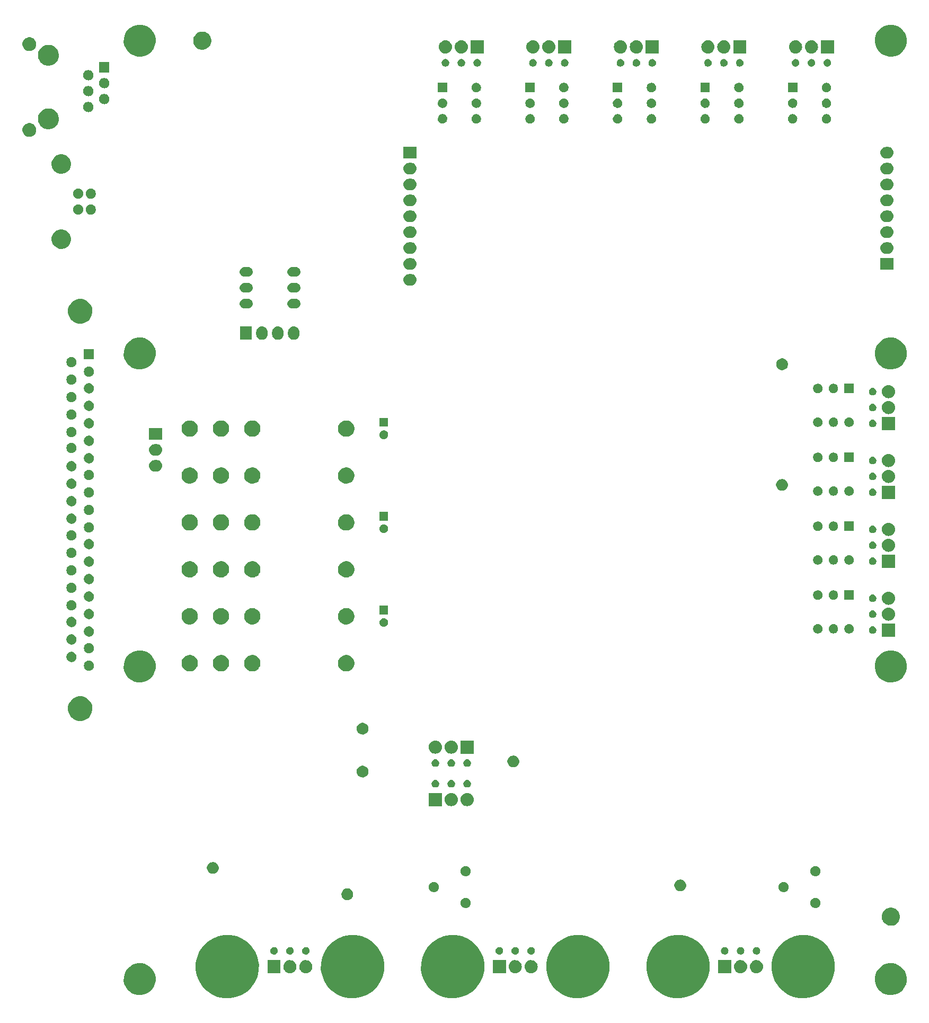
<source format=gbs>
G04 #@! TF.GenerationSoftware,KiCad,Pcbnew,(2017-01-06 revision 5fee9b2)-master*
G04 #@! TF.CreationDate,2017-03-29T10:20:31-06:00*
G04 #@! TF.ProjectId,egse_proto,656773655F70726F746F2E6B69636164,1*
G04 #@! TF.FileFunction,Soldermask,Bot*
G04 #@! TF.FilePolarity,Negative*
%FSLAX46Y46*%
G04 Gerber Fmt 4.6, Leading zero omitted, Abs format (unit mm)*
G04 Created by KiCad (PCBNEW (2017-01-06 revision 5fee9b2)-master) date Wednesday, March 29, 2017 'AMt' 10:20:31 AM*
%MOMM*%
%LPD*%
G01*
G04 APERTURE LIST*
%ADD10C,0.100000*%
G04 APERTURE END LIST*
D10*
G36*
X55530511Y-167052562D02*
X56500785Y-167251732D01*
X57413910Y-167635574D01*
X58235081Y-168189461D01*
X58933031Y-168892299D01*
X59481170Y-169717317D01*
X59858626Y-170633092D01*
X60037063Y-171534269D01*
X60051017Y-171604743D01*
X60035219Y-172736096D01*
X60035142Y-172736434D01*
X60035142Y-172736443D01*
X59815773Y-173701998D01*
X59412897Y-174606872D01*
X58841932Y-175416267D01*
X58124630Y-176099344D01*
X57288312Y-176630087D01*
X56364830Y-176988282D01*
X55389370Y-177160283D01*
X54399072Y-177139538D01*
X53431663Y-176926840D01*
X52523993Y-176530288D01*
X51710637Y-175964992D01*
X51022569Y-175252476D01*
X50485999Y-174419882D01*
X50121365Y-173498921D01*
X49942560Y-172524687D01*
X49956388Y-171534270D01*
X50162329Y-170565399D01*
X50552532Y-169654985D01*
X51112141Y-168837698D01*
X51819834Y-168144673D01*
X52648662Y-167602304D01*
X53567051Y-167231250D01*
X54540016Y-167045648D01*
X55530511Y-167052562D01*
X55530511Y-167052562D01*
G37*
G36*
X75530511Y-167052562D02*
X76500785Y-167251732D01*
X77413910Y-167635574D01*
X78235081Y-168189461D01*
X78933031Y-168892299D01*
X79481170Y-169717317D01*
X79858626Y-170633092D01*
X80037063Y-171534269D01*
X80051017Y-171604743D01*
X80035219Y-172736096D01*
X80035142Y-172736434D01*
X80035142Y-172736443D01*
X79815773Y-173701998D01*
X79412897Y-174606872D01*
X78841932Y-175416267D01*
X78124630Y-176099344D01*
X77288312Y-176630087D01*
X76364830Y-176988282D01*
X75389370Y-177160283D01*
X74399072Y-177139538D01*
X73431663Y-176926840D01*
X72523993Y-176530288D01*
X71710637Y-175964992D01*
X71022569Y-175252476D01*
X70485999Y-174419882D01*
X70121365Y-173498921D01*
X69942560Y-172524687D01*
X69956388Y-171534270D01*
X70162329Y-170565399D01*
X70552532Y-169654985D01*
X71112141Y-168837698D01*
X71819834Y-168144673D01*
X72648662Y-167602304D01*
X73567051Y-167231250D01*
X74540016Y-167045648D01*
X75530511Y-167052562D01*
X75530511Y-167052562D01*
G37*
G36*
X91530511Y-167052562D02*
X92500785Y-167251732D01*
X93413910Y-167635574D01*
X94235081Y-168189461D01*
X94933031Y-168892299D01*
X95481170Y-169717317D01*
X95858626Y-170633092D01*
X96037063Y-171534269D01*
X96051017Y-171604743D01*
X96035219Y-172736096D01*
X96035142Y-172736434D01*
X96035142Y-172736443D01*
X95815773Y-173701998D01*
X95412897Y-174606872D01*
X94841932Y-175416267D01*
X94124630Y-176099344D01*
X93288312Y-176630087D01*
X92364830Y-176988282D01*
X91389370Y-177160283D01*
X90399072Y-177139538D01*
X89431663Y-176926840D01*
X88523993Y-176530288D01*
X87710637Y-175964992D01*
X87022569Y-175252476D01*
X86485999Y-174419882D01*
X86121365Y-173498921D01*
X85942560Y-172524687D01*
X85956388Y-171534270D01*
X86162329Y-170565399D01*
X86552532Y-169654985D01*
X87112141Y-168837698D01*
X87819834Y-168144673D01*
X88648662Y-167602304D01*
X89567051Y-167231250D01*
X90540016Y-167045648D01*
X91530511Y-167052562D01*
X91530511Y-167052562D01*
G37*
G36*
X111530511Y-167052562D02*
X112500785Y-167251732D01*
X113413910Y-167635574D01*
X114235081Y-168189461D01*
X114933031Y-168892299D01*
X115481170Y-169717317D01*
X115858626Y-170633092D01*
X116037063Y-171534269D01*
X116051017Y-171604743D01*
X116035219Y-172736096D01*
X116035142Y-172736434D01*
X116035142Y-172736443D01*
X115815773Y-173701998D01*
X115412897Y-174606872D01*
X114841932Y-175416267D01*
X114124630Y-176099344D01*
X113288312Y-176630087D01*
X112364830Y-176988282D01*
X111389370Y-177160283D01*
X110399072Y-177139538D01*
X109431663Y-176926840D01*
X108523993Y-176530288D01*
X107710637Y-175964992D01*
X107022569Y-175252476D01*
X106485999Y-174419882D01*
X106121365Y-173498921D01*
X105942560Y-172524687D01*
X105956388Y-171534270D01*
X106162329Y-170565399D01*
X106552532Y-169654985D01*
X107112141Y-168837698D01*
X107819834Y-168144673D01*
X108648662Y-167602304D01*
X109567051Y-167231250D01*
X110540016Y-167045648D01*
X111530511Y-167052562D01*
X111530511Y-167052562D01*
G37*
G36*
X127530511Y-167052562D02*
X128500785Y-167251732D01*
X129413910Y-167635574D01*
X130235081Y-168189461D01*
X130933031Y-168892299D01*
X131481170Y-169717317D01*
X131858626Y-170633092D01*
X132037063Y-171534269D01*
X132051017Y-171604743D01*
X132035219Y-172736096D01*
X132035142Y-172736434D01*
X132035142Y-172736443D01*
X131815773Y-173701998D01*
X131412897Y-174606872D01*
X130841932Y-175416267D01*
X130124630Y-176099344D01*
X129288312Y-176630087D01*
X128364830Y-176988282D01*
X127389370Y-177160283D01*
X126399072Y-177139538D01*
X125431663Y-176926840D01*
X124523993Y-176530288D01*
X123710637Y-175964992D01*
X123022569Y-175252476D01*
X122485999Y-174419882D01*
X122121365Y-173498921D01*
X121942560Y-172524687D01*
X121956388Y-171534270D01*
X122162329Y-170565399D01*
X122552532Y-169654985D01*
X123112141Y-168837698D01*
X123819834Y-168144673D01*
X124648662Y-167602304D01*
X125567051Y-167231250D01*
X126540016Y-167045648D01*
X127530511Y-167052562D01*
X127530511Y-167052562D01*
G37*
G36*
X147530511Y-167052562D02*
X148500785Y-167251732D01*
X149413910Y-167635574D01*
X150235081Y-168189461D01*
X150933031Y-168892299D01*
X151481170Y-169717317D01*
X151858626Y-170633092D01*
X152037063Y-171534269D01*
X152051017Y-171604743D01*
X152035219Y-172736096D01*
X152035142Y-172736434D01*
X152035142Y-172736443D01*
X151815773Y-173701998D01*
X151412897Y-174606872D01*
X150841932Y-175416267D01*
X150124630Y-176099344D01*
X149288312Y-176630087D01*
X148364830Y-176988282D01*
X147389370Y-177160283D01*
X146399072Y-177139538D01*
X145431663Y-176926840D01*
X144523993Y-176530288D01*
X143710637Y-175964992D01*
X143022569Y-175252476D01*
X142485999Y-174419882D01*
X142121365Y-173498921D01*
X141942560Y-172524687D01*
X141956388Y-171534270D01*
X142162329Y-170565399D01*
X142552532Y-169654985D01*
X143112141Y-168837698D01*
X143819834Y-168144673D01*
X144648662Y-167602304D01*
X145567051Y-167231250D01*
X146540016Y-167045648D01*
X147530511Y-167052562D01*
X147530511Y-167052562D01*
G37*
G36*
X161269925Y-171552897D02*
X161759938Y-171653483D01*
X162221096Y-171847335D01*
X162635811Y-172127065D01*
X162988296Y-172482018D01*
X163265121Y-172898675D01*
X163455747Y-173361168D01*
X163552842Y-173851532D01*
X163552842Y-173851542D01*
X163552909Y-173851881D01*
X163544931Y-174423247D01*
X163544854Y-174423585D01*
X163544854Y-174423594D01*
X163434105Y-174911057D01*
X163230642Y-175368043D01*
X162942287Y-175776810D01*
X162580029Y-176121785D01*
X162157665Y-176389826D01*
X161691278Y-176570725D01*
X161198644Y-176657590D01*
X160698514Y-176647114D01*
X160209943Y-176539695D01*
X159751543Y-176339424D01*
X159340777Y-176053934D01*
X158993282Y-175694093D01*
X158722298Y-175273608D01*
X158538146Y-174808494D01*
X158447845Y-174316481D01*
X158454829Y-173816290D01*
X158558835Y-173326981D01*
X158755899Y-172867196D01*
X159038518Y-172454442D01*
X159395923Y-172104445D01*
X159814506Y-171830532D01*
X160278319Y-171643139D01*
X160769693Y-171549405D01*
X161269925Y-171552897D01*
X161269925Y-171552897D01*
G37*
G36*
X41269925Y-171552897D02*
X41759938Y-171653483D01*
X42221096Y-171847335D01*
X42635811Y-172127065D01*
X42988296Y-172482018D01*
X43265121Y-172898675D01*
X43455747Y-173361168D01*
X43552842Y-173851532D01*
X43552842Y-173851542D01*
X43552909Y-173851881D01*
X43544931Y-174423247D01*
X43544854Y-174423585D01*
X43544854Y-174423594D01*
X43434105Y-174911057D01*
X43230642Y-175368043D01*
X42942287Y-175776810D01*
X42580029Y-176121785D01*
X42157665Y-176389826D01*
X41691278Y-176570725D01*
X41198644Y-176657590D01*
X40698514Y-176647114D01*
X40209943Y-176539695D01*
X39751543Y-176339424D01*
X39340777Y-176053934D01*
X38993282Y-175694093D01*
X38722298Y-175273608D01*
X38538146Y-174808494D01*
X38447845Y-174316481D01*
X38454829Y-173816290D01*
X38558835Y-173326981D01*
X38755899Y-172867196D01*
X39038518Y-172454442D01*
X39395923Y-172104445D01*
X39814506Y-171830532D01*
X40278319Y-171643139D01*
X40769693Y-171549405D01*
X41269925Y-171552897D01*
X41269925Y-171552897D01*
G37*
G36*
X63510290Y-173150290D02*
X61409710Y-173150290D01*
X61409710Y-171049710D01*
X63510290Y-171049710D01*
X63510290Y-173150290D01*
X63510290Y-173150290D01*
G37*
G36*
X67550899Y-171049750D02*
X67559746Y-171049812D01*
X67763450Y-171072661D01*
X67958835Y-171134641D01*
X68138461Y-171233392D01*
X68295486Y-171365151D01*
X68423927Y-171524900D01*
X68518894Y-171706554D01*
X68576768Y-171903195D01*
X68576771Y-171903226D01*
X68576775Y-171903240D01*
X68595348Y-172107330D01*
X68573927Y-172311143D01*
X68573924Y-172311153D01*
X68573920Y-172311190D01*
X68513306Y-172507004D01*
X68415812Y-172687315D01*
X68285152Y-172845255D01*
X68126304Y-172974809D01*
X67945316Y-173071041D01*
X67749084Y-173130287D01*
X67545082Y-173150290D01*
X67534882Y-173150290D01*
X67529101Y-173150250D01*
X67520254Y-173150188D01*
X67316550Y-173127339D01*
X67121165Y-173065359D01*
X66941539Y-172966608D01*
X66784514Y-172834849D01*
X66656073Y-172675100D01*
X66561106Y-172493446D01*
X66503232Y-172296805D01*
X66503229Y-172296774D01*
X66503225Y-172296760D01*
X66484652Y-172092670D01*
X66506073Y-171888857D01*
X66506076Y-171888847D01*
X66506080Y-171888810D01*
X66566694Y-171692996D01*
X66664188Y-171512685D01*
X66794848Y-171354745D01*
X66953696Y-171225191D01*
X67134684Y-171128959D01*
X67330916Y-171069713D01*
X67534918Y-171049710D01*
X67545118Y-171049710D01*
X67550899Y-171049750D01*
X67550899Y-171049750D01*
G37*
G36*
X139550899Y-171049750D02*
X139559746Y-171049812D01*
X139763450Y-171072661D01*
X139958835Y-171134641D01*
X140138461Y-171233392D01*
X140295486Y-171365151D01*
X140423927Y-171524900D01*
X140518894Y-171706554D01*
X140576768Y-171903195D01*
X140576771Y-171903226D01*
X140576775Y-171903240D01*
X140595348Y-172107330D01*
X140573927Y-172311143D01*
X140573924Y-172311153D01*
X140573920Y-172311190D01*
X140513306Y-172507004D01*
X140415812Y-172687315D01*
X140285152Y-172845255D01*
X140126304Y-172974809D01*
X139945316Y-173071041D01*
X139749084Y-173130287D01*
X139545082Y-173150290D01*
X139534882Y-173150290D01*
X139529101Y-173150250D01*
X139520254Y-173150188D01*
X139316550Y-173127339D01*
X139121165Y-173065359D01*
X138941539Y-172966608D01*
X138784514Y-172834849D01*
X138656073Y-172675100D01*
X138561106Y-172493446D01*
X138503232Y-172296805D01*
X138503229Y-172296774D01*
X138503225Y-172296760D01*
X138484652Y-172092670D01*
X138506073Y-171888857D01*
X138506076Y-171888847D01*
X138506080Y-171888810D01*
X138566694Y-171692996D01*
X138664188Y-171512685D01*
X138794848Y-171354745D01*
X138953696Y-171225191D01*
X139134684Y-171128959D01*
X139330916Y-171069713D01*
X139534918Y-171049710D01*
X139545118Y-171049710D01*
X139550899Y-171049750D01*
X139550899Y-171049750D01*
G37*
G36*
X137010899Y-171049750D02*
X137019746Y-171049812D01*
X137223450Y-171072661D01*
X137418835Y-171134641D01*
X137598461Y-171233392D01*
X137755486Y-171365151D01*
X137883927Y-171524900D01*
X137978894Y-171706554D01*
X138036768Y-171903195D01*
X138036771Y-171903226D01*
X138036775Y-171903240D01*
X138055348Y-172107330D01*
X138033927Y-172311143D01*
X138033924Y-172311153D01*
X138033920Y-172311190D01*
X137973306Y-172507004D01*
X137875812Y-172687315D01*
X137745152Y-172845255D01*
X137586304Y-172974809D01*
X137405316Y-173071041D01*
X137209084Y-173130287D01*
X137005082Y-173150290D01*
X136994882Y-173150290D01*
X136989101Y-173150250D01*
X136980254Y-173150188D01*
X136776550Y-173127339D01*
X136581165Y-173065359D01*
X136401539Y-172966608D01*
X136244514Y-172834849D01*
X136116073Y-172675100D01*
X136021106Y-172493446D01*
X135963232Y-172296805D01*
X135963229Y-172296774D01*
X135963225Y-172296760D01*
X135944652Y-172092670D01*
X135966073Y-171888857D01*
X135966076Y-171888847D01*
X135966080Y-171888810D01*
X136026694Y-171692996D01*
X136124188Y-171512685D01*
X136254848Y-171354745D01*
X136413696Y-171225191D01*
X136594684Y-171128959D01*
X136790916Y-171069713D01*
X136994918Y-171049710D01*
X137005118Y-171049710D01*
X137010899Y-171049750D01*
X137010899Y-171049750D01*
G37*
G36*
X101010899Y-171049750D02*
X101019746Y-171049812D01*
X101223450Y-171072661D01*
X101418835Y-171134641D01*
X101598461Y-171233392D01*
X101755486Y-171365151D01*
X101883927Y-171524900D01*
X101978894Y-171706554D01*
X102036768Y-171903195D01*
X102036771Y-171903226D01*
X102036775Y-171903240D01*
X102055348Y-172107330D01*
X102033927Y-172311143D01*
X102033924Y-172311153D01*
X102033920Y-172311190D01*
X101973306Y-172507004D01*
X101875812Y-172687315D01*
X101745152Y-172845255D01*
X101586304Y-172974809D01*
X101405316Y-173071041D01*
X101209084Y-173130287D01*
X101005082Y-173150290D01*
X100994882Y-173150290D01*
X100989101Y-173150250D01*
X100980254Y-173150188D01*
X100776550Y-173127339D01*
X100581165Y-173065359D01*
X100401539Y-172966608D01*
X100244514Y-172834849D01*
X100116073Y-172675100D01*
X100021106Y-172493446D01*
X99963232Y-172296805D01*
X99963229Y-172296774D01*
X99963225Y-172296760D01*
X99944652Y-172092670D01*
X99966073Y-171888857D01*
X99966076Y-171888847D01*
X99966080Y-171888810D01*
X100026694Y-171692996D01*
X100124188Y-171512685D01*
X100254848Y-171354745D01*
X100413696Y-171225191D01*
X100594684Y-171128959D01*
X100790916Y-171069713D01*
X100994918Y-171049710D01*
X101005118Y-171049710D01*
X101010899Y-171049750D01*
X101010899Y-171049750D01*
G37*
G36*
X99510290Y-173150290D02*
X97409710Y-173150290D01*
X97409710Y-171049710D01*
X99510290Y-171049710D01*
X99510290Y-173150290D01*
X99510290Y-173150290D01*
G37*
G36*
X103550899Y-171049750D02*
X103559746Y-171049812D01*
X103763450Y-171072661D01*
X103958835Y-171134641D01*
X104138461Y-171233392D01*
X104295486Y-171365151D01*
X104423927Y-171524900D01*
X104518894Y-171706554D01*
X104576768Y-171903195D01*
X104576771Y-171903226D01*
X104576775Y-171903240D01*
X104595348Y-172107330D01*
X104573927Y-172311143D01*
X104573924Y-172311153D01*
X104573920Y-172311190D01*
X104513306Y-172507004D01*
X104415812Y-172687315D01*
X104285152Y-172845255D01*
X104126304Y-172974809D01*
X103945316Y-173071041D01*
X103749084Y-173130287D01*
X103545082Y-173150290D01*
X103534882Y-173150290D01*
X103529101Y-173150250D01*
X103520254Y-173150188D01*
X103316550Y-173127339D01*
X103121165Y-173065359D01*
X102941539Y-172966608D01*
X102784514Y-172834849D01*
X102656073Y-172675100D01*
X102561106Y-172493446D01*
X102503232Y-172296805D01*
X102503229Y-172296774D01*
X102503225Y-172296760D01*
X102484652Y-172092670D01*
X102506073Y-171888857D01*
X102506076Y-171888847D01*
X102506080Y-171888810D01*
X102566694Y-171692996D01*
X102664188Y-171512685D01*
X102794848Y-171354745D01*
X102953696Y-171225191D01*
X103134684Y-171128959D01*
X103330916Y-171069713D01*
X103534918Y-171049710D01*
X103545118Y-171049710D01*
X103550899Y-171049750D01*
X103550899Y-171049750D01*
G37*
G36*
X135510290Y-173150290D02*
X133409710Y-173150290D01*
X133409710Y-171049710D01*
X135510290Y-171049710D01*
X135510290Y-173150290D01*
X135510290Y-173150290D01*
G37*
G36*
X65010899Y-171049750D02*
X65019746Y-171049812D01*
X65223450Y-171072661D01*
X65418835Y-171134641D01*
X65598461Y-171233392D01*
X65755486Y-171365151D01*
X65883927Y-171524900D01*
X65978894Y-171706554D01*
X66036768Y-171903195D01*
X66036771Y-171903226D01*
X66036775Y-171903240D01*
X66055348Y-172107330D01*
X66033927Y-172311143D01*
X66033924Y-172311153D01*
X66033920Y-172311190D01*
X65973306Y-172507004D01*
X65875812Y-172687315D01*
X65745152Y-172845255D01*
X65586304Y-172974809D01*
X65405316Y-173071041D01*
X65209084Y-173130287D01*
X65005082Y-173150290D01*
X64994882Y-173150290D01*
X64989101Y-173150250D01*
X64980254Y-173150188D01*
X64776550Y-173127339D01*
X64581165Y-173065359D01*
X64401539Y-172966608D01*
X64244514Y-172834849D01*
X64116073Y-172675100D01*
X64021106Y-172493446D01*
X63963232Y-172296805D01*
X63963229Y-172296774D01*
X63963225Y-172296760D01*
X63944652Y-172092670D01*
X63966073Y-171888857D01*
X63966076Y-171888847D01*
X63966080Y-171888810D01*
X64026694Y-171692996D01*
X64124188Y-171512685D01*
X64254848Y-171354745D01*
X64413696Y-171225191D01*
X64594684Y-171128959D01*
X64790916Y-171069713D01*
X64994918Y-171049710D01*
X65005118Y-171049710D01*
X65010899Y-171049750D01*
X65010899Y-171049750D01*
G37*
G36*
X62523108Y-168959598D02*
X62638518Y-168983289D01*
X62747141Y-169028949D01*
X62844820Y-169094835D01*
X62927842Y-169178438D01*
X62993043Y-169276574D01*
X63037942Y-169385507D01*
X63060758Y-169500739D01*
X63060758Y-169500745D01*
X63060826Y-169501089D01*
X63058947Y-169635665D01*
X63058870Y-169636003D01*
X63058870Y-169636011D01*
X63032844Y-169750563D01*
X62984923Y-169858196D01*
X62917005Y-169954475D01*
X62831680Y-170035729D01*
X62732198Y-170098862D01*
X62622347Y-170141471D01*
X62506318Y-170161930D01*
X62388518Y-170159462D01*
X62273443Y-170134162D01*
X62165473Y-170086990D01*
X62068726Y-170019749D01*
X61986878Y-169934994D01*
X61923052Y-169835955D01*
X61879676Y-169726400D01*
X61858408Y-169610519D01*
X61860052Y-169492706D01*
X61884551Y-169377455D01*
X61930965Y-169269161D01*
X61997532Y-169171943D01*
X62081712Y-169089507D01*
X62180305Y-169024991D01*
X62289549Y-168980852D01*
X62405282Y-168958776D01*
X62523108Y-168959598D01*
X62523108Y-168959598D01*
G37*
G36*
X65063108Y-168959598D02*
X65178518Y-168983289D01*
X65287141Y-169028949D01*
X65384820Y-169094835D01*
X65467842Y-169178438D01*
X65533043Y-169276574D01*
X65577942Y-169385507D01*
X65600758Y-169500739D01*
X65600758Y-169500745D01*
X65600826Y-169501089D01*
X65598947Y-169635665D01*
X65598870Y-169636003D01*
X65598870Y-169636011D01*
X65572844Y-169750563D01*
X65524923Y-169858196D01*
X65457005Y-169954475D01*
X65371680Y-170035729D01*
X65272198Y-170098862D01*
X65162347Y-170141471D01*
X65046318Y-170161930D01*
X64928518Y-170159462D01*
X64813443Y-170134162D01*
X64705473Y-170086990D01*
X64608726Y-170019749D01*
X64526878Y-169934994D01*
X64463052Y-169835955D01*
X64419676Y-169726400D01*
X64398408Y-169610519D01*
X64400052Y-169492706D01*
X64424551Y-169377455D01*
X64470965Y-169269161D01*
X64537532Y-169171943D01*
X64621712Y-169089507D01*
X64720305Y-169024991D01*
X64829549Y-168980852D01*
X64945282Y-168958776D01*
X65063108Y-168959598D01*
X65063108Y-168959598D01*
G37*
G36*
X67603108Y-168959598D02*
X67718518Y-168983289D01*
X67827141Y-169028949D01*
X67924820Y-169094835D01*
X68007842Y-169178438D01*
X68073043Y-169276574D01*
X68117942Y-169385507D01*
X68140758Y-169500739D01*
X68140758Y-169500745D01*
X68140826Y-169501089D01*
X68138947Y-169635665D01*
X68138870Y-169636003D01*
X68138870Y-169636011D01*
X68112844Y-169750563D01*
X68064923Y-169858196D01*
X67997005Y-169954475D01*
X67911680Y-170035729D01*
X67812198Y-170098862D01*
X67702347Y-170141471D01*
X67586318Y-170161930D01*
X67468518Y-170159462D01*
X67353443Y-170134162D01*
X67245473Y-170086990D01*
X67148726Y-170019749D01*
X67066878Y-169934994D01*
X67003052Y-169835955D01*
X66959676Y-169726400D01*
X66938408Y-169610519D01*
X66940052Y-169492706D01*
X66964551Y-169377455D01*
X67010965Y-169269161D01*
X67077532Y-169171943D01*
X67161712Y-169089507D01*
X67260305Y-169024991D01*
X67369549Y-168980852D01*
X67485282Y-168958776D01*
X67603108Y-168959598D01*
X67603108Y-168959598D01*
G37*
G36*
X98523108Y-168959598D02*
X98638518Y-168983289D01*
X98747141Y-169028949D01*
X98844820Y-169094835D01*
X98927842Y-169178438D01*
X98993043Y-169276574D01*
X99037942Y-169385507D01*
X99060758Y-169500739D01*
X99060758Y-169500745D01*
X99060826Y-169501089D01*
X99058947Y-169635665D01*
X99058870Y-169636003D01*
X99058870Y-169636011D01*
X99032844Y-169750563D01*
X98984923Y-169858196D01*
X98917005Y-169954475D01*
X98831680Y-170035729D01*
X98732198Y-170098862D01*
X98622347Y-170141471D01*
X98506318Y-170161930D01*
X98388518Y-170159462D01*
X98273443Y-170134162D01*
X98165473Y-170086990D01*
X98068726Y-170019749D01*
X97986878Y-169934994D01*
X97923052Y-169835955D01*
X97879676Y-169726400D01*
X97858408Y-169610519D01*
X97860052Y-169492706D01*
X97884551Y-169377455D01*
X97930965Y-169269161D01*
X97997532Y-169171943D01*
X98081712Y-169089507D01*
X98180305Y-169024991D01*
X98289549Y-168980852D01*
X98405282Y-168958776D01*
X98523108Y-168959598D01*
X98523108Y-168959598D01*
G37*
G36*
X101063108Y-168959598D02*
X101178518Y-168983289D01*
X101287141Y-169028949D01*
X101384820Y-169094835D01*
X101467842Y-169178438D01*
X101533043Y-169276574D01*
X101577942Y-169385507D01*
X101600758Y-169500739D01*
X101600758Y-169500745D01*
X101600826Y-169501089D01*
X101598947Y-169635665D01*
X101598870Y-169636003D01*
X101598870Y-169636011D01*
X101572844Y-169750563D01*
X101524923Y-169858196D01*
X101457005Y-169954475D01*
X101371680Y-170035729D01*
X101272198Y-170098862D01*
X101162347Y-170141471D01*
X101046318Y-170161930D01*
X100928518Y-170159462D01*
X100813443Y-170134162D01*
X100705473Y-170086990D01*
X100608726Y-170019749D01*
X100526878Y-169934994D01*
X100463052Y-169835955D01*
X100419676Y-169726400D01*
X100398408Y-169610519D01*
X100400052Y-169492706D01*
X100424551Y-169377455D01*
X100470965Y-169269161D01*
X100537532Y-169171943D01*
X100621712Y-169089507D01*
X100720305Y-169024991D01*
X100829549Y-168980852D01*
X100945282Y-168958776D01*
X101063108Y-168959598D01*
X101063108Y-168959598D01*
G37*
G36*
X103603108Y-168959598D02*
X103718518Y-168983289D01*
X103827141Y-169028949D01*
X103924820Y-169094835D01*
X104007842Y-169178438D01*
X104073043Y-169276574D01*
X104117942Y-169385507D01*
X104140758Y-169500739D01*
X104140758Y-169500745D01*
X104140826Y-169501089D01*
X104138947Y-169635665D01*
X104138870Y-169636003D01*
X104138870Y-169636011D01*
X104112844Y-169750563D01*
X104064923Y-169858196D01*
X103997005Y-169954475D01*
X103911680Y-170035729D01*
X103812198Y-170098862D01*
X103702347Y-170141471D01*
X103586318Y-170161930D01*
X103468518Y-170159462D01*
X103353443Y-170134162D01*
X103245473Y-170086990D01*
X103148726Y-170019749D01*
X103066878Y-169934994D01*
X103003052Y-169835955D01*
X102959676Y-169726400D01*
X102938408Y-169610519D01*
X102940052Y-169492706D01*
X102964551Y-169377455D01*
X103010965Y-169269161D01*
X103077532Y-169171943D01*
X103161712Y-169089507D01*
X103260305Y-169024991D01*
X103369549Y-168980852D01*
X103485282Y-168958776D01*
X103603108Y-168959598D01*
X103603108Y-168959598D01*
G37*
G36*
X134523108Y-168959598D02*
X134638518Y-168983289D01*
X134747141Y-169028949D01*
X134844820Y-169094835D01*
X134927842Y-169178438D01*
X134993043Y-169276574D01*
X135037942Y-169385507D01*
X135060758Y-169500739D01*
X135060758Y-169500745D01*
X135060826Y-169501089D01*
X135058947Y-169635665D01*
X135058870Y-169636003D01*
X135058870Y-169636011D01*
X135032844Y-169750563D01*
X134984923Y-169858196D01*
X134917005Y-169954475D01*
X134831680Y-170035729D01*
X134732198Y-170098862D01*
X134622347Y-170141471D01*
X134506318Y-170161930D01*
X134388518Y-170159462D01*
X134273443Y-170134162D01*
X134165473Y-170086990D01*
X134068726Y-170019749D01*
X133986878Y-169934994D01*
X133923052Y-169835955D01*
X133879676Y-169726400D01*
X133858408Y-169610519D01*
X133860052Y-169492706D01*
X133884551Y-169377455D01*
X133930965Y-169269161D01*
X133997532Y-169171943D01*
X134081712Y-169089507D01*
X134180305Y-169024991D01*
X134289549Y-168980852D01*
X134405282Y-168958776D01*
X134523108Y-168959598D01*
X134523108Y-168959598D01*
G37*
G36*
X137063108Y-168959598D02*
X137178518Y-168983289D01*
X137287141Y-169028949D01*
X137384820Y-169094835D01*
X137467842Y-169178438D01*
X137533043Y-169276574D01*
X137577942Y-169385507D01*
X137600758Y-169500739D01*
X137600758Y-169500745D01*
X137600826Y-169501089D01*
X137598947Y-169635665D01*
X137598870Y-169636003D01*
X137598870Y-169636011D01*
X137572844Y-169750563D01*
X137524923Y-169858196D01*
X137457005Y-169954475D01*
X137371680Y-170035729D01*
X137272198Y-170098862D01*
X137162347Y-170141471D01*
X137046318Y-170161930D01*
X136928518Y-170159462D01*
X136813443Y-170134162D01*
X136705473Y-170086990D01*
X136608726Y-170019749D01*
X136526878Y-169934994D01*
X136463052Y-169835955D01*
X136419676Y-169726400D01*
X136398408Y-169610519D01*
X136400052Y-169492706D01*
X136424551Y-169377455D01*
X136470965Y-169269161D01*
X136537532Y-169171943D01*
X136621712Y-169089507D01*
X136720305Y-169024991D01*
X136829549Y-168980852D01*
X136945282Y-168958776D01*
X137063108Y-168959598D01*
X137063108Y-168959598D01*
G37*
G36*
X139603108Y-168959598D02*
X139718518Y-168983289D01*
X139827141Y-169028949D01*
X139924820Y-169094835D01*
X140007842Y-169178438D01*
X140073043Y-169276574D01*
X140117942Y-169385507D01*
X140140758Y-169500739D01*
X140140758Y-169500745D01*
X140140826Y-169501089D01*
X140138947Y-169635665D01*
X140138870Y-169636003D01*
X140138870Y-169636011D01*
X140112844Y-169750563D01*
X140064923Y-169858196D01*
X139997005Y-169954475D01*
X139911680Y-170035729D01*
X139812198Y-170098862D01*
X139702347Y-170141471D01*
X139586318Y-170161930D01*
X139468518Y-170159462D01*
X139353443Y-170134162D01*
X139245473Y-170086990D01*
X139148726Y-170019749D01*
X139066878Y-169934994D01*
X139003052Y-169835955D01*
X138959676Y-169726400D01*
X138938408Y-169610519D01*
X138940052Y-169492706D01*
X138964551Y-169377455D01*
X139010965Y-169269161D01*
X139077532Y-169171943D01*
X139161712Y-169089507D01*
X139260305Y-169024991D01*
X139369549Y-168980852D01*
X139485282Y-168958776D01*
X139603108Y-168959598D01*
X139603108Y-168959598D01*
G37*
G36*
X161152072Y-162653162D02*
X161430194Y-162710253D01*
X161691944Y-162820282D01*
X161927331Y-162979053D01*
X162127396Y-163180519D01*
X162284518Y-163417008D01*
X162392715Y-163679512D01*
X162447794Y-163957687D01*
X162447794Y-163957692D01*
X162447862Y-163958036D01*
X162443333Y-164282335D01*
X162443257Y-164282669D01*
X162443257Y-164282682D01*
X162380431Y-164559211D01*
X162264949Y-164818589D01*
X162101282Y-165050600D01*
X161895668Y-165246404D01*
X161655940Y-165398540D01*
X161391224Y-165501216D01*
X161111613Y-165550520D01*
X160827745Y-165544573D01*
X160550438Y-165483603D01*
X160290256Y-165369933D01*
X160057112Y-165207893D01*
X159859878Y-165003652D01*
X159706071Y-164764990D01*
X159601548Y-164500995D01*
X159550295Y-164221737D01*
X159554259Y-163937835D01*
X159613292Y-163660109D01*
X159725142Y-163399142D01*
X159885553Y-163164868D01*
X160088411Y-162966214D01*
X160325994Y-162810744D01*
X160589249Y-162704382D01*
X160868145Y-162651180D01*
X161152072Y-162653162D01*
X161152072Y-162653162D01*
G37*
G36*
X149035376Y-161095739D02*
X149191511Y-161127789D01*
X149338461Y-161189561D01*
X149470605Y-161278694D01*
X149582928Y-161391802D01*
X149671132Y-161524562D01*
X149731876Y-161671937D01*
X149762767Y-161827952D01*
X149762767Y-161827957D01*
X149762835Y-161828301D01*
X149760293Y-162010364D01*
X149760216Y-162010702D01*
X149760216Y-162010713D01*
X149724980Y-162165804D01*
X149660148Y-162311418D01*
X149568264Y-162441672D01*
X149452832Y-162551596D01*
X149318248Y-162637006D01*
X149169634Y-162694649D01*
X149012661Y-162722328D01*
X148853296Y-162718990D01*
X148697614Y-162684761D01*
X148551550Y-162620947D01*
X148420656Y-162529974D01*
X148309931Y-162415315D01*
X148223583Y-162281328D01*
X148164902Y-162133118D01*
X148136129Y-161976345D01*
X148138354Y-161816961D01*
X148171496Y-161661043D01*
X148234288Y-161514535D01*
X148324345Y-161383012D01*
X148438229Y-161271488D01*
X148571610Y-161184206D01*
X148719403Y-161124493D01*
X148875975Y-161094626D01*
X149035376Y-161095739D01*
X149035376Y-161095739D01*
G37*
G36*
X93155376Y-161095739D02*
X93311511Y-161127789D01*
X93458461Y-161189561D01*
X93590605Y-161278694D01*
X93702928Y-161391802D01*
X93791132Y-161524562D01*
X93851876Y-161671937D01*
X93882767Y-161827952D01*
X93882767Y-161827957D01*
X93882835Y-161828301D01*
X93880293Y-162010364D01*
X93880216Y-162010702D01*
X93880216Y-162010713D01*
X93844980Y-162165804D01*
X93780148Y-162311418D01*
X93688264Y-162441672D01*
X93572832Y-162551596D01*
X93438248Y-162637006D01*
X93289634Y-162694649D01*
X93132661Y-162722328D01*
X92973296Y-162718990D01*
X92817614Y-162684761D01*
X92671550Y-162620947D01*
X92540656Y-162529974D01*
X92429931Y-162415315D01*
X92343583Y-162281328D01*
X92284902Y-162133118D01*
X92256129Y-161976345D01*
X92258354Y-161816961D01*
X92291496Y-161661043D01*
X92354288Y-161514535D01*
X92444345Y-161383012D01*
X92558229Y-161271488D01*
X92691610Y-161184206D01*
X92839403Y-161124493D01*
X92995975Y-161094626D01*
X93155376Y-161095739D01*
X93155376Y-161095739D01*
G37*
G36*
X74266715Y-159588824D02*
X74447248Y-159625883D01*
X74617158Y-159697306D01*
X74769949Y-159800366D01*
X74899821Y-159931146D01*
X75001810Y-160084653D01*
X75072043Y-160255051D01*
X75107772Y-160435499D01*
X75107772Y-160435504D01*
X75107840Y-160435848D01*
X75104901Y-160646358D01*
X75104824Y-160646696D01*
X75104824Y-160646706D01*
X75064070Y-160826086D01*
X74989108Y-160994452D01*
X74882868Y-161145056D01*
X74749399Y-161272157D01*
X74593784Y-161370914D01*
X74421954Y-161437562D01*
X74240452Y-161469566D01*
X74056186Y-161465706D01*
X73876179Y-161426129D01*
X73707288Y-161352343D01*
X73555950Y-161247160D01*
X73427921Y-161114582D01*
X73328081Y-160959661D01*
X73260232Y-160788293D01*
X73226963Y-160607023D01*
X73229535Y-160422736D01*
X73267856Y-160242456D01*
X73340459Y-160073057D01*
X73444587Y-159920984D01*
X73576266Y-159792033D01*
X73730487Y-159691114D01*
X73901372Y-159622072D01*
X74082409Y-159587538D01*
X74266715Y-159588824D01*
X74266715Y-159588824D01*
G37*
G36*
X143955376Y-158555739D02*
X144111511Y-158587789D01*
X144258461Y-158649561D01*
X144390605Y-158738694D01*
X144502928Y-158851802D01*
X144591132Y-158984562D01*
X144651876Y-159131937D01*
X144682767Y-159287952D01*
X144682767Y-159287957D01*
X144682835Y-159288301D01*
X144680293Y-159470364D01*
X144680216Y-159470702D01*
X144680216Y-159470713D01*
X144644980Y-159625804D01*
X144580148Y-159771418D01*
X144488264Y-159901672D01*
X144372832Y-160011596D01*
X144238248Y-160097006D01*
X144089634Y-160154649D01*
X143932661Y-160182328D01*
X143773296Y-160178990D01*
X143617614Y-160144761D01*
X143471550Y-160080947D01*
X143340656Y-159989974D01*
X143229931Y-159875315D01*
X143143583Y-159741328D01*
X143084902Y-159593118D01*
X143056129Y-159436345D01*
X143058354Y-159276961D01*
X143091496Y-159121043D01*
X143154288Y-158974535D01*
X143244345Y-158843012D01*
X143358229Y-158731488D01*
X143491610Y-158644206D01*
X143639403Y-158584493D01*
X143795975Y-158554626D01*
X143955376Y-158555739D01*
X143955376Y-158555739D01*
G37*
G36*
X88075376Y-158555739D02*
X88231511Y-158587789D01*
X88378461Y-158649561D01*
X88510605Y-158738694D01*
X88622928Y-158851802D01*
X88711132Y-158984562D01*
X88771876Y-159131937D01*
X88802767Y-159287952D01*
X88802767Y-159287957D01*
X88802835Y-159288301D01*
X88800293Y-159470364D01*
X88800216Y-159470702D01*
X88800216Y-159470713D01*
X88764980Y-159625804D01*
X88700148Y-159771418D01*
X88608264Y-159901672D01*
X88492832Y-160011596D01*
X88358248Y-160097006D01*
X88209634Y-160154649D01*
X88052661Y-160182328D01*
X87893296Y-160178990D01*
X87737614Y-160144761D01*
X87591550Y-160080947D01*
X87460656Y-159989974D01*
X87349931Y-159875315D01*
X87263583Y-159741328D01*
X87204902Y-159593118D01*
X87176129Y-159436345D01*
X87178354Y-159276961D01*
X87211496Y-159121043D01*
X87274288Y-158974535D01*
X87364345Y-158843012D01*
X87478229Y-158731488D01*
X87611610Y-158644206D01*
X87759403Y-158584493D01*
X87915975Y-158554626D01*
X88075376Y-158555739D01*
X88075376Y-158555739D01*
G37*
G36*
X127458715Y-158174824D02*
X127639248Y-158211883D01*
X127809158Y-158283306D01*
X127961949Y-158386366D01*
X128091821Y-158517146D01*
X128193810Y-158670653D01*
X128264043Y-158841051D01*
X128299772Y-159021499D01*
X128299772Y-159021504D01*
X128299840Y-159021848D01*
X128296901Y-159232358D01*
X128296824Y-159232696D01*
X128296824Y-159232706D01*
X128256070Y-159412086D01*
X128181108Y-159580452D01*
X128074868Y-159731056D01*
X127941399Y-159858157D01*
X127785784Y-159956914D01*
X127613954Y-160023562D01*
X127432452Y-160055566D01*
X127248186Y-160051706D01*
X127068179Y-160012129D01*
X126899288Y-159938343D01*
X126747950Y-159833160D01*
X126619921Y-159700582D01*
X126520081Y-159545661D01*
X126452232Y-159374293D01*
X126418963Y-159193023D01*
X126421535Y-159008736D01*
X126459856Y-158828456D01*
X126532459Y-158659057D01*
X126636587Y-158506984D01*
X126768266Y-158378033D01*
X126922487Y-158277114D01*
X127093372Y-158208072D01*
X127274409Y-158173538D01*
X127458715Y-158174824D01*
X127458715Y-158174824D01*
G37*
G36*
X149035376Y-156015739D02*
X149191511Y-156047789D01*
X149338461Y-156109561D01*
X149470605Y-156198694D01*
X149582928Y-156311802D01*
X149671132Y-156444562D01*
X149731876Y-156591937D01*
X149762767Y-156747952D01*
X149762767Y-156747957D01*
X149762835Y-156748301D01*
X149760293Y-156930364D01*
X149760216Y-156930702D01*
X149760216Y-156930713D01*
X149724980Y-157085804D01*
X149660148Y-157231418D01*
X149568264Y-157361672D01*
X149452832Y-157471596D01*
X149318248Y-157557006D01*
X149169634Y-157614649D01*
X149012661Y-157642328D01*
X148853296Y-157638990D01*
X148697614Y-157604761D01*
X148551550Y-157540947D01*
X148420656Y-157449974D01*
X148309931Y-157335315D01*
X148223583Y-157201328D01*
X148164902Y-157053118D01*
X148136129Y-156896345D01*
X148138354Y-156736961D01*
X148171496Y-156581043D01*
X148234288Y-156434535D01*
X148324345Y-156303012D01*
X148438229Y-156191488D01*
X148571610Y-156104206D01*
X148719403Y-156044493D01*
X148875975Y-156014626D01*
X149035376Y-156015739D01*
X149035376Y-156015739D01*
G37*
G36*
X93155376Y-156015739D02*
X93311511Y-156047789D01*
X93458461Y-156109561D01*
X93590605Y-156198694D01*
X93702928Y-156311802D01*
X93791132Y-156444562D01*
X93851876Y-156591937D01*
X93882767Y-156747952D01*
X93882767Y-156747957D01*
X93882835Y-156748301D01*
X93880293Y-156930364D01*
X93880216Y-156930702D01*
X93880216Y-156930713D01*
X93844980Y-157085804D01*
X93780148Y-157231418D01*
X93688264Y-157361672D01*
X93572832Y-157471596D01*
X93438248Y-157557006D01*
X93289634Y-157614649D01*
X93132661Y-157642328D01*
X92973296Y-157638990D01*
X92817614Y-157604761D01*
X92671550Y-157540947D01*
X92540656Y-157449974D01*
X92429931Y-157335315D01*
X92343583Y-157201328D01*
X92284902Y-157053118D01*
X92256129Y-156896345D01*
X92258354Y-156736961D01*
X92291496Y-156581043D01*
X92354288Y-156434535D01*
X92444345Y-156303012D01*
X92558229Y-156191488D01*
X92691610Y-156104206D01*
X92839403Y-156044493D01*
X92995975Y-156014626D01*
X93155376Y-156015739D01*
X93155376Y-156015739D01*
G37*
G36*
X52782715Y-155380824D02*
X52963248Y-155417883D01*
X53133158Y-155489306D01*
X53285949Y-155592366D01*
X53415821Y-155723146D01*
X53517810Y-155876653D01*
X53588043Y-156047051D01*
X53623772Y-156227499D01*
X53623772Y-156227504D01*
X53623840Y-156227848D01*
X53620901Y-156438358D01*
X53620824Y-156438696D01*
X53620824Y-156438706D01*
X53580070Y-156618086D01*
X53505108Y-156786452D01*
X53398868Y-156937056D01*
X53265399Y-157064157D01*
X53109784Y-157162914D01*
X52937954Y-157229562D01*
X52756452Y-157261566D01*
X52572186Y-157257706D01*
X52392179Y-157218129D01*
X52223288Y-157144343D01*
X52071950Y-157039160D01*
X51943921Y-156906582D01*
X51844081Y-156751661D01*
X51776232Y-156580293D01*
X51742963Y-156399023D01*
X51745535Y-156214736D01*
X51783856Y-156034456D01*
X51856459Y-155865057D01*
X51960587Y-155712984D01*
X52092266Y-155584033D01*
X52246487Y-155483114D01*
X52417372Y-155414072D01*
X52598409Y-155379538D01*
X52782715Y-155380824D01*
X52782715Y-155380824D01*
G37*
G36*
X89294290Y-146448290D02*
X87193710Y-146448290D01*
X87193710Y-144347710D01*
X89294290Y-144347710D01*
X89294290Y-146448290D01*
X89294290Y-146448290D01*
G37*
G36*
X90794899Y-144347750D02*
X90803746Y-144347812D01*
X91007450Y-144370661D01*
X91202835Y-144432641D01*
X91382461Y-144531392D01*
X91539486Y-144663151D01*
X91667927Y-144822900D01*
X91762894Y-145004554D01*
X91820768Y-145201195D01*
X91820771Y-145201226D01*
X91820775Y-145201240D01*
X91839348Y-145405330D01*
X91817927Y-145609143D01*
X91817924Y-145609153D01*
X91817920Y-145609190D01*
X91757306Y-145805004D01*
X91659812Y-145985315D01*
X91529152Y-146143255D01*
X91370304Y-146272809D01*
X91189316Y-146369041D01*
X90993084Y-146428287D01*
X90789082Y-146448290D01*
X90778882Y-146448290D01*
X90773101Y-146448250D01*
X90764254Y-146448188D01*
X90560550Y-146425339D01*
X90365165Y-146363359D01*
X90185539Y-146264608D01*
X90028514Y-146132849D01*
X89900073Y-145973100D01*
X89805106Y-145791446D01*
X89747232Y-145594805D01*
X89747229Y-145594774D01*
X89747225Y-145594760D01*
X89728652Y-145390670D01*
X89750073Y-145186857D01*
X89750076Y-145186847D01*
X89750080Y-145186810D01*
X89810694Y-144990996D01*
X89908188Y-144810685D01*
X90038848Y-144652745D01*
X90197696Y-144523191D01*
X90378684Y-144426959D01*
X90574916Y-144367713D01*
X90778918Y-144347710D01*
X90789118Y-144347710D01*
X90794899Y-144347750D01*
X90794899Y-144347750D01*
G37*
G36*
X93334899Y-144347750D02*
X93343746Y-144347812D01*
X93547450Y-144370661D01*
X93742835Y-144432641D01*
X93922461Y-144531392D01*
X94079486Y-144663151D01*
X94207927Y-144822900D01*
X94302894Y-145004554D01*
X94360768Y-145201195D01*
X94360771Y-145201226D01*
X94360775Y-145201240D01*
X94379348Y-145405330D01*
X94357927Y-145609143D01*
X94357924Y-145609153D01*
X94357920Y-145609190D01*
X94297306Y-145805004D01*
X94199812Y-145985315D01*
X94069152Y-146143255D01*
X93910304Y-146272809D01*
X93729316Y-146369041D01*
X93533084Y-146428287D01*
X93329082Y-146448290D01*
X93318882Y-146448290D01*
X93313101Y-146448250D01*
X93304254Y-146448188D01*
X93100550Y-146425339D01*
X92905165Y-146363359D01*
X92725539Y-146264608D01*
X92568514Y-146132849D01*
X92440073Y-145973100D01*
X92345106Y-145791446D01*
X92287232Y-145594805D01*
X92287229Y-145594774D01*
X92287225Y-145594760D01*
X92268652Y-145390670D01*
X92290073Y-145186857D01*
X92290076Y-145186847D01*
X92290080Y-145186810D01*
X92350694Y-144990996D01*
X92448188Y-144810685D01*
X92578848Y-144652745D01*
X92737696Y-144523191D01*
X92918684Y-144426959D01*
X93114916Y-144367713D01*
X93318918Y-144347710D01*
X93329118Y-144347710D01*
X93334899Y-144347750D01*
X93334899Y-144347750D01*
G37*
G36*
X88307108Y-142257598D02*
X88422518Y-142281289D01*
X88531141Y-142326949D01*
X88628820Y-142392835D01*
X88711842Y-142476438D01*
X88777043Y-142574574D01*
X88821942Y-142683507D01*
X88844758Y-142798739D01*
X88844758Y-142798745D01*
X88844826Y-142799089D01*
X88842947Y-142933665D01*
X88842870Y-142934003D01*
X88842870Y-142934011D01*
X88816844Y-143048563D01*
X88768923Y-143156196D01*
X88701005Y-143252475D01*
X88615680Y-143333729D01*
X88516198Y-143396862D01*
X88406347Y-143439471D01*
X88290318Y-143459930D01*
X88172518Y-143457462D01*
X88057443Y-143432162D01*
X87949473Y-143384990D01*
X87852726Y-143317749D01*
X87770878Y-143232994D01*
X87707052Y-143133955D01*
X87663676Y-143024400D01*
X87642408Y-142908519D01*
X87644052Y-142790706D01*
X87668551Y-142675455D01*
X87714965Y-142567161D01*
X87781532Y-142469943D01*
X87865712Y-142387507D01*
X87964305Y-142322991D01*
X88073549Y-142278852D01*
X88189282Y-142256776D01*
X88307108Y-142257598D01*
X88307108Y-142257598D01*
G37*
G36*
X90847108Y-142257598D02*
X90962518Y-142281289D01*
X91071141Y-142326949D01*
X91168820Y-142392835D01*
X91251842Y-142476438D01*
X91317043Y-142574574D01*
X91361942Y-142683507D01*
X91384758Y-142798739D01*
X91384758Y-142798745D01*
X91384826Y-142799089D01*
X91382947Y-142933665D01*
X91382870Y-142934003D01*
X91382870Y-142934011D01*
X91356844Y-143048563D01*
X91308923Y-143156196D01*
X91241005Y-143252475D01*
X91155680Y-143333729D01*
X91056198Y-143396862D01*
X90946347Y-143439471D01*
X90830318Y-143459930D01*
X90712518Y-143457462D01*
X90597443Y-143432162D01*
X90489473Y-143384990D01*
X90392726Y-143317749D01*
X90310878Y-143232994D01*
X90247052Y-143133955D01*
X90203676Y-143024400D01*
X90182408Y-142908519D01*
X90184052Y-142790706D01*
X90208551Y-142675455D01*
X90254965Y-142567161D01*
X90321532Y-142469943D01*
X90405712Y-142387507D01*
X90504305Y-142322991D01*
X90613549Y-142278852D01*
X90729282Y-142256776D01*
X90847108Y-142257598D01*
X90847108Y-142257598D01*
G37*
G36*
X93387108Y-142257598D02*
X93502518Y-142281289D01*
X93611141Y-142326949D01*
X93708820Y-142392835D01*
X93791842Y-142476438D01*
X93857043Y-142574574D01*
X93901942Y-142683507D01*
X93924758Y-142798739D01*
X93924758Y-142798745D01*
X93924826Y-142799089D01*
X93922947Y-142933665D01*
X93922870Y-142934003D01*
X93922870Y-142934011D01*
X93896844Y-143048563D01*
X93848923Y-143156196D01*
X93781005Y-143252475D01*
X93695680Y-143333729D01*
X93596198Y-143396862D01*
X93486347Y-143439471D01*
X93370318Y-143459930D01*
X93252518Y-143457462D01*
X93137443Y-143432162D01*
X93029473Y-143384990D01*
X92932726Y-143317749D01*
X92850878Y-143232994D01*
X92787052Y-143133955D01*
X92743676Y-143024400D01*
X92722408Y-142908519D01*
X92724052Y-142790706D01*
X92748551Y-142675455D01*
X92794965Y-142567161D01*
X92861532Y-142469943D01*
X92945712Y-142387507D01*
X93044305Y-142322991D01*
X93153549Y-142278852D01*
X93269282Y-142256776D01*
X93387108Y-142257598D01*
X93387108Y-142257598D01*
G37*
G36*
X76704715Y-139980824D02*
X76885248Y-140017883D01*
X77055158Y-140089306D01*
X77207949Y-140192366D01*
X77337821Y-140323146D01*
X77439810Y-140476653D01*
X77510043Y-140647051D01*
X77545772Y-140827499D01*
X77545772Y-140827504D01*
X77545840Y-140827848D01*
X77542901Y-141038358D01*
X77542824Y-141038696D01*
X77542824Y-141038706D01*
X77502070Y-141218086D01*
X77427108Y-141386452D01*
X77320868Y-141537056D01*
X77187399Y-141664157D01*
X77031784Y-141762914D01*
X76859954Y-141829562D01*
X76678452Y-141861566D01*
X76494186Y-141857706D01*
X76314179Y-141818129D01*
X76145288Y-141744343D01*
X75993950Y-141639160D01*
X75865921Y-141506582D01*
X75766081Y-141351661D01*
X75698232Y-141180293D01*
X75664963Y-140999023D01*
X75667535Y-140814736D01*
X75705856Y-140634456D01*
X75778459Y-140465057D01*
X75882587Y-140312984D01*
X76014266Y-140184033D01*
X76168487Y-140083114D01*
X76339372Y-140014072D01*
X76520409Y-139979538D01*
X76704715Y-139980824D01*
X76704715Y-139980824D01*
G37*
G36*
X100788715Y-138362824D02*
X100969248Y-138399883D01*
X101139158Y-138471306D01*
X101291949Y-138574366D01*
X101421821Y-138705146D01*
X101523810Y-138858653D01*
X101594043Y-139029051D01*
X101629772Y-139209499D01*
X101629772Y-139209504D01*
X101629840Y-139209848D01*
X101626901Y-139420358D01*
X101626824Y-139420696D01*
X101626824Y-139420706D01*
X101586070Y-139600086D01*
X101511108Y-139768452D01*
X101404868Y-139919056D01*
X101271399Y-140046157D01*
X101115784Y-140144914D01*
X100943954Y-140211562D01*
X100762452Y-140243566D01*
X100578186Y-140239706D01*
X100398179Y-140200129D01*
X100229288Y-140126343D01*
X100077950Y-140021160D01*
X99949921Y-139888582D01*
X99850081Y-139733661D01*
X99782232Y-139562293D01*
X99748963Y-139381023D01*
X99751535Y-139196736D01*
X99789856Y-139016456D01*
X99862459Y-138847057D01*
X99966587Y-138694984D01*
X100098266Y-138566033D01*
X100252487Y-138465114D01*
X100423372Y-138396072D01*
X100604409Y-138361538D01*
X100788715Y-138362824D01*
X100788715Y-138362824D01*
G37*
G36*
X93387108Y-138955598D02*
X93502518Y-138979289D01*
X93611141Y-139024949D01*
X93708820Y-139090835D01*
X93791842Y-139174438D01*
X93857043Y-139272574D01*
X93901942Y-139381507D01*
X93924758Y-139496739D01*
X93924758Y-139496745D01*
X93924826Y-139497089D01*
X93922947Y-139631665D01*
X93922870Y-139632003D01*
X93922870Y-139632011D01*
X93896844Y-139746563D01*
X93848923Y-139854196D01*
X93781005Y-139950475D01*
X93695680Y-140031729D01*
X93596198Y-140094862D01*
X93486347Y-140137471D01*
X93370318Y-140157930D01*
X93252518Y-140155462D01*
X93137443Y-140130162D01*
X93029473Y-140082990D01*
X92932726Y-140015749D01*
X92850878Y-139930994D01*
X92787052Y-139831955D01*
X92743676Y-139722400D01*
X92722408Y-139606519D01*
X92724052Y-139488706D01*
X92748551Y-139373455D01*
X92794965Y-139265161D01*
X92861532Y-139167943D01*
X92945712Y-139085507D01*
X93044305Y-139020991D01*
X93153549Y-138976852D01*
X93269282Y-138954776D01*
X93387108Y-138955598D01*
X93387108Y-138955598D01*
G37*
G36*
X90847108Y-138955598D02*
X90962518Y-138979289D01*
X91071141Y-139024949D01*
X91168820Y-139090835D01*
X91251842Y-139174438D01*
X91317043Y-139272574D01*
X91361942Y-139381507D01*
X91384758Y-139496739D01*
X91384758Y-139496745D01*
X91384826Y-139497089D01*
X91382947Y-139631665D01*
X91382870Y-139632003D01*
X91382870Y-139632011D01*
X91356844Y-139746563D01*
X91308923Y-139854196D01*
X91241005Y-139950475D01*
X91155680Y-140031729D01*
X91056198Y-140094862D01*
X90946347Y-140137471D01*
X90830318Y-140157930D01*
X90712518Y-140155462D01*
X90597443Y-140130162D01*
X90489473Y-140082990D01*
X90392726Y-140015749D01*
X90310878Y-139930994D01*
X90247052Y-139831955D01*
X90203676Y-139722400D01*
X90182408Y-139606519D01*
X90184052Y-139488706D01*
X90208551Y-139373455D01*
X90254965Y-139265161D01*
X90321532Y-139167943D01*
X90405712Y-139085507D01*
X90504305Y-139020991D01*
X90613549Y-138976852D01*
X90729282Y-138954776D01*
X90847108Y-138955598D01*
X90847108Y-138955598D01*
G37*
G36*
X88307108Y-138955598D02*
X88422518Y-138979289D01*
X88531141Y-139024949D01*
X88628820Y-139090835D01*
X88711842Y-139174438D01*
X88777043Y-139272574D01*
X88821942Y-139381507D01*
X88844758Y-139496739D01*
X88844758Y-139496745D01*
X88844826Y-139497089D01*
X88842947Y-139631665D01*
X88842870Y-139632003D01*
X88842870Y-139632011D01*
X88816844Y-139746563D01*
X88768923Y-139854196D01*
X88701005Y-139950475D01*
X88615680Y-140031729D01*
X88516198Y-140094862D01*
X88406347Y-140137471D01*
X88290318Y-140157930D01*
X88172518Y-140155462D01*
X88057443Y-140130162D01*
X87949473Y-140082990D01*
X87852726Y-140015749D01*
X87770878Y-139930994D01*
X87707052Y-139831955D01*
X87663676Y-139722400D01*
X87642408Y-139606519D01*
X87644052Y-139488706D01*
X87668551Y-139373455D01*
X87714965Y-139265161D01*
X87781532Y-139167943D01*
X87865712Y-139085507D01*
X87964305Y-139020991D01*
X88073549Y-138976852D01*
X88189282Y-138954776D01*
X88307108Y-138955598D01*
X88307108Y-138955598D01*
G37*
G36*
X88254899Y-135965750D02*
X88263746Y-135965812D01*
X88467450Y-135988661D01*
X88662835Y-136050641D01*
X88842461Y-136149392D01*
X88999486Y-136281151D01*
X89127927Y-136440900D01*
X89222894Y-136622554D01*
X89280768Y-136819195D01*
X89280771Y-136819226D01*
X89280775Y-136819240D01*
X89299348Y-137023330D01*
X89277927Y-137227143D01*
X89277924Y-137227153D01*
X89277920Y-137227190D01*
X89217306Y-137423004D01*
X89119812Y-137603315D01*
X88989152Y-137761255D01*
X88830304Y-137890809D01*
X88649316Y-137987041D01*
X88453084Y-138046287D01*
X88249082Y-138066290D01*
X88238882Y-138066290D01*
X88233101Y-138066250D01*
X88224254Y-138066188D01*
X88020550Y-138043339D01*
X87825165Y-137981359D01*
X87645539Y-137882608D01*
X87488514Y-137750849D01*
X87360073Y-137591100D01*
X87265106Y-137409446D01*
X87207232Y-137212805D01*
X87207229Y-137212774D01*
X87207225Y-137212760D01*
X87188652Y-137008670D01*
X87210073Y-136804857D01*
X87210076Y-136804847D01*
X87210080Y-136804810D01*
X87270694Y-136608996D01*
X87368188Y-136428685D01*
X87498848Y-136270745D01*
X87657696Y-136141191D01*
X87838684Y-136044959D01*
X88034916Y-135985713D01*
X88238918Y-135965710D01*
X88249118Y-135965710D01*
X88254899Y-135965750D01*
X88254899Y-135965750D01*
G37*
G36*
X94374290Y-138066290D02*
X92273710Y-138066290D01*
X92273710Y-135965710D01*
X94374290Y-135965710D01*
X94374290Y-138066290D01*
X94374290Y-138066290D01*
G37*
G36*
X90794899Y-135965750D02*
X90803746Y-135965812D01*
X91007450Y-135988661D01*
X91202835Y-136050641D01*
X91382461Y-136149392D01*
X91539486Y-136281151D01*
X91667927Y-136440900D01*
X91762894Y-136622554D01*
X91820768Y-136819195D01*
X91820771Y-136819226D01*
X91820775Y-136819240D01*
X91839348Y-137023330D01*
X91817927Y-137227143D01*
X91817924Y-137227153D01*
X91817920Y-137227190D01*
X91757306Y-137423004D01*
X91659812Y-137603315D01*
X91529152Y-137761255D01*
X91370304Y-137890809D01*
X91189316Y-137987041D01*
X90993084Y-138046287D01*
X90789082Y-138066290D01*
X90778882Y-138066290D01*
X90773101Y-138066250D01*
X90764254Y-138066188D01*
X90560550Y-138043339D01*
X90365165Y-137981359D01*
X90185539Y-137882608D01*
X90028514Y-137750849D01*
X89900073Y-137591100D01*
X89805106Y-137409446D01*
X89747232Y-137212805D01*
X89747229Y-137212774D01*
X89747225Y-137212760D01*
X89728652Y-137008670D01*
X89750073Y-136804857D01*
X89750076Y-136804847D01*
X89750080Y-136804810D01*
X89810694Y-136608996D01*
X89908188Y-136428685D01*
X90038848Y-136270745D01*
X90197696Y-136141191D01*
X90378684Y-136044959D01*
X90574916Y-135985713D01*
X90778918Y-135965710D01*
X90789118Y-135965710D01*
X90794899Y-135965750D01*
X90794899Y-135965750D01*
G37*
G36*
X76704715Y-133122824D02*
X76885248Y-133159883D01*
X77055158Y-133231306D01*
X77207949Y-133334366D01*
X77337821Y-133465146D01*
X77439810Y-133618653D01*
X77510043Y-133789051D01*
X77545772Y-133969499D01*
X77545772Y-133969504D01*
X77545840Y-133969848D01*
X77542901Y-134180358D01*
X77542824Y-134180696D01*
X77542824Y-134180706D01*
X77502070Y-134360086D01*
X77427108Y-134528452D01*
X77320868Y-134679056D01*
X77187399Y-134806157D01*
X77031784Y-134904914D01*
X76859954Y-134971562D01*
X76678452Y-135003566D01*
X76494186Y-134999706D01*
X76314179Y-134960129D01*
X76145288Y-134886343D01*
X75993950Y-134781160D01*
X75865921Y-134648582D01*
X75766081Y-134493661D01*
X75698232Y-134322293D01*
X75664963Y-134141023D01*
X75667535Y-133956736D01*
X75705856Y-133776456D01*
X75778459Y-133607057D01*
X75882587Y-133454984D01*
X76014266Y-133326033D01*
X76168487Y-133225114D01*
X76339372Y-133156072D01*
X76520409Y-133121538D01*
X76704715Y-133122824D01*
X76704715Y-133122824D01*
G37*
G36*
X31701430Y-128897501D02*
X32077141Y-128974624D01*
X32430730Y-129123259D01*
X32748709Y-129337738D01*
X33018973Y-129609895D01*
X33231225Y-129929362D01*
X33377386Y-130283974D01*
X33451816Y-130659875D01*
X33451816Y-130659880D01*
X33451884Y-130660224D01*
X33445766Y-131098313D01*
X33445690Y-131098647D01*
X33445690Y-131098660D01*
X33360792Y-131472337D01*
X33204789Y-131822725D01*
X32983696Y-132136145D01*
X32705938Y-132400650D01*
X32382092Y-132606169D01*
X32024498Y-132744870D01*
X31646775Y-132811473D01*
X31263304Y-132803440D01*
X30888699Y-132721079D01*
X30537224Y-132567523D01*
X30222274Y-132348627D01*
X29955836Y-132072722D01*
X29748062Y-131750319D01*
X29606864Y-131393696D01*
X29537627Y-131016451D01*
X29542982Y-130632935D01*
X29622728Y-130257762D01*
X29773824Y-129905227D01*
X29990520Y-129588752D01*
X30264556Y-129320395D01*
X30585501Y-129110375D01*
X30941125Y-128966693D01*
X31317881Y-128894823D01*
X31701430Y-128897501D01*
X31701430Y-128897501D01*
G37*
G36*
X41269925Y-121552897D02*
X41759938Y-121653483D01*
X42221096Y-121847335D01*
X42635811Y-122127065D01*
X42988296Y-122482018D01*
X43265121Y-122898675D01*
X43455747Y-123361168D01*
X43552842Y-123851532D01*
X43552842Y-123851542D01*
X43552909Y-123851881D01*
X43544931Y-124423247D01*
X43544854Y-124423585D01*
X43544854Y-124423594D01*
X43434105Y-124911057D01*
X43230642Y-125368043D01*
X42942287Y-125776810D01*
X42580029Y-126121785D01*
X42157665Y-126389826D01*
X41691278Y-126570725D01*
X41198644Y-126657590D01*
X40698514Y-126647114D01*
X40209943Y-126539695D01*
X39751543Y-126339424D01*
X39340777Y-126053934D01*
X38993282Y-125694093D01*
X38722298Y-125273608D01*
X38538146Y-124808494D01*
X38447845Y-124316481D01*
X38454829Y-123816290D01*
X38558835Y-123326981D01*
X38755899Y-122867196D01*
X39038518Y-122454442D01*
X39395923Y-122104445D01*
X39814506Y-121830532D01*
X40278319Y-121643139D01*
X40769693Y-121549405D01*
X41269925Y-121552897D01*
X41269925Y-121552897D01*
G37*
G36*
X161269925Y-121552897D02*
X161759938Y-121653483D01*
X162221096Y-121847335D01*
X162635811Y-122127065D01*
X162988296Y-122482018D01*
X163265121Y-122898675D01*
X163455747Y-123361168D01*
X163552842Y-123851532D01*
X163552842Y-123851542D01*
X163552909Y-123851881D01*
X163544931Y-124423247D01*
X163544854Y-124423585D01*
X163544854Y-124423594D01*
X163434105Y-124911057D01*
X163230642Y-125368043D01*
X162942287Y-125776810D01*
X162580029Y-126121785D01*
X162157665Y-126389826D01*
X161691278Y-126570725D01*
X161198644Y-126657590D01*
X160698514Y-126647114D01*
X160209943Y-126539695D01*
X159751543Y-126339424D01*
X159340777Y-126053934D01*
X158993282Y-125694093D01*
X158722298Y-125273608D01*
X158538146Y-124808494D01*
X158447845Y-124316481D01*
X158454829Y-123816290D01*
X158558835Y-123326981D01*
X158755899Y-122867196D01*
X159038518Y-122454442D01*
X159395923Y-122104445D01*
X159814506Y-121830532D01*
X160278319Y-121643139D01*
X160769693Y-121549405D01*
X161269925Y-121552897D01*
X161269925Y-121552897D01*
G37*
G36*
X54126632Y-122300064D02*
X54376515Y-122351358D01*
X54611689Y-122450216D01*
X54823176Y-122592866D01*
X55002928Y-122773877D01*
X55144096Y-122986354D01*
X55241308Y-123222205D01*
X55290788Y-123472101D01*
X55290788Y-123472106D01*
X55290856Y-123472450D01*
X55286787Y-123763822D01*
X55286711Y-123764156D01*
X55286711Y-123764169D01*
X55230271Y-124012587D01*
X55126515Y-124245628D01*
X54979465Y-124454083D01*
X54794728Y-124630006D01*
X54579340Y-124766696D01*
X54341502Y-124858947D01*
X54090281Y-124903244D01*
X53835235Y-124897901D01*
X53586084Y-124843122D01*
X53352318Y-124740992D01*
X53142849Y-124595408D01*
X52965637Y-124411899D01*
X52827448Y-124197471D01*
X52733537Y-123960280D01*
X52687488Y-123709377D01*
X52691049Y-123454301D01*
X52744089Y-123204772D01*
X52844582Y-122970302D01*
X52988706Y-122759814D01*
X53170967Y-122581331D01*
X53384428Y-122441646D01*
X53620954Y-122346083D01*
X53871532Y-122298284D01*
X54126632Y-122300064D01*
X54126632Y-122300064D01*
G37*
G36*
X74126632Y-122300064D02*
X74376515Y-122351358D01*
X74611689Y-122450216D01*
X74823176Y-122592866D01*
X75002928Y-122773877D01*
X75144096Y-122986354D01*
X75241308Y-123222205D01*
X75290788Y-123472101D01*
X75290788Y-123472106D01*
X75290856Y-123472450D01*
X75286787Y-123763822D01*
X75286711Y-123764156D01*
X75286711Y-123764169D01*
X75230271Y-124012587D01*
X75126515Y-124245628D01*
X74979465Y-124454083D01*
X74794728Y-124630006D01*
X74579340Y-124766696D01*
X74341502Y-124858947D01*
X74090281Y-124903244D01*
X73835235Y-124897901D01*
X73586084Y-124843122D01*
X73352318Y-124740992D01*
X73142849Y-124595408D01*
X72965637Y-124411899D01*
X72827448Y-124197471D01*
X72733537Y-123960280D01*
X72687488Y-123709377D01*
X72691049Y-123454301D01*
X72744089Y-123204772D01*
X72844582Y-122970302D01*
X72988706Y-122759814D01*
X73170967Y-122581331D01*
X73384428Y-122441646D01*
X73620954Y-122346083D01*
X73871532Y-122298284D01*
X74126632Y-122300064D01*
X74126632Y-122300064D01*
G37*
G36*
X49126632Y-122300064D02*
X49376515Y-122351358D01*
X49611689Y-122450216D01*
X49823176Y-122592866D01*
X50002928Y-122773877D01*
X50144096Y-122986354D01*
X50241308Y-123222205D01*
X50290788Y-123472101D01*
X50290788Y-123472106D01*
X50290856Y-123472450D01*
X50286787Y-123763822D01*
X50286711Y-123764156D01*
X50286711Y-123764169D01*
X50230271Y-124012587D01*
X50126515Y-124245628D01*
X49979465Y-124454083D01*
X49794728Y-124630006D01*
X49579340Y-124766696D01*
X49341502Y-124858947D01*
X49090281Y-124903244D01*
X48835235Y-124897901D01*
X48586084Y-124843122D01*
X48352318Y-124740992D01*
X48142849Y-124595408D01*
X47965637Y-124411899D01*
X47827448Y-124197471D01*
X47733537Y-123960280D01*
X47687488Y-123709377D01*
X47691049Y-123454301D01*
X47744089Y-123204772D01*
X47844582Y-122970302D01*
X47988706Y-122759814D01*
X48170967Y-122581331D01*
X48384428Y-122441646D01*
X48620954Y-122346083D01*
X48871532Y-122298284D01*
X49126632Y-122300064D01*
X49126632Y-122300064D01*
G37*
G36*
X59126632Y-122300064D02*
X59376515Y-122351358D01*
X59611689Y-122450216D01*
X59823176Y-122592866D01*
X60002928Y-122773877D01*
X60144096Y-122986354D01*
X60241308Y-123222205D01*
X60290788Y-123472101D01*
X60290788Y-123472106D01*
X60290856Y-123472450D01*
X60286787Y-123763822D01*
X60286711Y-123764156D01*
X60286711Y-123764169D01*
X60230271Y-124012587D01*
X60126515Y-124245628D01*
X59979465Y-124454083D01*
X59794728Y-124630006D01*
X59579340Y-124766696D01*
X59341502Y-124858947D01*
X59090281Y-124903244D01*
X58835235Y-124897901D01*
X58586084Y-124843122D01*
X58352318Y-124740992D01*
X58142849Y-124595408D01*
X57965637Y-124411899D01*
X57827448Y-124197471D01*
X57733537Y-123960280D01*
X57687488Y-123709377D01*
X57691049Y-123454301D01*
X57744089Y-123204772D01*
X57844582Y-122970302D01*
X57988706Y-122759814D01*
X58170967Y-122581331D01*
X58384428Y-122441646D01*
X58620954Y-122346083D01*
X58871532Y-122298284D01*
X59126632Y-122300064D01*
X59126632Y-122300064D01*
G37*
G36*
X32978376Y-123181739D02*
X33134511Y-123213789D01*
X33281461Y-123275561D01*
X33413605Y-123364694D01*
X33525928Y-123477802D01*
X33614132Y-123610562D01*
X33674876Y-123757937D01*
X33705767Y-123913952D01*
X33705767Y-123913957D01*
X33705835Y-123914301D01*
X33703293Y-124096364D01*
X33703216Y-124096702D01*
X33703216Y-124096713D01*
X33667980Y-124251804D01*
X33603148Y-124397418D01*
X33511264Y-124527672D01*
X33395832Y-124637596D01*
X33261248Y-124723006D01*
X33112634Y-124780649D01*
X32955661Y-124808328D01*
X32796296Y-124804990D01*
X32640614Y-124770761D01*
X32494550Y-124706947D01*
X32363656Y-124615974D01*
X32252931Y-124501315D01*
X32166583Y-124367328D01*
X32107902Y-124219118D01*
X32079129Y-124062345D01*
X32081354Y-123902961D01*
X32114496Y-123747043D01*
X32177288Y-123600535D01*
X32267345Y-123469012D01*
X32381229Y-123357488D01*
X32514610Y-123270206D01*
X32662403Y-123210493D01*
X32818975Y-123180626D01*
X32978376Y-123181739D01*
X32978376Y-123181739D01*
G37*
G36*
X30184376Y-121784739D02*
X30340511Y-121816789D01*
X30487461Y-121878561D01*
X30619605Y-121967694D01*
X30731928Y-122080802D01*
X30820132Y-122213562D01*
X30880876Y-122360937D01*
X30911767Y-122516952D01*
X30911767Y-122516957D01*
X30911835Y-122517301D01*
X30909293Y-122699364D01*
X30909216Y-122699702D01*
X30909216Y-122699713D01*
X30873980Y-122854804D01*
X30809148Y-123000418D01*
X30717264Y-123130672D01*
X30601832Y-123240596D01*
X30467248Y-123326006D01*
X30318634Y-123383649D01*
X30161661Y-123411328D01*
X30002296Y-123407990D01*
X29846614Y-123373761D01*
X29700550Y-123309947D01*
X29569656Y-123218974D01*
X29458931Y-123104315D01*
X29372583Y-122970328D01*
X29313902Y-122822118D01*
X29285129Y-122665345D01*
X29287354Y-122505961D01*
X29320496Y-122350043D01*
X29383288Y-122203535D01*
X29473345Y-122072012D01*
X29587229Y-121960488D01*
X29720610Y-121873206D01*
X29868403Y-121813493D01*
X30024975Y-121783626D01*
X30184376Y-121784739D01*
X30184376Y-121784739D01*
G37*
G36*
X32978376Y-120387739D02*
X33134511Y-120419789D01*
X33281461Y-120481561D01*
X33413605Y-120570694D01*
X33525928Y-120683802D01*
X33614132Y-120816562D01*
X33674876Y-120963937D01*
X33705767Y-121119952D01*
X33705767Y-121119957D01*
X33705835Y-121120301D01*
X33703293Y-121302364D01*
X33703216Y-121302702D01*
X33703216Y-121302713D01*
X33667980Y-121457804D01*
X33603148Y-121603418D01*
X33511264Y-121733672D01*
X33395832Y-121843596D01*
X33261248Y-121929006D01*
X33112634Y-121986649D01*
X32955661Y-122014328D01*
X32796296Y-122010990D01*
X32640614Y-121976761D01*
X32494550Y-121912947D01*
X32363656Y-121821974D01*
X32252931Y-121707315D01*
X32166583Y-121573328D01*
X32107902Y-121425118D01*
X32079129Y-121268345D01*
X32081354Y-121108961D01*
X32114496Y-120953043D01*
X32177288Y-120806535D01*
X32267345Y-120675012D01*
X32381229Y-120563488D01*
X32514610Y-120476206D01*
X32662403Y-120416493D01*
X32818975Y-120386626D01*
X32978376Y-120387739D01*
X32978376Y-120387739D01*
G37*
G36*
X30184376Y-118990739D02*
X30340511Y-119022789D01*
X30487461Y-119084561D01*
X30619605Y-119173694D01*
X30731928Y-119286802D01*
X30820132Y-119419562D01*
X30880876Y-119566937D01*
X30911767Y-119722952D01*
X30911767Y-119722957D01*
X30911835Y-119723301D01*
X30909293Y-119905364D01*
X30909216Y-119905702D01*
X30909216Y-119905713D01*
X30873980Y-120060804D01*
X30809148Y-120206418D01*
X30717264Y-120336672D01*
X30601832Y-120446596D01*
X30467248Y-120532006D01*
X30318634Y-120589649D01*
X30161661Y-120617328D01*
X30002296Y-120613990D01*
X29846614Y-120579761D01*
X29700550Y-120515947D01*
X29569656Y-120424974D01*
X29458931Y-120310315D01*
X29372583Y-120176328D01*
X29313902Y-120028118D01*
X29285129Y-119871345D01*
X29287354Y-119711961D01*
X29320496Y-119556043D01*
X29383288Y-119409535D01*
X29473345Y-119278012D01*
X29587229Y-119166488D01*
X29720610Y-119079206D01*
X29868403Y-119019493D01*
X30024975Y-118989626D01*
X30184376Y-118990739D01*
X30184376Y-118990739D01*
G37*
G36*
X32978376Y-117720739D02*
X33134511Y-117752789D01*
X33281461Y-117814561D01*
X33413605Y-117903694D01*
X33525928Y-118016802D01*
X33614132Y-118149562D01*
X33674876Y-118296937D01*
X33705767Y-118452952D01*
X33705767Y-118452957D01*
X33705835Y-118453301D01*
X33703293Y-118635364D01*
X33703216Y-118635702D01*
X33703216Y-118635713D01*
X33667980Y-118790804D01*
X33603148Y-118936418D01*
X33511264Y-119066672D01*
X33395832Y-119176596D01*
X33261248Y-119262006D01*
X33112634Y-119319649D01*
X32955661Y-119347328D01*
X32796296Y-119343990D01*
X32640614Y-119309761D01*
X32494550Y-119245947D01*
X32363656Y-119154974D01*
X32252931Y-119040315D01*
X32166583Y-118906328D01*
X32107902Y-118758118D01*
X32079129Y-118601345D01*
X32081354Y-118441961D01*
X32114496Y-118286043D01*
X32177288Y-118139535D01*
X32267345Y-118008012D01*
X32381229Y-117896488D01*
X32514610Y-117809206D01*
X32662403Y-117749493D01*
X32818975Y-117719626D01*
X32978376Y-117720739D01*
X32978376Y-117720739D01*
G37*
G36*
X161688290Y-119341288D02*
X159587710Y-119341288D01*
X159587710Y-117240708D01*
X161688290Y-117240708D01*
X161688290Y-119341288D01*
X161688290Y-119341288D01*
G37*
G36*
X158161108Y-117690596D02*
X158276518Y-117714287D01*
X158385141Y-117759947D01*
X158482820Y-117825833D01*
X158565842Y-117909436D01*
X158631043Y-118007572D01*
X158675942Y-118116505D01*
X158698758Y-118231737D01*
X158698758Y-118231743D01*
X158698826Y-118232087D01*
X158696947Y-118366663D01*
X158696870Y-118367001D01*
X158696870Y-118367009D01*
X158670844Y-118481561D01*
X158622923Y-118589194D01*
X158555005Y-118685473D01*
X158469680Y-118766727D01*
X158370198Y-118829860D01*
X158260347Y-118872469D01*
X158144318Y-118892928D01*
X158026518Y-118890460D01*
X157911443Y-118865160D01*
X157803473Y-118817988D01*
X157706726Y-118750747D01*
X157624878Y-118665992D01*
X157561052Y-118566953D01*
X157517676Y-118457398D01*
X157496408Y-118341517D01*
X157498052Y-118223704D01*
X157522551Y-118108453D01*
X157568965Y-118000159D01*
X157635532Y-117902941D01*
X157719712Y-117820505D01*
X157818305Y-117755989D01*
X157927549Y-117711850D01*
X158043282Y-117689774D01*
X158161108Y-117690596D01*
X158161108Y-117690596D01*
G37*
G36*
X154413706Y-117354195D02*
X154557643Y-117383742D01*
X154693113Y-117440688D01*
X154814932Y-117522857D01*
X154918480Y-117627129D01*
X154999794Y-117749518D01*
X155055791Y-117885376D01*
X155078519Y-118000160D01*
X155084333Y-118029525D01*
X155081989Y-118197365D01*
X155081911Y-118197708D01*
X155081911Y-118197713D01*
X155049434Y-118340661D01*
X154989668Y-118474899D01*
X154904962Y-118594975D01*
X154798548Y-118696313D01*
X154674478Y-118775050D01*
X154537475Y-118828190D01*
X154392766Y-118853706D01*
X154245850Y-118850628D01*
X154102332Y-118819075D01*
X153967675Y-118760244D01*
X153847017Y-118676385D01*
X153744935Y-118570676D01*
X153665335Y-118447160D01*
X153611238Y-118310528D01*
X153584713Y-118166004D01*
X153586764Y-118019071D01*
X153617317Y-117875334D01*
X153675204Y-117740273D01*
X153758224Y-117619025D01*
X153863212Y-117516214D01*
X153986172Y-117435751D01*
X154122419Y-117380703D01*
X154266758Y-117353170D01*
X154413706Y-117354195D01*
X154413706Y-117354195D01*
G37*
G36*
X151913706Y-117354195D02*
X152057643Y-117383742D01*
X152193113Y-117440688D01*
X152314932Y-117522857D01*
X152418480Y-117627129D01*
X152499794Y-117749518D01*
X152555791Y-117885376D01*
X152578519Y-118000160D01*
X152584333Y-118029525D01*
X152581989Y-118197365D01*
X152581911Y-118197708D01*
X152581911Y-118197713D01*
X152549434Y-118340661D01*
X152489668Y-118474899D01*
X152404962Y-118594975D01*
X152298548Y-118696313D01*
X152174478Y-118775050D01*
X152037475Y-118828190D01*
X151892766Y-118853706D01*
X151745850Y-118850628D01*
X151602332Y-118819075D01*
X151467675Y-118760244D01*
X151347017Y-118676385D01*
X151244935Y-118570676D01*
X151165335Y-118447160D01*
X151111238Y-118310528D01*
X151084713Y-118166004D01*
X151086764Y-118019071D01*
X151117317Y-117875334D01*
X151175204Y-117740273D01*
X151258224Y-117619025D01*
X151363212Y-117516214D01*
X151486172Y-117435751D01*
X151622419Y-117380703D01*
X151766758Y-117353170D01*
X151913706Y-117354195D01*
X151913706Y-117354195D01*
G37*
G36*
X149413706Y-117354195D02*
X149557643Y-117383742D01*
X149693113Y-117440688D01*
X149814932Y-117522857D01*
X149918480Y-117627129D01*
X149999794Y-117749518D01*
X150055791Y-117885376D01*
X150078519Y-118000160D01*
X150084333Y-118029525D01*
X150081989Y-118197365D01*
X150081911Y-118197708D01*
X150081911Y-118197713D01*
X150049434Y-118340661D01*
X149989668Y-118474899D01*
X149904962Y-118594975D01*
X149798548Y-118696313D01*
X149674478Y-118775050D01*
X149537475Y-118828190D01*
X149392766Y-118853706D01*
X149245850Y-118850628D01*
X149102332Y-118819075D01*
X148967675Y-118760244D01*
X148847017Y-118676385D01*
X148744935Y-118570676D01*
X148665335Y-118447160D01*
X148611238Y-118310528D01*
X148584713Y-118166004D01*
X148586764Y-118019071D01*
X148617317Y-117875334D01*
X148675204Y-117740273D01*
X148758224Y-117619025D01*
X148863212Y-117516214D01*
X148986172Y-117435751D01*
X149122419Y-117380703D01*
X149266758Y-117353170D01*
X149413706Y-117354195D01*
X149413706Y-117354195D01*
G37*
G36*
X30184376Y-116196739D02*
X30340511Y-116228789D01*
X30487461Y-116290561D01*
X30619605Y-116379694D01*
X30731928Y-116492802D01*
X30820132Y-116625562D01*
X30880876Y-116772937D01*
X30911767Y-116928952D01*
X30911767Y-116928957D01*
X30911835Y-116929301D01*
X30909293Y-117111364D01*
X30909216Y-117111702D01*
X30909216Y-117111713D01*
X30873980Y-117266804D01*
X30809148Y-117412418D01*
X30717264Y-117542672D01*
X30601832Y-117652596D01*
X30467248Y-117738006D01*
X30318634Y-117795649D01*
X30161661Y-117823328D01*
X30002296Y-117819990D01*
X29846614Y-117785761D01*
X29700550Y-117721947D01*
X29569656Y-117630974D01*
X29458931Y-117516315D01*
X29372583Y-117382328D01*
X29313902Y-117234118D01*
X29285129Y-117077345D01*
X29287354Y-116917961D01*
X29320496Y-116762043D01*
X29383288Y-116615535D01*
X29473345Y-116484012D01*
X29587229Y-116372488D01*
X29720610Y-116285206D01*
X29868403Y-116225493D01*
X30024975Y-116195626D01*
X30184376Y-116196739D01*
X30184376Y-116196739D01*
G37*
G36*
X80073612Y-116399664D02*
X80208232Y-116427298D01*
X80334933Y-116480559D01*
X80448868Y-116557409D01*
X80545714Y-116654932D01*
X80621765Y-116769400D01*
X80674139Y-116896467D01*
X80700763Y-117030929D01*
X80700763Y-117030944D01*
X80700830Y-117031283D01*
X80698638Y-117188259D01*
X80698562Y-117188593D01*
X80698562Y-117188605D01*
X80668191Y-117322281D01*
X80612294Y-117447829D01*
X80533071Y-117560133D01*
X80433544Y-117654912D01*
X80317505Y-117728553D01*
X80189369Y-117778253D01*
X80054027Y-117802118D01*
X79916620Y-117799239D01*
X79782392Y-117769728D01*
X79656450Y-117714705D01*
X79543600Y-117636272D01*
X79448130Y-117537410D01*
X79373680Y-117421885D01*
X79323085Y-117294098D01*
X79298277Y-117158928D01*
X79300195Y-117021506D01*
X79328770Y-116887072D01*
X79382910Y-116760753D01*
X79460557Y-116647353D01*
X79558749Y-116551196D01*
X79673751Y-116475941D01*
X79801178Y-116424457D01*
X79936175Y-116398705D01*
X80073612Y-116399664D01*
X80073612Y-116399664D01*
G37*
G36*
X49126632Y-114800064D02*
X49376515Y-114851358D01*
X49611689Y-114950216D01*
X49823176Y-115092866D01*
X50002928Y-115273877D01*
X50144096Y-115486354D01*
X50241308Y-115722205D01*
X50290788Y-115972101D01*
X50290788Y-115972106D01*
X50290856Y-115972450D01*
X50286787Y-116263822D01*
X50286711Y-116264156D01*
X50286711Y-116264169D01*
X50230271Y-116512587D01*
X50126515Y-116745628D01*
X49979465Y-116954083D01*
X49794728Y-117130006D01*
X49579340Y-117266696D01*
X49341502Y-117358947D01*
X49090281Y-117403244D01*
X48835235Y-117397901D01*
X48586084Y-117343122D01*
X48352318Y-117240992D01*
X48142849Y-117095408D01*
X47965637Y-116911899D01*
X47827448Y-116697471D01*
X47733537Y-116460280D01*
X47687488Y-116209377D01*
X47691049Y-115954301D01*
X47744089Y-115704772D01*
X47844582Y-115470302D01*
X47988706Y-115259814D01*
X48170967Y-115081331D01*
X48384428Y-114941646D01*
X48620954Y-114846083D01*
X48871532Y-114798284D01*
X49126632Y-114800064D01*
X49126632Y-114800064D01*
G37*
G36*
X54126632Y-114800064D02*
X54376515Y-114851358D01*
X54611689Y-114950216D01*
X54823176Y-115092866D01*
X55002928Y-115273877D01*
X55144096Y-115486354D01*
X55241308Y-115722205D01*
X55290788Y-115972101D01*
X55290788Y-115972106D01*
X55290856Y-115972450D01*
X55286787Y-116263822D01*
X55286711Y-116264156D01*
X55286711Y-116264169D01*
X55230271Y-116512587D01*
X55126515Y-116745628D01*
X54979465Y-116954083D01*
X54794728Y-117130006D01*
X54579340Y-117266696D01*
X54341502Y-117358947D01*
X54090281Y-117403244D01*
X53835235Y-117397901D01*
X53586084Y-117343122D01*
X53352318Y-117240992D01*
X53142849Y-117095408D01*
X52965637Y-116911899D01*
X52827448Y-116697471D01*
X52733537Y-116460280D01*
X52687488Y-116209377D01*
X52691049Y-115954301D01*
X52744089Y-115704772D01*
X52844582Y-115470302D01*
X52988706Y-115259814D01*
X53170967Y-115081331D01*
X53384428Y-114941646D01*
X53620954Y-114846083D01*
X53871532Y-114798284D01*
X54126632Y-114800064D01*
X54126632Y-114800064D01*
G37*
G36*
X59126632Y-114800064D02*
X59376515Y-114851358D01*
X59611689Y-114950216D01*
X59823176Y-115092866D01*
X60002928Y-115273877D01*
X60144096Y-115486354D01*
X60241308Y-115722205D01*
X60290788Y-115972101D01*
X60290788Y-115972106D01*
X60290856Y-115972450D01*
X60286787Y-116263822D01*
X60286711Y-116264156D01*
X60286711Y-116264169D01*
X60230271Y-116512587D01*
X60126515Y-116745628D01*
X59979465Y-116954083D01*
X59794728Y-117130006D01*
X59579340Y-117266696D01*
X59341502Y-117358947D01*
X59090281Y-117403244D01*
X58835235Y-117397901D01*
X58586084Y-117343122D01*
X58352318Y-117240992D01*
X58142849Y-117095408D01*
X57965637Y-116911899D01*
X57827448Y-116697471D01*
X57733537Y-116460280D01*
X57687488Y-116209377D01*
X57691049Y-115954301D01*
X57744089Y-115704772D01*
X57844582Y-115470302D01*
X57988706Y-115259814D01*
X58170967Y-115081331D01*
X58384428Y-114941646D01*
X58620954Y-114846083D01*
X58871532Y-114798284D01*
X59126632Y-114800064D01*
X59126632Y-114800064D01*
G37*
G36*
X74126632Y-114800064D02*
X74376515Y-114851358D01*
X74611689Y-114950216D01*
X74823176Y-115092866D01*
X75002928Y-115273877D01*
X75144096Y-115486354D01*
X75241308Y-115722205D01*
X75290788Y-115972101D01*
X75290788Y-115972106D01*
X75290856Y-115972450D01*
X75286787Y-116263822D01*
X75286711Y-116264156D01*
X75286711Y-116264169D01*
X75230271Y-116512587D01*
X75126515Y-116745628D01*
X74979465Y-116954083D01*
X74794728Y-117130006D01*
X74579340Y-117266696D01*
X74341502Y-117358947D01*
X74090281Y-117403244D01*
X73835235Y-117397901D01*
X73586084Y-117343122D01*
X73352318Y-117240992D01*
X73142849Y-117095408D01*
X72965637Y-116911899D01*
X72827448Y-116697471D01*
X72733537Y-116460280D01*
X72687488Y-116209377D01*
X72691049Y-115954301D01*
X72744089Y-115704772D01*
X72844582Y-115470302D01*
X72988706Y-115259814D01*
X73170967Y-115081331D01*
X73384428Y-114941646D01*
X73620954Y-114846083D01*
X73871532Y-114798284D01*
X74126632Y-114800064D01*
X74126632Y-114800064D01*
G37*
G36*
X160849143Y-114717071D02*
X160849153Y-114717074D01*
X160849190Y-114717078D01*
X161045004Y-114777692D01*
X161225315Y-114875186D01*
X161383255Y-115005846D01*
X161512809Y-115164694D01*
X161609041Y-115345682D01*
X161668287Y-115541914D01*
X161688290Y-115745916D01*
X161688290Y-115756080D01*
X161688188Y-115770744D01*
X161665339Y-115974448D01*
X161603359Y-116169833D01*
X161504608Y-116349459D01*
X161372849Y-116506484D01*
X161213100Y-116634925D01*
X161031446Y-116729892D01*
X160834805Y-116787766D01*
X160834774Y-116787769D01*
X160834760Y-116787773D01*
X160630670Y-116806346D01*
X160426857Y-116784925D01*
X160426847Y-116784922D01*
X160426810Y-116784918D01*
X160230996Y-116724304D01*
X160050685Y-116626810D01*
X159892745Y-116496150D01*
X159763191Y-116337302D01*
X159666959Y-116156314D01*
X159607713Y-115960082D01*
X159587710Y-115756080D01*
X159587710Y-115745916D01*
X159587812Y-115731252D01*
X159610661Y-115527548D01*
X159672641Y-115332163D01*
X159771392Y-115152537D01*
X159903151Y-114995512D01*
X160062900Y-114867071D01*
X160244554Y-114772104D01*
X160441195Y-114714230D01*
X160441226Y-114714227D01*
X160441240Y-114714223D01*
X160645330Y-114695650D01*
X160849143Y-114717071D01*
X160849143Y-114717071D01*
G37*
G36*
X32978376Y-114926739D02*
X33134511Y-114958789D01*
X33281461Y-115020561D01*
X33413605Y-115109694D01*
X33525928Y-115222802D01*
X33614132Y-115355562D01*
X33674876Y-115502937D01*
X33705767Y-115658952D01*
X33705767Y-115658957D01*
X33705835Y-115659301D01*
X33703293Y-115841364D01*
X33703216Y-115841702D01*
X33703216Y-115841713D01*
X33667980Y-115996804D01*
X33603148Y-116142418D01*
X33511264Y-116272672D01*
X33395832Y-116382596D01*
X33261248Y-116468006D01*
X33112634Y-116525649D01*
X32955661Y-116553328D01*
X32796296Y-116549990D01*
X32640614Y-116515761D01*
X32494550Y-116451947D01*
X32363656Y-116360974D01*
X32252931Y-116246315D01*
X32166583Y-116112328D01*
X32107902Y-115964118D01*
X32079129Y-115807345D01*
X32081354Y-115647961D01*
X32114496Y-115492043D01*
X32177288Y-115345535D01*
X32267345Y-115214012D01*
X32381229Y-115102488D01*
X32514610Y-115015206D01*
X32662403Y-114955493D01*
X32818975Y-114925626D01*
X32978376Y-114926739D01*
X32978376Y-114926739D01*
G37*
G36*
X158161108Y-115150596D02*
X158276518Y-115174287D01*
X158385141Y-115219947D01*
X158482820Y-115285833D01*
X158565842Y-115369436D01*
X158631043Y-115467572D01*
X158675942Y-115576505D01*
X158698758Y-115691737D01*
X158698758Y-115691743D01*
X158698826Y-115692087D01*
X158696947Y-115826663D01*
X158696870Y-115827001D01*
X158696870Y-115827009D01*
X158670844Y-115941561D01*
X158622923Y-116049194D01*
X158555005Y-116145473D01*
X158469680Y-116226727D01*
X158370198Y-116289860D01*
X158260347Y-116332469D01*
X158144318Y-116352928D01*
X158026518Y-116350460D01*
X157911443Y-116325160D01*
X157803473Y-116277988D01*
X157706726Y-116210747D01*
X157624878Y-116125992D01*
X157561052Y-116026953D01*
X157517676Y-115917398D01*
X157496408Y-115801517D01*
X157498052Y-115683704D01*
X157522551Y-115568453D01*
X157568965Y-115460159D01*
X157635532Y-115362941D01*
X157719712Y-115280505D01*
X157818305Y-115215989D01*
X157927549Y-115171850D01*
X158043282Y-115149774D01*
X158161108Y-115150596D01*
X158161108Y-115150596D01*
G37*
G36*
X80700800Y-115800800D02*
X79299200Y-115800800D01*
X79299200Y-114399200D01*
X80700800Y-114399200D01*
X80700800Y-115800800D01*
X80700800Y-115800800D01*
G37*
G36*
X30184376Y-113529739D02*
X30340511Y-113561789D01*
X30487461Y-113623561D01*
X30619605Y-113712694D01*
X30731928Y-113825802D01*
X30820132Y-113958562D01*
X30880876Y-114105937D01*
X30911767Y-114261952D01*
X30911767Y-114261957D01*
X30911835Y-114262301D01*
X30909293Y-114444364D01*
X30909216Y-114444702D01*
X30909216Y-114444713D01*
X30873980Y-114599804D01*
X30809148Y-114745418D01*
X30717264Y-114875672D01*
X30601832Y-114985596D01*
X30467248Y-115071006D01*
X30318634Y-115128649D01*
X30161661Y-115156328D01*
X30002296Y-115152990D01*
X29846614Y-115118761D01*
X29700550Y-115054947D01*
X29569656Y-114963974D01*
X29458931Y-114849315D01*
X29372583Y-114715328D01*
X29313902Y-114567118D01*
X29285129Y-114410345D01*
X29287354Y-114250961D01*
X29320496Y-114095043D01*
X29383288Y-113948535D01*
X29473345Y-113817012D01*
X29587229Y-113705488D01*
X29720610Y-113618206D01*
X29868403Y-113558493D01*
X30024975Y-113528626D01*
X30184376Y-113529739D01*
X30184376Y-113529739D01*
G37*
G36*
X160849143Y-112177071D02*
X160849153Y-112177074D01*
X160849190Y-112177078D01*
X161045004Y-112237692D01*
X161225315Y-112335186D01*
X161383255Y-112465846D01*
X161512809Y-112624694D01*
X161609041Y-112805682D01*
X161668287Y-113001914D01*
X161688290Y-113205916D01*
X161688290Y-113216080D01*
X161688188Y-113230744D01*
X161665339Y-113434448D01*
X161603359Y-113629833D01*
X161504608Y-113809459D01*
X161372849Y-113966484D01*
X161213100Y-114094925D01*
X161031446Y-114189892D01*
X160834805Y-114247766D01*
X160834774Y-114247769D01*
X160834760Y-114247773D01*
X160630670Y-114266346D01*
X160426857Y-114244925D01*
X160426847Y-114244922D01*
X160426810Y-114244918D01*
X160230996Y-114184304D01*
X160050685Y-114086810D01*
X159892745Y-113956150D01*
X159763191Y-113797302D01*
X159666959Y-113616314D01*
X159607713Y-113420082D01*
X159587710Y-113216080D01*
X159587710Y-113205916D01*
X159587812Y-113191252D01*
X159610661Y-112987548D01*
X159672641Y-112792163D01*
X159771392Y-112612537D01*
X159903151Y-112455512D01*
X160062900Y-112327071D01*
X160244554Y-112232104D01*
X160441195Y-112174230D01*
X160441226Y-112174227D01*
X160441240Y-112174223D01*
X160645330Y-112155650D01*
X160849143Y-112177071D01*
X160849143Y-112177071D01*
G37*
G36*
X158161108Y-112610596D02*
X158276518Y-112634287D01*
X158385141Y-112679947D01*
X158482820Y-112745833D01*
X158565842Y-112829436D01*
X158631043Y-112927572D01*
X158675942Y-113036505D01*
X158698758Y-113151737D01*
X158698758Y-113151743D01*
X158698826Y-113152087D01*
X158696947Y-113286663D01*
X158696870Y-113287001D01*
X158696870Y-113287009D01*
X158670844Y-113401561D01*
X158622923Y-113509194D01*
X158555005Y-113605473D01*
X158469680Y-113686727D01*
X158370198Y-113749860D01*
X158260347Y-113792469D01*
X158144318Y-113812928D01*
X158026518Y-113810460D01*
X157911443Y-113785160D01*
X157803473Y-113737988D01*
X157706726Y-113670747D01*
X157624878Y-113585992D01*
X157561052Y-113486953D01*
X157517676Y-113377398D01*
X157496408Y-113261517D01*
X157498052Y-113143704D01*
X157522551Y-113028453D01*
X157568965Y-112920159D01*
X157635532Y-112822941D01*
X157719712Y-112740505D01*
X157818305Y-112675989D01*
X157927549Y-112631850D01*
X158043282Y-112609774D01*
X158161108Y-112610596D01*
X158161108Y-112610596D01*
G37*
G36*
X32978376Y-112132739D02*
X33134511Y-112164789D01*
X33281461Y-112226561D01*
X33413605Y-112315694D01*
X33525928Y-112428802D01*
X33614132Y-112561562D01*
X33674876Y-112708937D01*
X33705767Y-112864952D01*
X33705767Y-112864957D01*
X33705835Y-112865301D01*
X33703293Y-113047364D01*
X33703216Y-113047702D01*
X33703216Y-113047713D01*
X33667980Y-113202804D01*
X33603148Y-113348418D01*
X33511264Y-113478672D01*
X33395832Y-113588596D01*
X33261248Y-113674006D01*
X33112634Y-113731649D01*
X32955661Y-113759328D01*
X32796296Y-113755990D01*
X32640614Y-113721761D01*
X32494550Y-113657947D01*
X32363656Y-113566974D01*
X32252931Y-113452315D01*
X32166583Y-113318328D01*
X32107902Y-113170118D01*
X32079129Y-113013345D01*
X32081354Y-112853961D01*
X32114496Y-112698043D01*
X32177288Y-112551535D01*
X32267345Y-112420012D01*
X32381229Y-112308488D01*
X32514610Y-112221206D01*
X32662403Y-112161493D01*
X32818975Y-112131626D01*
X32978376Y-112132739D01*
X32978376Y-112132739D01*
G37*
G36*
X151913706Y-111954195D02*
X152057643Y-111983742D01*
X152193113Y-112040688D01*
X152314932Y-112122857D01*
X152418480Y-112227129D01*
X152499794Y-112349518D01*
X152555791Y-112485376D01*
X152584264Y-112629176D01*
X152584333Y-112629525D01*
X152581989Y-112797365D01*
X152581911Y-112797708D01*
X152581911Y-112797713D01*
X152549434Y-112940661D01*
X152489668Y-113074899D01*
X152404962Y-113194975D01*
X152298548Y-113296313D01*
X152174478Y-113375050D01*
X152037475Y-113428190D01*
X151892766Y-113453706D01*
X151745850Y-113450628D01*
X151602332Y-113419075D01*
X151467675Y-113360244D01*
X151347017Y-113276385D01*
X151244935Y-113170676D01*
X151165335Y-113047160D01*
X151111238Y-112910528D01*
X151084713Y-112766004D01*
X151086764Y-112619071D01*
X151117317Y-112475334D01*
X151175204Y-112340273D01*
X151258224Y-112219025D01*
X151363212Y-112116214D01*
X151486172Y-112035751D01*
X151622419Y-111980703D01*
X151766758Y-111953170D01*
X151913706Y-111954195D01*
X151913706Y-111954195D01*
G37*
G36*
X149413706Y-111954195D02*
X149557643Y-111983742D01*
X149693113Y-112040688D01*
X149814932Y-112122857D01*
X149918480Y-112227129D01*
X149999794Y-112349518D01*
X150055791Y-112485376D01*
X150084264Y-112629176D01*
X150084333Y-112629525D01*
X150081989Y-112797365D01*
X150081911Y-112797708D01*
X150081911Y-112797713D01*
X150049434Y-112940661D01*
X149989668Y-113074899D01*
X149904962Y-113194975D01*
X149798548Y-113296313D01*
X149674478Y-113375050D01*
X149537475Y-113428190D01*
X149392766Y-113453706D01*
X149245850Y-113450628D01*
X149102332Y-113419075D01*
X148967675Y-113360244D01*
X148847017Y-113276385D01*
X148744935Y-113170676D01*
X148665335Y-113047160D01*
X148611238Y-112910528D01*
X148584713Y-112766004D01*
X148586764Y-112619071D01*
X148617317Y-112475334D01*
X148675204Y-112340273D01*
X148758224Y-112219025D01*
X148863212Y-112116214D01*
X148986172Y-112035751D01*
X149122419Y-111980703D01*
X149266758Y-111953170D01*
X149413706Y-111954195D01*
X149413706Y-111954195D01*
G37*
G36*
X155084300Y-113452298D02*
X153585700Y-113452298D01*
X153585700Y-111953698D01*
X155084300Y-111953698D01*
X155084300Y-113452298D01*
X155084300Y-113452298D01*
G37*
G36*
X30184376Y-110735739D02*
X30340511Y-110767789D01*
X30487461Y-110829561D01*
X30619605Y-110918694D01*
X30731928Y-111031802D01*
X30820132Y-111164562D01*
X30880876Y-111311937D01*
X30911767Y-111467952D01*
X30911767Y-111467957D01*
X30911835Y-111468301D01*
X30909293Y-111650364D01*
X30909216Y-111650702D01*
X30909216Y-111650713D01*
X30873980Y-111805804D01*
X30809148Y-111951418D01*
X30717264Y-112081672D01*
X30601832Y-112191596D01*
X30467248Y-112277006D01*
X30318634Y-112334649D01*
X30161661Y-112362328D01*
X30002296Y-112358990D01*
X29846614Y-112324761D01*
X29700550Y-112260947D01*
X29569656Y-112169974D01*
X29458931Y-112055315D01*
X29372583Y-111921328D01*
X29313902Y-111773118D01*
X29285129Y-111616345D01*
X29287354Y-111456961D01*
X29320496Y-111301043D01*
X29383288Y-111154535D01*
X29473345Y-111023012D01*
X29587229Y-110911488D01*
X29720610Y-110824206D01*
X29868403Y-110764493D01*
X30024975Y-110734626D01*
X30184376Y-110735739D01*
X30184376Y-110735739D01*
G37*
G36*
X32978376Y-109338739D02*
X33134511Y-109370789D01*
X33281461Y-109432561D01*
X33413605Y-109521694D01*
X33525928Y-109634802D01*
X33614132Y-109767562D01*
X33674876Y-109914937D01*
X33705767Y-110070952D01*
X33705767Y-110070957D01*
X33705835Y-110071301D01*
X33703293Y-110253364D01*
X33703216Y-110253702D01*
X33703216Y-110253713D01*
X33667980Y-110408804D01*
X33603148Y-110554418D01*
X33511264Y-110684672D01*
X33395832Y-110794596D01*
X33261248Y-110880006D01*
X33112634Y-110937649D01*
X32955661Y-110965328D01*
X32796296Y-110961990D01*
X32640614Y-110927761D01*
X32494550Y-110863947D01*
X32363656Y-110772974D01*
X32252931Y-110658315D01*
X32166583Y-110524328D01*
X32107902Y-110376118D01*
X32079129Y-110219345D01*
X32081354Y-110059961D01*
X32114496Y-109904043D01*
X32177288Y-109757535D01*
X32267345Y-109626012D01*
X32381229Y-109514488D01*
X32514610Y-109427206D01*
X32662403Y-109367493D01*
X32818975Y-109337626D01*
X32978376Y-109338739D01*
X32978376Y-109338739D01*
G37*
G36*
X49126632Y-107300064D02*
X49376515Y-107351358D01*
X49611689Y-107450216D01*
X49823176Y-107592866D01*
X50002928Y-107773877D01*
X50144096Y-107986354D01*
X50241308Y-108222205D01*
X50290788Y-108472101D01*
X50290788Y-108472106D01*
X50290856Y-108472450D01*
X50286787Y-108763822D01*
X50286711Y-108764156D01*
X50286711Y-108764169D01*
X50230271Y-109012587D01*
X50126515Y-109245628D01*
X49979465Y-109454083D01*
X49794728Y-109630006D01*
X49579340Y-109766696D01*
X49341502Y-109858947D01*
X49090281Y-109903244D01*
X48835235Y-109897901D01*
X48586084Y-109843122D01*
X48352318Y-109740992D01*
X48142849Y-109595408D01*
X47965637Y-109411899D01*
X47827448Y-109197471D01*
X47733537Y-108960280D01*
X47687488Y-108709377D01*
X47691049Y-108454301D01*
X47744089Y-108204772D01*
X47844582Y-107970302D01*
X47988706Y-107759814D01*
X48170967Y-107581331D01*
X48384428Y-107441646D01*
X48620954Y-107346083D01*
X48871532Y-107298284D01*
X49126632Y-107300064D01*
X49126632Y-107300064D01*
G37*
G36*
X74126632Y-107300064D02*
X74376515Y-107351358D01*
X74611689Y-107450216D01*
X74823176Y-107592866D01*
X75002928Y-107773877D01*
X75144096Y-107986354D01*
X75241308Y-108222205D01*
X75290788Y-108472101D01*
X75290788Y-108472106D01*
X75290856Y-108472450D01*
X75286787Y-108763822D01*
X75286711Y-108764156D01*
X75286711Y-108764169D01*
X75230271Y-109012587D01*
X75126515Y-109245628D01*
X74979465Y-109454083D01*
X74794728Y-109630006D01*
X74579340Y-109766696D01*
X74341502Y-109858947D01*
X74090281Y-109903244D01*
X73835235Y-109897901D01*
X73586084Y-109843122D01*
X73352318Y-109740992D01*
X73142849Y-109595408D01*
X72965637Y-109411899D01*
X72827448Y-109197471D01*
X72733537Y-108960280D01*
X72687488Y-108709377D01*
X72691049Y-108454301D01*
X72744089Y-108204772D01*
X72844582Y-107970302D01*
X72988706Y-107759814D01*
X73170967Y-107581331D01*
X73384428Y-107441646D01*
X73620954Y-107346083D01*
X73871532Y-107298284D01*
X74126632Y-107300064D01*
X74126632Y-107300064D01*
G37*
G36*
X59126632Y-107300064D02*
X59376515Y-107351358D01*
X59611689Y-107450216D01*
X59823176Y-107592866D01*
X60002928Y-107773877D01*
X60144096Y-107986354D01*
X60241308Y-108222205D01*
X60290788Y-108472101D01*
X60290788Y-108472106D01*
X60290856Y-108472450D01*
X60286787Y-108763822D01*
X60286711Y-108764156D01*
X60286711Y-108764169D01*
X60230271Y-109012587D01*
X60126515Y-109245628D01*
X59979465Y-109454083D01*
X59794728Y-109630006D01*
X59579340Y-109766696D01*
X59341502Y-109858947D01*
X59090281Y-109903244D01*
X58835235Y-109897901D01*
X58586084Y-109843122D01*
X58352318Y-109740992D01*
X58142849Y-109595408D01*
X57965637Y-109411899D01*
X57827448Y-109197471D01*
X57733537Y-108960280D01*
X57687488Y-108709377D01*
X57691049Y-108454301D01*
X57744089Y-108204772D01*
X57844582Y-107970302D01*
X57988706Y-107759814D01*
X58170967Y-107581331D01*
X58384428Y-107441646D01*
X58620954Y-107346083D01*
X58871532Y-107298284D01*
X59126632Y-107300064D01*
X59126632Y-107300064D01*
G37*
G36*
X54126632Y-107300064D02*
X54376515Y-107351358D01*
X54611689Y-107450216D01*
X54823176Y-107592866D01*
X55002928Y-107773877D01*
X55144096Y-107986354D01*
X55241308Y-108222205D01*
X55290788Y-108472101D01*
X55290788Y-108472106D01*
X55290856Y-108472450D01*
X55286787Y-108763822D01*
X55286711Y-108764156D01*
X55286711Y-108764169D01*
X55230271Y-109012587D01*
X55126515Y-109245628D01*
X54979465Y-109454083D01*
X54794728Y-109630006D01*
X54579340Y-109766696D01*
X54341502Y-109858947D01*
X54090281Y-109903244D01*
X53835235Y-109897901D01*
X53586084Y-109843122D01*
X53352318Y-109740992D01*
X53142849Y-109595408D01*
X52965637Y-109411899D01*
X52827448Y-109197471D01*
X52733537Y-108960280D01*
X52687488Y-108709377D01*
X52691049Y-108454301D01*
X52744089Y-108204772D01*
X52844582Y-107970302D01*
X52988706Y-107759814D01*
X53170967Y-107581331D01*
X53384428Y-107441646D01*
X53620954Y-107346083D01*
X53871532Y-107298284D01*
X54126632Y-107300064D01*
X54126632Y-107300064D01*
G37*
G36*
X30184376Y-107941739D02*
X30340511Y-107973789D01*
X30487461Y-108035561D01*
X30619605Y-108124694D01*
X30731928Y-108237802D01*
X30820132Y-108370562D01*
X30880876Y-108517937D01*
X30911767Y-108673952D01*
X30911767Y-108673957D01*
X30911835Y-108674301D01*
X30909293Y-108856364D01*
X30909216Y-108856702D01*
X30909216Y-108856713D01*
X30873980Y-109011804D01*
X30809148Y-109157418D01*
X30717264Y-109287672D01*
X30601832Y-109397596D01*
X30467248Y-109483006D01*
X30318634Y-109540649D01*
X30161661Y-109568328D01*
X30002296Y-109564990D01*
X29846614Y-109530761D01*
X29700550Y-109466947D01*
X29569656Y-109375974D01*
X29458931Y-109261315D01*
X29372583Y-109127328D01*
X29313902Y-108979118D01*
X29285129Y-108822345D01*
X29287354Y-108662961D01*
X29320496Y-108507043D01*
X29383288Y-108360535D01*
X29473345Y-108229012D01*
X29587229Y-108117488D01*
X29720610Y-108030206D01*
X29868403Y-107970493D01*
X30024975Y-107940626D01*
X30184376Y-107941739D01*
X30184376Y-107941739D01*
G37*
G36*
X161688290Y-108334622D02*
X159587710Y-108334622D01*
X159587710Y-106234042D01*
X161688290Y-106234042D01*
X161688290Y-108334622D01*
X161688290Y-108334622D01*
G37*
G36*
X32978376Y-106544739D02*
X33134511Y-106576789D01*
X33281461Y-106638561D01*
X33413605Y-106727694D01*
X33525928Y-106840802D01*
X33614132Y-106973562D01*
X33674876Y-107120937D01*
X33705767Y-107276952D01*
X33705767Y-107276957D01*
X33705835Y-107277301D01*
X33703293Y-107459364D01*
X33703216Y-107459702D01*
X33703216Y-107459713D01*
X33667980Y-107614804D01*
X33603148Y-107760418D01*
X33511264Y-107890672D01*
X33395832Y-108000596D01*
X33261248Y-108086006D01*
X33112634Y-108143649D01*
X32955661Y-108171328D01*
X32796296Y-108167990D01*
X32640614Y-108133761D01*
X32494550Y-108069947D01*
X32363656Y-107978974D01*
X32252931Y-107864315D01*
X32166583Y-107730328D01*
X32107902Y-107582118D01*
X32079129Y-107425345D01*
X32081354Y-107265961D01*
X32114496Y-107110043D01*
X32177288Y-106963535D01*
X32267345Y-106832012D01*
X32381229Y-106720488D01*
X32514610Y-106633206D01*
X32662403Y-106573493D01*
X32818975Y-106543626D01*
X32978376Y-106544739D01*
X32978376Y-106544739D01*
G37*
G36*
X158161108Y-106683930D02*
X158276518Y-106707621D01*
X158385141Y-106753281D01*
X158482820Y-106819167D01*
X158565842Y-106902770D01*
X158631043Y-107000906D01*
X158675942Y-107109839D01*
X158698758Y-107225071D01*
X158698758Y-107225077D01*
X158698826Y-107225421D01*
X158696947Y-107359997D01*
X158696870Y-107360335D01*
X158696870Y-107360343D01*
X158670844Y-107474895D01*
X158622923Y-107582528D01*
X158555005Y-107678807D01*
X158469680Y-107760061D01*
X158370198Y-107823194D01*
X158260347Y-107865803D01*
X158144318Y-107886262D01*
X158026518Y-107883794D01*
X157911443Y-107858494D01*
X157803473Y-107811322D01*
X157706726Y-107744081D01*
X157624878Y-107659326D01*
X157561052Y-107560287D01*
X157517676Y-107450732D01*
X157496408Y-107334851D01*
X157498052Y-107217038D01*
X157522551Y-107101787D01*
X157568965Y-106993493D01*
X157635532Y-106896275D01*
X157719712Y-106813839D01*
X157818305Y-106749323D01*
X157927549Y-106705184D01*
X158043282Y-106683108D01*
X158161108Y-106683930D01*
X158161108Y-106683930D01*
G37*
G36*
X149413706Y-106347529D02*
X149557643Y-106377076D01*
X149693113Y-106434022D01*
X149814932Y-106516191D01*
X149918480Y-106620463D01*
X149999794Y-106742852D01*
X150055791Y-106878710D01*
X150078519Y-106993494D01*
X150084333Y-107022859D01*
X150081989Y-107190699D01*
X150081911Y-107191042D01*
X150081911Y-107191047D01*
X150049434Y-107333995D01*
X149989668Y-107468233D01*
X149904962Y-107588309D01*
X149798548Y-107689647D01*
X149674478Y-107768384D01*
X149537475Y-107821524D01*
X149392766Y-107847040D01*
X149245850Y-107843962D01*
X149102332Y-107812409D01*
X148967675Y-107753578D01*
X148847017Y-107669719D01*
X148744935Y-107564010D01*
X148665335Y-107440494D01*
X148611238Y-107303862D01*
X148584713Y-107159338D01*
X148586764Y-107012405D01*
X148617317Y-106868668D01*
X148675204Y-106733607D01*
X148758224Y-106612359D01*
X148863212Y-106509548D01*
X148986172Y-106429085D01*
X149122419Y-106374037D01*
X149266758Y-106346504D01*
X149413706Y-106347529D01*
X149413706Y-106347529D01*
G37*
G36*
X151913706Y-106347529D02*
X152057643Y-106377076D01*
X152193113Y-106434022D01*
X152314932Y-106516191D01*
X152418480Y-106620463D01*
X152499794Y-106742852D01*
X152555791Y-106878710D01*
X152578519Y-106993494D01*
X152584333Y-107022859D01*
X152581989Y-107190699D01*
X152581911Y-107191042D01*
X152581911Y-107191047D01*
X152549434Y-107333995D01*
X152489668Y-107468233D01*
X152404962Y-107588309D01*
X152298548Y-107689647D01*
X152174478Y-107768384D01*
X152037475Y-107821524D01*
X151892766Y-107847040D01*
X151745850Y-107843962D01*
X151602332Y-107812409D01*
X151467675Y-107753578D01*
X151347017Y-107669719D01*
X151244935Y-107564010D01*
X151165335Y-107440494D01*
X151111238Y-107303862D01*
X151084713Y-107159338D01*
X151086764Y-107012405D01*
X151117317Y-106868668D01*
X151175204Y-106733607D01*
X151258224Y-106612359D01*
X151363212Y-106509548D01*
X151486172Y-106429085D01*
X151622419Y-106374037D01*
X151766758Y-106346504D01*
X151913706Y-106347529D01*
X151913706Y-106347529D01*
G37*
G36*
X154413706Y-106347529D02*
X154557643Y-106377076D01*
X154693113Y-106434022D01*
X154814932Y-106516191D01*
X154918480Y-106620463D01*
X154999794Y-106742852D01*
X155055791Y-106878710D01*
X155078519Y-106993494D01*
X155084333Y-107022859D01*
X155081989Y-107190699D01*
X155081911Y-107191042D01*
X155081911Y-107191047D01*
X155049434Y-107333995D01*
X154989668Y-107468233D01*
X154904962Y-107588309D01*
X154798548Y-107689647D01*
X154674478Y-107768384D01*
X154537475Y-107821524D01*
X154392766Y-107847040D01*
X154245850Y-107843962D01*
X154102332Y-107812409D01*
X153967675Y-107753578D01*
X153847017Y-107669719D01*
X153744935Y-107564010D01*
X153665335Y-107440494D01*
X153611238Y-107303862D01*
X153584713Y-107159338D01*
X153586764Y-107012405D01*
X153617317Y-106868668D01*
X153675204Y-106733607D01*
X153758224Y-106612359D01*
X153863212Y-106509548D01*
X153986172Y-106429085D01*
X154122419Y-106374037D01*
X154266758Y-106346504D01*
X154413706Y-106347529D01*
X154413706Y-106347529D01*
G37*
G36*
X30184376Y-105147739D02*
X30340511Y-105179789D01*
X30487461Y-105241561D01*
X30619605Y-105330694D01*
X30731928Y-105443802D01*
X30820132Y-105576562D01*
X30880876Y-105723937D01*
X30911767Y-105879952D01*
X30911767Y-105879957D01*
X30911835Y-105880301D01*
X30909293Y-106062364D01*
X30909216Y-106062702D01*
X30909216Y-106062713D01*
X30873980Y-106217804D01*
X30809148Y-106363418D01*
X30717264Y-106493672D01*
X30601832Y-106603596D01*
X30467248Y-106689006D01*
X30318634Y-106746649D01*
X30161661Y-106774328D01*
X30002296Y-106770990D01*
X29846614Y-106736761D01*
X29700550Y-106672947D01*
X29569656Y-106581974D01*
X29458931Y-106467315D01*
X29372583Y-106333328D01*
X29313902Y-106185118D01*
X29285129Y-106028345D01*
X29287354Y-105868961D01*
X29320496Y-105713043D01*
X29383288Y-105566535D01*
X29473345Y-105435012D01*
X29587229Y-105323488D01*
X29720610Y-105236206D01*
X29868403Y-105176493D01*
X30024975Y-105146626D01*
X30184376Y-105147739D01*
X30184376Y-105147739D01*
G37*
G36*
X160849143Y-103710405D02*
X160849153Y-103710408D01*
X160849190Y-103710412D01*
X161045004Y-103771026D01*
X161225315Y-103868520D01*
X161383255Y-103999180D01*
X161512809Y-104158028D01*
X161609041Y-104339016D01*
X161668287Y-104535248D01*
X161688290Y-104739250D01*
X161688290Y-104749414D01*
X161688188Y-104764078D01*
X161665339Y-104967782D01*
X161603359Y-105163167D01*
X161504608Y-105342793D01*
X161372849Y-105499818D01*
X161213100Y-105628259D01*
X161031446Y-105723226D01*
X160834805Y-105781100D01*
X160834774Y-105781103D01*
X160834760Y-105781107D01*
X160630670Y-105799680D01*
X160426857Y-105778259D01*
X160426847Y-105778256D01*
X160426810Y-105778252D01*
X160230996Y-105717638D01*
X160050685Y-105620144D01*
X159892745Y-105489484D01*
X159763191Y-105330636D01*
X159666959Y-105149648D01*
X159607713Y-104953416D01*
X159587710Y-104749414D01*
X159587710Y-104739250D01*
X159587812Y-104724586D01*
X159610661Y-104520882D01*
X159672641Y-104325497D01*
X159771392Y-104145871D01*
X159903151Y-103988846D01*
X160062900Y-103860405D01*
X160244554Y-103765438D01*
X160441195Y-103707564D01*
X160441226Y-103707561D01*
X160441240Y-103707557D01*
X160645330Y-103688984D01*
X160849143Y-103710405D01*
X160849143Y-103710405D01*
G37*
G36*
X32978376Y-103750739D02*
X33134511Y-103782789D01*
X33281461Y-103844561D01*
X33413605Y-103933694D01*
X33525928Y-104046802D01*
X33614132Y-104179562D01*
X33674876Y-104326937D01*
X33705767Y-104482952D01*
X33705767Y-104482957D01*
X33705835Y-104483301D01*
X33703293Y-104665364D01*
X33703216Y-104665702D01*
X33703216Y-104665713D01*
X33667980Y-104820804D01*
X33603148Y-104966418D01*
X33511264Y-105096672D01*
X33395832Y-105206596D01*
X33261248Y-105292006D01*
X33112634Y-105349649D01*
X32955661Y-105377328D01*
X32796296Y-105373990D01*
X32640614Y-105339761D01*
X32494550Y-105275947D01*
X32363656Y-105184974D01*
X32252931Y-105070315D01*
X32166583Y-104936328D01*
X32107902Y-104788118D01*
X32079129Y-104631345D01*
X32081354Y-104471961D01*
X32114496Y-104316043D01*
X32177288Y-104169535D01*
X32267345Y-104038012D01*
X32381229Y-103926488D01*
X32514610Y-103839206D01*
X32662403Y-103779493D01*
X32818975Y-103749626D01*
X32978376Y-103750739D01*
X32978376Y-103750739D01*
G37*
G36*
X158161108Y-104143930D02*
X158276518Y-104167621D01*
X158385141Y-104213281D01*
X158482820Y-104279167D01*
X158565842Y-104362770D01*
X158631043Y-104460906D01*
X158675942Y-104569839D01*
X158698758Y-104685071D01*
X158698758Y-104685077D01*
X158698826Y-104685421D01*
X158696947Y-104819997D01*
X158696870Y-104820335D01*
X158696870Y-104820343D01*
X158670844Y-104934895D01*
X158622923Y-105042528D01*
X158555005Y-105138807D01*
X158469680Y-105220061D01*
X158370198Y-105283194D01*
X158260347Y-105325803D01*
X158144318Y-105346262D01*
X158026518Y-105343794D01*
X157911443Y-105318494D01*
X157803473Y-105271322D01*
X157706726Y-105204081D01*
X157624878Y-105119326D01*
X157561052Y-105020287D01*
X157517676Y-104910732D01*
X157496408Y-104794851D01*
X157498052Y-104677038D01*
X157522551Y-104561787D01*
X157568965Y-104453493D01*
X157635532Y-104356275D01*
X157719712Y-104273839D01*
X157818305Y-104209323D01*
X157927549Y-104165184D01*
X158043282Y-104143108D01*
X158161108Y-104143930D01*
X158161108Y-104143930D01*
G37*
G36*
X30184376Y-102353739D02*
X30340511Y-102385789D01*
X30487461Y-102447561D01*
X30619605Y-102536694D01*
X30731928Y-102649802D01*
X30820132Y-102782562D01*
X30880876Y-102929937D01*
X30911767Y-103085952D01*
X30911767Y-103085957D01*
X30911835Y-103086301D01*
X30909293Y-103268364D01*
X30909216Y-103268702D01*
X30909216Y-103268713D01*
X30873980Y-103423804D01*
X30809148Y-103569418D01*
X30717264Y-103699672D01*
X30601832Y-103809596D01*
X30467248Y-103895006D01*
X30318634Y-103952649D01*
X30161661Y-103980328D01*
X30002296Y-103976990D01*
X29846614Y-103942761D01*
X29700550Y-103878947D01*
X29569656Y-103787974D01*
X29458931Y-103673315D01*
X29372583Y-103539328D01*
X29313902Y-103391118D01*
X29285129Y-103234345D01*
X29287354Y-103074961D01*
X29320496Y-102919043D01*
X29383288Y-102772535D01*
X29473345Y-102641012D01*
X29587229Y-102529488D01*
X29720610Y-102442206D01*
X29868403Y-102382493D01*
X30024975Y-102352626D01*
X30184376Y-102353739D01*
X30184376Y-102353739D01*
G37*
G36*
X160849143Y-101170405D02*
X160849153Y-101170408D01*
X160849190Y-101170412D01*
X161045004Y-101231026D01*
X161225315Y-101328520D01*
X161383255Y-101459180D01*
X161512809Y-101618028D01*
X161609041Y-101799016D01*
X161668287Y-101995248D01*
X161688290Y-102199250D01*
X161688290Y-102209414D01*
X161688188Y-102224078D01*
X161665339Y-102427782D01*
X161603359Y-102623167D01*
X161504608Y-102802793D01*
X161372849Y-102959818D01*
X161213100Y-103088259D01*
X161031446Y-103183226D01*
X160834805Y-103241100D01*
X160834774Y-103241103D01*
X160834760Y-103241107D01*
X160630670Y-103259680D01*
X160426857Y-103238259D01*
X160426847Y-103238256D01*
X160426810Y-103238252D01*
X160230996Y-103177638D01*
X160050685Y-103080144D01*
X159892745Y-102949484D01*
X159763191Y-102790636D01*
X159666959Y-102609648D01*
X159607713Y-102413416D01*
X159587710Y-102209414D01*
X159587710Y-102199250D01*
X159587812Y-102184586D01*
X159610661Y-101980882D01*
X159672641Y-101785497D01*
X159771392Y-101605871D01*
X159903151Y-101448846D01*
X160062900Y-101320405D01*
X160244554Y-101225438D01*
X160441195Y-101167564D01*
X160441226Y-101167561D01*
X160441240Y-101167557D01*
X160645330Y-101148984D01*
X160849143Y-101170405D01*
X160849143Y-101170405D01*
G37*
G36*
X158161108Y-101603930D02*
X158276518Y-101627621D01*
X158385141Y-101673281D01*
X158482820Y-101739167D01*
X158565842Y-101822770D01*
X158631043Y-101920906D01*
X158675942Y-102029839D01*
X158698758Y-102145071D01*
X158698758Y-102145077D01*
X158698826Y-102145421D01*
X158696947Y-102279997D01*
X158696870Y-102280335D01*
X158696870Y-102280343D01*
X158670844Y-102394895D01*
X158622923Y-102502528D01*
X158555005Y-102598807D01*
X158469680Y-102680061D01*
X158370198Y-102743194D01*
X158260347Y-102785803D01*
X158144318Y-102806262D01*
X158026518Y-102803794D01*
X157911443Y-102778494D01*
X157803473Y-102731322D01*
X157706726Y-102664081D01*
X157624878Y-102579326D01*
X157561052Y-102480287D01*
X157517676Y-102370732D01*
X157496408Y-102254851D01*
X157498052Y-102137038D01*
X157522551Y-102021787D01*
X157568965Y-101913493D01*
X157635532Y-101816275D01*
X157719712Y-101733839D01*
X157818305Y-101669323D01*
X157927549Y-101625184D01*
X158043282Y-101603108D01*
X158161108Y-101603930D01*
X158161108Y-101603930D01*
G37*
G36*
X80073612Y-101399664D02*
X80208232Y-101427298D01*
X80334933Y-101480559D01*
X80448868Y-101557409D01*
X80545714Y-101654932D01*
X80621765Y-101769400D01*
X80674139Y-101896467D01*
X80700763Y-102030929D01*
X80700763Y-102030944D01*
X80700830Y-102031283D01*
X80698638Y-102188259D01*
X80698562Y-102188593D01*
X80698562Y-102188605D01*
X80668191Y-102322281D01*
X80612294Y-102447829D01*
X80533071Y-102560133D01*
X80433544Y-102654912D01*
X80317505Y-102728553D01*
X80189369Y-102778253D01*
X80054027Y-102802118D01*
X79916620Y-102799239D01*
X79782392Y-102769728D01*
X79656450Y-102714705D01*
X79543600Y-102636272D01*
X79448130Y-102537410D01*
X79373680Y-102421885D01*
X79323085Y-102294098D01*
X79298277Y-102158928D01*
X79300195Y-102021506D01*
X79328770Y-101887072D01*
X79382910Y-101760753D01*
X79460557Y-101647353D01*
X79558749Y-101551196D01*
X79673751Y-101475941D01*
X79801178Y-101424457D01*
X79936175Y-101398705D01*
X80073612Y-101399664D01*
X80073612Y-101399664D01*
G37*
G36*
X32978376Y-101083739D02*
X33134511Y-101115789D01*
X33281461Y-101177561D01*
X33413605Y-101266694D01*
X33525928Y-101379802D01*
X33614132Y-101512562D01*
X33674876Y-101659937D01*
X33705767Y-101815952D01*
X33705767Y-101815957D01*
X33705835Y-101816301D01*
X33703293Y-101998364D01*
X33703216Y-101998702D01*
X33703216Y-101998713D01*
X33667980Y-102153804D01*
X33603148Y-102299418D01*
X33511264Y-102429672D01*
X33395832Y-102539596D01*
X33261248Y-102625006D01*
X33112634Y-102682649D01*
X32955661Y-102710328D01*
X32796296Y-102706990D01*
X32640614Y-102672761D01*
X32494550Y-102608947D01*
X32363656Y-102517974D01*
X32252931Y-102403315D01*
X32166583Y-102269328D01*
X32107902Y-102121118D01*
X32079129Y-101964345D01*
X32081354Y-101804961D01*
X32114496Y-101649043D01*
X32177288Y-101502535D01*
X32267345Y-101371012D01*
X32381229Y-101259488D01*
X32514610Y-101172206D01*
X32662403Y-101112493D01*
X32818975Y-101082626D01*
X32978376Y-101083739D01*
X32978376Y-101083739D01*
G37*
G36*
X149413706Y-100947529D02*
X149557643Y-100977076D01*
X149693113Y-101034022D01*
X149814932Y-101116191D01*
X149918480Y-101220463D01*
X149999794Y-101342852D01*
X150055791Y-101478710D01*
X150084264Y-101622510D01*
X150084333Y-101622859D01*
X150081989Y-101790699D01*
X150081911Y-101791042D01*
X150081911Y-101791047D01*
X150049434Y-101933995D01*
X149989668Y-102068233D01*
X149904962Y-102188309D01*
X149798548Y-102289647D01*
X149674478Y-102368384D01*
X149537475Y-102421524D01*
X149392766Y-102447040D01*
X149245850Y-102443962D01*
X149102332Y-102412409D01*
X148967675Y-102353578D01*
X148847017Y-102269719D01*
X148744935Y-102164010D01*
X148665335Y-102040494D01*
X148611238Y-101903862D01*
X148584713Y-101759338D01*
X148586764Y-101612405D01*
X148617317Y-101468668D01*
X148675204Y-101333607D01*
X148758224Y-101212359D01*
X148863212Y-101109548D01*
X148986172Y-101029085D01*
X149122419Y-100974037D01*
X149266758Y-100946504D01*
X149413706Y-100947529D01*
X149413706Y-100947529D01*
G37*
G36*
X151913706Y-100947529D02*
X152057643Y-100977076D01*
X152193113Y-101034022D01*
X152314932Y-101116191D01*
X152418480Y-101220463D01*
X152499794Y-101342852D01*
X152555791Y-101478710D01*
X152584264Y-101622510D01*
X152584333Y-101622859D01*
X152581989Y-101790699D01*
X152581911Y-101791042D01*
X152581911Y-101791047D01*
X152549434Y-101933995D01*
X152489668Y-102068233D01*
X152404962Y-102188309D01*
X152298548Y-102289647D01*
X152174478Y-102368384D01*
X152037475Y-102421524D01*
X151892766Y-102447040D01*
X151745850Y-102443962D01*
X151602332Y-102412409D01*
X151467675Y-102353578D01*
X151347017Y-102269719D01*
X151244935Y-102164010D01*
X151165335Y-102040494D01*
X151111238Y-101903862D01*
X151084713Y-101759338D01*
X151086764Y-101612405D01*
X151117317Y-101468668D01*
X151175204Y-101333607D01*
X151258224Y-101212359D01*
X151363212Y-101109548D01*
X151486172Y-101029085D01*
X151622419Y-100974037D01*
X151766758Y-100946504D01*
X151913706Y-100947529D01*
X151913706Y-100947529D01*
G37*
G36*
X155084300Y-102445632D02*
X153585700Y-102445632D01*
X153585700Y-100947032D01*
X155084300Y-100947032D01*
X155084300Y-102445632D01*
X155084300Y-102445632D01*
G37*
G36*
X59126632Y-99800064D02*
X59376515Y-99851358D01*
X59611689Y-99950216D01*
X59823176Y-100092866D01*
X60002928Y-100273877D01*
X60144096Y-100486354D01*
X60241308Y-100722205D01*
X60290788Y-100972101D01*
X60290788Y-100972106D01*
X60290856Y-100972450D01*
X60286787Y-101263822D01*
X60286711Y-101264156D01*
X60286711Y-101264169D01*
X60230271Y-101512587D01*
X60126515Y-101745628D01*
X59979465Y-101954083D01*
X59794728Y-102130006D01*
X59579340Y-102266696D01*
X59341502Y-102358947D01*
X59090281Y-102403244D01*
X58835235Y-102397901D01*
X58586084Y-102343122D01*
X58352318Y-102240992D01*
X58142849Y-102095408D01*
X57965637Y-101911899D01*
X57827448Y-101697471D01*
X57733537Y-101460280D01*
X57687488Y-101209377D01*
X57691049Y-100954301D01*
X57744089Y-100704772D01*
X57844582Y-100470302D01*
X57988706Y-100259814D01*
X58170967Y-100081331D01*
X58384428Y-99941646D01*
X58620954Y-99846083D01*
X58871532Y-99798284D01*
X59126632Y-99800064D01*
X59126632Y-99800064D01*
G37*
G36*
X74126632Y-99800064D02*
X74376515Y-99851358D01*
X74611689Y-99950216D01*
X74823176Y-100092866D01*
X75002928Y-100273877D01*
X75144096Y-100486354D01*
X75241308Y-100722205D01*
X75290788Y-100972101D01*
X75290788Y-100972106D01*
X75290856Y-100972450D01*
X75286787Y-101263822D01*
X75286711Y-101264156D01*
X75286711Y-101264169D01*
X75230271Y-101512587D01*
X75126515Y-101745628D01*
X74979465Y-101954083D01*
X74794728Y-102130006D01*
X74579340Y-102266696D01*
X74341502Y-102358947D01*
X74090281Y-102403244D01*
X73835235Y-102397901D01*
X73586084Y-102343122D01*
X73352318Y-102240992D01*
X73142849Y-102095408D01*
X72965637Y-101911899D01*
X72827448Y-101697471D01*
X72733537Y-101460280D01*
X72687488Y-101209377D01*
X72691049Y-100954301D01*
X72744089Y-100704772D01*
X72844582Y-100470302D01*
X72988706Y-100259814D01*
X73170967Y-100081331D01*
X73384428Y-99941646D01*
X73620954Y-99846083D01*
X73871532Y-99798284D01*
X74126632Y-99800064D01*
X74126632Y-99800064D01*
G37*
G36*
X54126632Y-99800064D02*
X54376515Y-99851358D01*
X54611689Y-99950216D01*
X54823176Y-100092866D01*
X55002928Y-100273877D01*
X55144096Y-100486354D01*
X55241308Y-100722205D01*
X55290788Y-100972101D01*
X55290788Y-100972106D01*
X55290856Y-100972450D01*
X55286787Y-101263822D01*
X55286711Y-101264156D01*
X55286711Y-101264169D01*
X55230271Y-101512587D01*
X55126515Y-101745628D01*
X54979465Y-101954083D01*
X54794728Y-102130006D01*
X54579340Y-102266696D01*
X54341502Y-102358947D01*
X54090281Y-102403244D01*
X53835235Y-102397901D01*
X53586084Y-102343122D01*
X53352318Y-102240992D01*
X53142849Y-102095408D01*
X52965637Y-101911899D01*
X52827448Y-101697471D01*
X52733537Y-101460280D01*
X52687488Y-101209377D01*
X52691049Y-100954301D01*
X52744089Y-100704772D01*
X52844582Y-100470302D01*
X52988706Y-100259814D01*
X53170967Y-100081331D01*
X53384428Y-99941646D01*
X53620954Y-99846083D01*
X53871532Y-99798284D01*
X54126632Y-99800064D01*
X54126632Y-99800064D01*
G37*
G36*
X49126632Y-99800064D02*
X49376515Y-99851358D01*
X49611689Y-99950216D01*
X49823176Y-100092866D01*
X50002928Y-100273877D01*
X50144096Y-100486354D01*
X50241308Y-100722205D01*
X50290788Y-100972101D01*
X50290788Y-100972106D01*
X50290856Y-100972450D01*
X50286787Y-101263822D01*
X50286711Y-101264156D01*
X50286711Y-101264169D01*
X50230271Y-101512587D01*
X50126515Y-101745628D01*
X49979465Y-101954083D01*
X49794728Y-102130006D01*
X49579340Y-102266696D01*
X49341502Y-102358947D01*
X49090281Y-102403244D01*
X48835235Y-102397901D01*
X48586084Y-102343122D01*
X48352318Y-102240992D01*
X48142849Y-102095408D01*
X47965637Y-101911899D01*
X47827448Y-101697471D01*
X47733537Y-101460280D01*
X47687488Y-101209377D01*
X47691049Y-100954301D01*
X47744089Y-100704772D01*
X47844582Y-100470302D01*
X47988706Y-100259814D01*
X48170967Y-100081331D01*
X48384428Y-99941646D01*
X48620954Y-99846083D01*
X48871532Y-99798284D01*
X49126632Y-99800064D01*
X49126632Y-99800064D01*
G37*
G36*
X30184376Y-99686739D02*
X30340511Y-99718789D01*
X30487461Y-99780561D01*
X30619605Y-99869694D01*
X30731928Y-99982802D01*
X30820132Y-100115562D01*
X30880876Y-100262937D01*
X30911767Y-100418952D01*
X30911767Y-100418957D01*
X30911835Y-100419301D01*
X30909293Y-100601364D01*
X30909216Y-100601702D01*
X30909216Y-100601713D01*
X30873980Y-100756804D01*
X30809148Y-100902418D01*
X30717264Y-101032672D01*
X30601832Y-101142596D01*
X30467248Y-101228006D01*
X30318634Y-101285649D01*
X30161661Y-101313328D01*
X30002296Y-101309990D01*
X29846614Y-101275761D01*
X29700550Y-101211947D01*
X29569656Y-101120974D01*
X29458931Y-101006315D01*
X29372583Y-100872328D01*
X29313902Y-100724118D01*
X29285129Y-100567345D01*
X29287354Y-100407961D01*
X29320496Y-100252043D01*
X29383288Y-100105535D01*
X29473345Y-99974012D01*
X29587229Y-99862488D01*
X29720610Y-99775206D01*
X29868403Y-99715493D01*
X30024975Y-99685626D01*
X30184376Y-99686739D01*
X30184376Y-99686739D01*
G37*
G36*
X80700800Y-100800800D02*
X79299200Y-100800800D01*
X79299200Y-99399200D01*
X80700800Y-99399200D01*
X80700800Y-100800800D01*
X80700800Y-100800800D01*
G37*
G36*
X32978376Y-98289739D02*
X33134511Y-98321789D01*
X33281461Y-98383561D01*
X33413605Y-98472694D01*
X33525928Y-98585802D01*
X33614132Y-98718562D01*
X33674876Y-98865937D01*
X33705767Y-99021952D01*
X33705767Y-99021957D01*
X33705835Y-99022301D01*
X33703293Y-99204364D01*
X33703216Y-99204702D01*
X33703216Y-99204713D01*
X33667980Y-99359804D01*
X33603148Y-99505418D01*
X33511264Y-99635672D01*
X33395832Y-99745596D01*
X33261248Y-99831006D01*
X33112634Y-99888649D01*
X32955661Y-99916328D01*
X32796296Y-99912990D01*
X32640614Y-99878761D01*
X32494550Y-99814947D01*
X32363656Y-99723974D01*
X32252931Y-99609315D01*
X32166583Y-99475328D01*
X32107902Y-99327118D01*
X32079129Y-99170345D01*
X32081354Y-99010961D01*
X32114496Y-98855043D01*
X32177288Y-98708535D01*
X32267345Y-98577012D01*
X32381229Y-98465488D01*
X32514610Y-98378206D01*
X32662403Y-98318493D01*
X32818975Y-98288626D01*
X32978376Y-98289739D01*
X32978376Y-98289739D01*
G37*
G36*
X30184376Y-96892739D02*
X30340511Y-96924789D01*
X30487461Y-96986561D01*
X30619605Y-97075694D01*
X30731928Y-97188802D01*
X30820132Y-97321562D01*
X30880876Y-97468937D01*
X30911767Y-97624952D01*
X30911767Y-97624957D01*
X30911835Y-97625301D01*
X30909293Y-97807364D01*
X30909216Y-97807702D01*
X30909216Y-97807713D01*
X30873980Y-97962804D01*
X30809148Y-98108418D01*
X30717264Y-98238672D01*
X30601832Y-98348596D01*
X30467248Y-98434006D01*
X30318634Y-98491649D01*
X30161661Y-98519328D01*
X30002296Y-98515990D01*
X29846614Y-98481761D01*
X29700550Y-98417947D01*
X29569656Y-98326974D01*
X29458931Y-98212315D01*
X29372583Y-98078328D01*
X29313902Y-97930118D01*
X29285129Y-97773345D01*
X29287354Y-97613961D01*
X29320496Y-97458043D01*
X29383288Y-97311535D01*
X29473345Y-97180012D01*
X29587229Y-97068488D01*
X29720610Y-96981206D01*
X29868403Y-96921493D01*
X30024975Y-96891626D01*
X30184376Y-96892739D01*
X30184376Y-96892739D01*
G37*
G36*
X161688290Y-97327956D02*
X159587710Y-97327956D01*
X159587710Y-95227376D01*
X161688290Y-95227376D01*
X161688290Y-97327956D01*
X161688290Y-97327956D01*
G37*
G36*
X32978376Y-95495739D02*
X33134511Y-95527789D01*
X33281461Y-95589561D01*
X33413605Y-95678694D01*
X33525928Y-95791802D01*
X33614132Y-95924562D01*
X33674876Y-96071937D01*
X33705767Y-96227952D01*
X33705767Y-96227957D01*
X33705835Y-96228301D01*
X33703293Y-96410364D01*
X33703216Y-96410702D01*
X33703216Y-96410713D01*
X33667980Y-96565804D01*
X33603148Y-96711418D01*
X33511264Y-96841672D01*
X33395832Y-96951596D01*
X33261248Y-97037006D01*
X33112634Y-97094649D01*
X32955661Y-97122328D01*
X32796296Y-97118990D01*
X32640614Y-97084761D01*
X32494550Y-97020947D01*
X32363656Y-96929974D01*
X32252931Y-96815315D01*
X32166583Y-96681328D01*
X32107902Y-96533118D01*
X32079129Y-96376345D01*
X32081354Y-96216961D01*
X32114496Y-96061043D01*
X32177288Y-95914535D01*
X32267345Y-95783012D01*
X32381229Y-95671488D01*
X32514610Y-95584206D01*
X32662403Y-95524493D01*
X32818975Y-95494626D01*
X32978376Y-95495739D01*
X32978376Y-95495739D01*
G37*
G36*
X158161108Y-95677264D02*
X158276518Y-95700955D01*
X158385141Y-95746615D01*
X158482820Y-95812501D01*
X158565842Y-95896104D01*
X158631043Y-95994240D01*
X158675942Y-96103173D01*
X158698758Y-96218405D01*
X158698758Y-96218411D01*
X158698826Y-96218755D01*
X158696947Y-96353331D01*
X158696870Y-96353669D01*
X158696870Y-96353677D01*
X158670844Y-96468229D01*
X158622923Y-96575862D01*
X158555005Y-96672141D01*
X158469680Y-96753395D01*
X158370198Y-96816528D01*
X158260347Y-96859137D01*
X158144318Y-96879596D01*
X158026518Y-96877128D01*
X157911443Y-96851828D01*
X157803473Y-96804656D01*
X157706726Y-96737415D01*
X157624878Y-96652660D01*
X157561052Y-96553621D01*
X157517676Y-96444066D01*
X157496408Y-96328185D01*
X157498052Y-96210372D01*
X157522551Y-96095121D01*
X157568965Y-95986827D01*
X157635532Y-95889609D01*
X157719712Y-95807173D01*
X157818305Y-95742657D01*
X157927549Y-95698518D01*
X158043282Y-95676442D01*
X158161108Y-95677264D01*
X158161108Y-95677264D01*
G37*
G36*
X154413706Y-95340863D02*
X154557643Y-95370410D01*
X154693113Y-95427356D01*
X154814932Y-95509525D01*
X154918480Y-95613797D01*
X154999794Y-95736186D01*
X155055791Y-95872044D01*
X155078519Y-95986828D01*
X155084333Y-96016193D01*
X155081989Y-96184033D01*
X155081911Y-96184376D01*
X155081911Y-96184381D01*
X155049434Y-96327329D01*
X154989668Y-96461567D01*
X154904962Y-96581643D01*
X154798548Y-96682981D01*
X154674478Y-96761718D01*
X154537475Y-96814858D01*
X154392766Y-96840374D01*
X154245850Y-96837296D01*
X154102332Y-96805743D01*
X153967675Y-96746912D01*
X153847017Y-96663053D01*
X153744935Y-96557344D01*
X153665335Y-96433828D01*
X153611238Y-96297196D01*
X153584713Y-96152672D01*
X153586764Y-96005739D01*
X153617317Y-95862002D01*
X153675204Y-95726941D01*
X153758224Y-95605693D01*
X153863212Y-95502882D01*
X153986172Y-95422419D01*
X154122419Y-95367371D01*
X154266758Y-95339838D01*
X154413706Y-95340863D01*
X154413706Y-95340863D01*
G37*
G36*
X151913706Y-95340863D02*
X152057643Y-95370410D01*
X152193113Y-95427356D01*
X152314932Y-95509525D01*
X152418480Y-95613797D01*
X152499794Y-95736186D01*
X152555791Y-95872044D01*
X152578519Y-95986828D01*
X152584333Y-96016193D01*
X152581989Y-96184033D01*
X152581911Y-96184376D01*
X152581911Y-96184381D01*
X152549434Y-96327329D01*
X152489668Y-96461567D01*
X152404962Y-96581643D01*
X152298548Y-96682981D01*
X152174478Y-96761718D01*
X152037475Y-96814858D01*
X151892766Y-96840374D01*
X151745850Y-96837296D01*
X151602332Y-96805743D01*
X151467675Y-96746912D01*
X151347017Y-96663053D01*
X151244935Y-96557344D01*
X151165335Y-96433828D01*
X151111238Y-96297196D01*
X151084713Y-96152672D01*
X151086764Y-96005739D01*
X151117317Y-95862002D01*
X151175204Y-95726941D01*
X151258224Y-95605693D01*
X151363212Y-95502882D01*
X151486172Y-95422419D01*
X151622419Y-95367371D01*
X151766758Y-95339838D01*
X151913706Y-95340863D01*
X151913706Y-95340863D01*
G37*
G36*
X149413706Y-95340863D02*
X149557643Y-95370410D01*
X149693113Y-95427356D01*
X149814932Y-95509525D01*
X149918480Y-95613797D01*
X149999794Y-95736186D01*
X150055791Y-95872044D01*
X150078519Y-95986828D01*
X150084333Y-96016193D01*
X150081989Y-96184033D01*
X150081911Y-96184376D01*
X150081911Y-96184381D01*
X150049434Y-96327329D01*
X149989668Y-96461567D01*
X149904962Y-96581643D01*
X149798548Y-96682981D01*
X149674478Y-96761718D01*
X149537475Y-96814858D01*
X149392766Y-96840374D01*
X149245850Y-96837296D01*
X149102332Y-96805743D01*
X148967675Y-96746912D01*
X148847017Y-96663053D01*
X148744935Y-96557344D01*
X148665335Y-96433828D01*
X148611238Y-96297196D01*
X148584713Y-96152672D01*
X148586764Y-96005739D01*
X148617317Y-95862002D01*
X148675204Y-95726941D01*
X148758224Y-95605693D01*
X148863212Y-95502882D01*
X148986172Y-95422419D01*
X149122419Y-95367371D01*
X149266758Y-95339838D01*
X149413706Y-95340863D01*
X149413706Y-95340863D01*
G37*
G36*
X143714715Y-94166824D02*
X143895248Y-94203883D01*
X144065158Y-94275306D01*
X144217949Y-94378366D01*
X144347821Y-94509146D01*
X144449810Y-94662653D01*
X144520043Y-94833051D01*
X144555772Y-95013499D01*
X144555772Y-95013504D01*
X144555840Y-95013848D01*
X144552901Y-95224358D01*
X144552824Y-95224696D01*
X144552824Y-95224706D01*
X144512070Y-95404086D01*
X144437108Y-95572452D01*
X144330868Y-95723056D01*
X144197399Y-95850157D01*
X144041784Y-95948914D01*
X143869954Y-96015562D01*
X143688452Y-96047566D01*
X143504186Y-96043706D01*
X143324179Y-96004129D01*
X143155288Y-95930343D01*
X143003950Y-95825160D01*
X142875921Y-95692582D01*
X142776081Y-95537661D01*
X142708232Y-95366293D01*
X142674963Y-95185023D01*
X142677535Y-95000736D01*
X142715856Y-94820456D01*
X142788459Y-94651057D01*
X142892587Y-94498984D01*
X143024266Y-94370033D01*
X143178487Y-94269114D01*
X143349372Y-94200072D01*
X143530409Y-94165538D01*
X143714715Y-94166824D01*
X143714715Y-94166824D01*
G37*
G36*
X30184376Y-94098739D02*
X30340511Y-94130789D01*
X30487461Y-94192561D01*
X30619605Y-94281694D01*
X30731928Y-94394802D01*
X30820132Y-94527562D01*
X30880876Y-94674937D01*
X30911767Y-94830952D01*
X30911767Y-94830957D01*
X30911835Y-94831301D01*
X30909293Y-95013364D01*
X30909216Y-95013702D01*
X30909216Y-95013713D01*
X30873980Y-95168804D01*
X30809148Y-95314418D01*
X30717264Y-95444672D01*
X30601832Y-95554596D01*
X30467248Y-95640006D01*
X30318634Y-95697649D01*
X30161661Y-95725328D01*
X30002296Y-95721990D01*
X29846614Y-95687761D01*
X29700550Y-95623947D01*
X29569656Y-95532974D01*
X29458931Y-95418315D01*
X29372583Y-95284328D01*
X29313902Y-95136118D01*
X29285129Y-94979345D01*
X29287354Y-94819961D01*
X29320496Y-94664043D01*
X29383288Y-94517535D01*
X29473345Y-94386012D01*
X29587229Y-94274488D01*
X29720610Y-94187206D01*
X29868403Y-94127493D01*
X30024975Y-94097626D01*
X30184376Y-94098739D01*
X30184376Y-94098739D01*
G37*
G36*
X54126632Y-92300064D02*
X54376515Y-92351358D01*
X54611689Y-92450216D01*
X54823176Y-92592866D01*
X55002928Y-92773877D01*
X55144096Y-92986354D01*
X55241308Y-93222205D01*
X55290788Y-93472101D01*
X55290788Y-93472106D01*
X55290856Y-93472450D01*
X55286787Y-93763822D01*
X55286711Y-93764156D01*
X55286711Y-93764169D01*
X55230271Y-94012587D01*
X55126515Y-94245628D01*
X54979465Y-94454083D01*
X54794728Y-94630006D01*
X54579340Y-94766696D01*
X54341502Y-94858947D01*
X54090281Y-94903244D01*
X53835235Y-94897901D01*
X53586084Y-94843122D01*
X53352318Y-94740992D01*
X53142849Y-94595408D01*
X52965637Y-94411899D01*
X52827448Y-94197471D01*
X52733537Y-93960280D01*
X52687488Y-93709377D01*
X52691049Y-93454301D01*
X52744089Y-93204772D01*
X52844582Y-92970302D01*
X52988706Y-92759814D01*
X53170967Y-92581331D01*
X53384428Y-92441646D01*
X53620954Y-92346083D01*
X53871532Y-92298284D01*
X54126632Y-92300064D01*
X54126632Y-92300064D01*
G37*
G36*
X49126632Y-92300064D02*
X49376515Y-92351358D01*
X49611689Y-92450216D01*
X49823176Y-92592866D01*
X50002928Y-92773877D01*
X50144096Y-92986354D01*
X50241308Y-93222205D01*
X50290788Y-93472101D01*
X50290788Y-93472106D01*
X50290856Y-93472450D01*
X50286787Y-93763822D01*
X50286711Y-93764156D01*
X50286711Y-93764169D01*
X50230271Y-94012587D01*
X50126515Y-94245628D01*
X49979465Y-94454083D01*
X49794728Y-94630006D01*
X49579340Y-94766696D01*
X49341502Y-94858947D01*
X49090281Y-94903244D01*
X48835235Y-94897901D01*
X48586084Y-94843122D01*
X48352318Y-94740992D01*
X48142849Y-94595408D01*
X47965637Y-94411899D01*
X47827448Y-94197471D01*
X47733537Y-93960280D01*
X47687488Y-93709377D01*
X47691049Y-93454301D01*
X47744089Y-93204772D01*
X47844582Y-92970302D01*
X47988706Y-92759814D01*
X48170967Y-92581331D01*
X48384428Y-92441646D01*
X48620954Y-92346083D01*
X48871532Y-92298284D01*
X49126632Y-92300064D01*
X49126632Y-92300064D01*
G37*
G36*
X59126632Y-92300064D02*
X59376515Y-92351358D01*
X59611689Y-92450216D01*
X59823176Y-92592866D01*
X60002928Y-92773877D01*
X60144096Y-92986354D01*
X60241308Y-93222205D01*
X60290788Y-93472101D01*
X60290788Y-93472106D01*
X60290856Y-93472450D01*
X60286787Y-93763822D01*
X60286711Y-93764156D01*
X60286711Y-93764169D01*
X60230271Y-94012587D01*
X60126515Y-94245628D01*
X59979465Y-94454083D01*
X59794728Y-94630006D01*
X59579340Y-94766696D01*
X59341502Y-94858947D01*
X59090281Y-94903244D01*
X58835235Y-94897901D01*
X58586084Y-94843122D01*
X58352318Y-94740992D01*
X58142849Y-94595408D01*
X57965637Y-94411899D01*
X57827448Y-94197471D01*
X57733537Y-93960280D01*
X57687488Y-93709377D01*
X57691049Y-93454301D01*
X57744089Y-93204772D01*
X57844582Y-92970302D01*
X57988706Y-92759814D01*
X58170967Y-92581331D01*
X58384428Y-92441646D01*
X58620954Y-92346083D01*
X58871532Y-92298284D01*
X59126632Y-92300064D01*
X59126632Y-92300064D01*
G37*
G36*
X74126632Y-92300064D02*
X74376515Y-92351358D01*
X74611689Y-92450216D01*
X74823176Y-92592866D01*
X75002928Y-92773877D01*
X75144096Y-92986354D01*
X75241308Y-93222205D01*
X75290788Y-93472101D01*
X75290788Y-93472106D01*
X75290856Y-93472450D01*
X75286787Y-93763822D01*
X75286711Y-93764156D01*
X75286711Y-93764169D01*
X75230271Y-94012587D01*
X75126515Y-94245628D01*
X74979465Y-94454083D01*
X74794728Y-94630006D01*
X74579340Y-94766696D01*
X74341502Y-94858947D01*
X74090281Y-94903244D01*
X73835235Y-94897901D01*
X73586084Y-94843122D01*
X73352318Y-94740992D01*
X73142849Y-94595408D01*
X72965637Y-94411899D01*
X72827448Y-94197471D01*
X72733537Y-93960280D01*
X72687488Y-93709377D01*
X72691049Y-93454301D01*
X72744089Y-93204772D01*
X72844582Y-92970302D01*
X72988706Y-92759814D01*
X73170967Y-92581331D01*
X73384428Y-92441646D01*
X73620954Y-92346083D01*
X73871532Y-92298284D01*
X74126632Y-92300064D01*
X74126632Y-92300064D01*
G37*
G36*
X160849143Y-92703739D02*
X160849153Y-92703742D01*
X160849190Y-92703746D01*
X161045004Y-92764360D01*
X161225315Y-92861854D01*
X161383255Y-92992514D01*
X161512809Y-93151362D01*
X161609041Y-93332350D01*
X161668287Y-93528582D01*
X161688290Y-93732584D01*
X161688290Y-93742748D01*
X161688188Y-93757412D01*
X161665339Y-93961116D01*
X161603359Y-94156501D01*
X161504608Y-94336127D01*
X161372849Y-94493152D01*
X161213100Y-94621593D01*
X161031446Y-94716560D01*
X160834805Y-94774434D01*
X160834774Y-94774437D01*
X160834760Y-94774441D01*
X160630670Y-94793014D01*
X160426857Y-94771593D01*
X160426847Y-94771590D01*
X160426810Y-94771586D01*
X160230996Y-94710972D01*
X160050685Y-94613478D01*
X159892745Y-94482818D01*
X159763191Y-94323970D01*
X159666959Y-94142982D01*
X159607713Y-93946750D01*
X159587710Y-93742748D01*
X159587710Y-93732584D01*
X159587812Y-93717920D01*
X159610661Y-93514216D01*
X159672641Y-93318831D01*
X159771392Y-93139205D01*
X159903151Y-92982180D01*
X160062900Y-92853739D01*
X160244554Y-92758772D01*
X160441195Y-92700898D01*
X160441226Y-92700895D01*
X160441240Y-92700891D01*
X160645330Y-92682318D01*
X160849143Y-92703739D01*
X160849143Y-92703739D01*
G37*
G36*
X158161108Y-93137264D02*
X158276518Y-93160955D01*
X158385141Y-93206615D01*
X158482820Y-93272501D01*
X158565842Y-93356104D01*
X158631043Y-93454240D01*
X158675942Y-93563173D01*
X158698758Y-93678405D01*
X158698758Y-93678411D01*
X158698826Y-93678755D01*
X158696947Y-93813331D01*
X158696870Y-93813669D01*
X158696870Y-93813677D01*
X158670844Y-93928229D01*
X158622923Y-94035862D01*
X158555005Y-94132141D01*
X158469680Y-94213395D01*
X158370198Y-94276528D01*
X158260347Y-94319137D01*
X158144318Y-94339596D01*
X158026518Y-94337128D01*
X157911443Y-94311828D01*
X157803473Y-94264656D01*
X157706726Y-94197415D01*
X157624878Y-94112660D01*
X157561052Y-94013621D01*
X157517676Y-93904066D01*
X157496408Y-93788185D01*
X157498052Y-93670372D01*
X157522551Y-93555121D01*
X157568965Y-93446827D01*
X157635532Y-93349609D01*
X157719712Y-93267173D01*
X157818305Y-93202657D01*
X157927549Y-93158518D01*
X158043282Y-93136442D01*
X158161108Y-93137264D01*
X158161108Y-93137264D01*
G37*
G36*
X32978376Y-92701739D02*
X33134511Y-92733789D01*
X33281461Y-92795561D01*
X33413605Y-92884694D01*
X33525928Y-92997802D01*
X33614132Y-93130562D01*
X33674876Y-93277937D01*
X33705767Y-93433952D01*
X33705767Y-93433957D01*
X33705835Y-93434301D01*
X33703293Y-93616364D01*
X33703216Y-93616702D01*
X33703216Y-93616713D01*
X33667980Y-93771804D01*
X33603148Y-93917418D01*
X33511264Y-94047672D01*
X33395832Y-94157596D01*
X33261248Y-94243006D01*
X33112634Y-94300649D01*
X32955661Y-94328328D01*
X32796296Y-94324990D01*
X32640614Y-94290761D01*
X32494550Y-94226947D01*
X32363656Y-94135974D01*
X32252931Y-94021315D01*
X32166583Y-93887328D01*
X32107902Y-93739118D01*
X32079129Y-93582345D01*
X32081354Y-93422961D01*
X32114496Y-93267043D01*
X32177288Y-93120535D01*
X32267345Y-92989012D01*
X32381229Y-92877488D01*
X32514610Y-92790206D01*
X32662403Y-92730493D01*
X32818975Y-92700626D01*
X32978376Y-92701739D01*
X32978376Y-92701739D01*
G37*
G36*
X43708273Y-91143674D02*
X43708279Y-91143675D01*
X43710329Y-91143689D01*
X43887676Y-91163582D01*
X44057782Y-91217543D01*
X44214168Y-91303516D01*
X44350876Y-91418228D01*
X44462699Y-91557308D01*
X44545379Y-91715460D01*
X44595765Y-91886659D01*
X44595768Y-91886690D01*
X44595772Y-91886704D01*
X44611941Y-92064380D01*
X44593292Y-92241818D01*
X44593291Y-92241823D01*
X44593286Y-92241866D01*
X44540514Y-92412344D01*
X44455634Y-92569326D01*
X44341880Y-92706831D01*
X44203583Y-92819623D01*
X44046013Y-92903405D01*
X43875170Y-92954985D01*
X43697562Y-92972400D01*
X43382403Y-92972400D01*
X43371727Y-92972326D01*
X43371721Y-92972325D01*
X43369671Y-92972311D01*
X43192324Y-92952418D01*
X43022218Y-92898457D01*
X42865832Y-92812484D01*
X42729124Y-92697772D01*
X42617301Y-92558692D01*
X42534621Y-92400540D01*
X42484235Y-92229341D01*
X42484232Y-92229310D01*
X42484228Y-92229296D01*
X42468059Y-92051620D01*
X42486708Y-91874182D01*
X42486709Y-91874177D01*
X42486714Y-91874134D01*
X42539486Y-91703656D01*
X42624366Y-91546674D01*
X42738120Y-91409169D01*
X42876417Y-91296377D01*
X43033987Y-91212595D01*
X43204830Y-91161015D01*
X43382438Y-91143600D01*
X43697597Y-91143600D01*
X43708273Y-91143674D01*
X43708273Y-91143674D01*
G37*
G36*
X30184376Y-91304739D02*
X30340511Y-91336789D01*
X30487461Y-91398561D01*
X30619605Y-91487694D01*
X30731928Y-91600802D01*
X30820132Y-91733562D01*
X30880876Y-91880937D01*
X30911767Y-92036952D01*
X30911767Y-92036957D01*
X30911835Y-92037301D01*
X30909293Y-92219364D01*
X30909216Y-92219702D01*
X30909216Y-92219713D01*
X30873980Y-92374804D01*
X30809148Y-92520418D01*
X30717264Y-92650672D01*
X30601832Y-92760596D01*
X30467248Y-92846006D01*
X30318634Y-92903649D01*
X30161661Y-92931328D01*
X30002296Y-92927990D01*
X29846614Y-92893761D01*
X29700550Y-92829947D01*
X29569656Y-92738974D01*
X29458931Y-92624315D01*
X29372583Y-92490328D01*
X29313902Y-92342118D01*
X29285129Y-92185345D01*
X29287354Y-92025961D01*
X29320496Y-91870043D01*
X29383288Y-91723535D01*
X29473345Y-91592012D01*
X29587229Y-91480488D01*
X29720610Y-91393206D01*
X29868403Y-91333493D01*
X30024975Y-91303626D01*
X30184376Y-91304739D01*
X30184376Y-91304739D01*
G37*
G36*
X160849143Y-90163739D02*
X160849153Y-90163742D01*
X160849190Y-90163746D01*
X161045004Y-90224360D01*
X161225315Y-90321854D01*
X161383255Y-90452514D01*
X161512809Y-90611362D01*
X161609041Y-90792350D01*
X161668287Y-90988582D01*
X161688290Y-91192584D01*
X161688290Y-91202748D01*
X161688188Y-91217412D01*
X161665339Y-91421116D01*
X161603359Y-91616501D01*
X161504608Y-91796127D01*
X161372849Y-91953152D01*
X161213100Y-92081593D01*
X161031446Y-92176560D01*
X160834805Y-92234434D01*
X160834774Y-92234437D01*
X160834760Y-92234441D01*
X160630670Y-92253014D01*
X160426857Y-92231593D01*
X160426847Y-92231590D01*
X160426810Y-92231586D01*
X160230996Y-92170972D01*
X160050685Y-92073478D01*
X159892745Y-91942818D01*
X159763191Y-91783970D01*
X159666959Y-91602982D01*
X159607713Y-91406750D01*
X159587710Y-91202748D01*
X159587710Y-91192584D01*
X159587812Y-91177920D01*
X159610661Y-90974216D01*
X159672641Y-90778831D01*
X159771392Y-90599205D01*
X159903151Y-90442180D01*
X160062900Y-90313739D01*
X160244554Y-90218772D01*
X160441195Y-90160898D01*
X160441226Y-90160895D01*
X160441240Y-90160891D01*
X160645330Y-90142318D01*
X160849143Y-90163739D01*
X160849143Y-90163739D01*
G37*
G36*
X158161108Y-90597264D02*
X158276518Y-90620955D01*
X158385141Y-90666615D01*
X158482820Y-90732501D01*
X158565842Y-90816104D01*
X158631043Y-90914240D01*
X158675942Y-91023173D01*
X158698758Y-91138405D01*
X158698758Y-91138411D01*
X158698826Y-91138755D01*
X158696947Y-91273331D01*
X158696870Y-91273669D01*
X158696870Y-91273677D01*
X158670844Y-91388229D01*
X158622923Y-91495862D01*
X158555005Y-91592141D01*
X158469680Y-91673395D01*
X158370198Y-91736528D01*
X158260347Y-91779137D01*
X158144318Y-91799596D01*
X158026518Y-91797128D01*
X157911443Y-91771828D01*
X157803473Y-91724656D01*
X157706726Y-91657415D01*
X157624878Y-91572660D01*
X157561052Y-91473621D01*
X157517676Y-91364066D01*
X157496408Y-91248185D01*
X157498052Y-91130372D01*
X157522551Y-91015121D01*
X157568965Y-90906827D01*
X157635532Y-90809609D01*
X157719712Y-90727173D01*
X157818305Y-90662657D01*
X157927549Y-90618518D01*
X158043282Y-90596442D01*
X158161108Y-90597264D01*
X158161108Y-90597264D01*
G37*
G36*
X32978376Y-90034739D02*
X33134511Y-90066789D01*
X33281461Y-90128561D01*
X33413605Y-90217694D01*
X33525928Y-90330802D01*
X33614132Y-90463562D01*
X33674876Y-90610937D01*
X33705767Y-90766952D01*
X33705767Y-90766957D01*
X33705835Y-90767301D01*
X33703293Y-90949364D01*
X33703216Y-90949702D01*
X33703216Y-90949713D01*
X33667980Y-91104804D01*
X33603148Y-91250418D01*
X33511264Y-91380672D01*
X33395832Y-91490596D01*
X33261248Y-91576006D01*
X33112634Y-91633649D01*
X32955661Y-91661328D01*
X32796296Y-91657990D01*
X32640614Y-91623761D01*
X32494550Y-91559947D01*
X32363656Y-91468974D01*
X32252931Y-91354315D01*
X32166583Y-91220328D01*
X32107902Y-91072118D01*
X32079129Y-90915345D01*
X32081354Y-90755961D01*
X32114496Y-90600043D01*
X32177288Y-90453535D01*
X32267345Y-90322012D01*
X32381229Y-90210488D01*
X32514610Y-90123206D01*
X32662403Y-90063493D01*
X32818975Y-90033626D01*
X32978376Y-90034739D01*
X32978376Y-90034739D01*
G37*
G36*
X149413706Y-89940863D02*
X149557643Y-89970410D01*
X149693113Y-90027356D01*
X149814932Y-90109525D01*
X149918480Y-90213797D01*
X149999794Y-90336186D01*
X150055791Y-90472044D01*
X150084264Y-90615844D01*
X150084333Y-90616193D01*
X150081989Y-90784033D01*
X150081911Y-90784376D01*
X150081911Y-90784381D01*
X150049434Y-90927329D01*
X149989668Y-91061567D01*
X149904962Y-91181643D01*
X149798548Y-91282981D01*
X149674478Y-91361718D01*
X149537475Y-91414858D01*
X149392766Y-91440374D01*
X149245850Y-91437296D01*
X149102332Y-91405743D01*
X148967675Y-91346912D01*
X148847017Y-91263053D01*
X148744935Y-91157344D01*
X148665335Y-91033828D01*
X148611238Y-90897196D01*
X148584713Y-90752672D01*
X148586764Y-90605739D01*
X148617317Y-90462002D01*
X148675204Y-90326941D01*
X148758224Y-90205693D01*
X148863212Y-90102882D01*
X148986172Y-90022419D01*
X149122419Y-89967371D01*
X149266758Y-89939838D01*
X149413706Y-89940863D01*
X149413706Y-89940863D01*
G37*
G36*
X151913706Y-89940863D02*
X152057643Y-89970410D01*
X152193113Y-90027356D01*
X152314932Y-90109525D01*
X152418480Y-90213797D01*
X152499794Y-90336186D01*
X152555791Y-90472044D01*
X152584264Y-90615844D01*
X152584333Y-90616193D01*
X152581989Y-90784033D01*
X152581911Y-90784376D01*
X152581911Y-90784381D01*
X152549434Y-90927329D01*
X152489668Y-91061567D01*
X152404962Y-91181643D01*
X152298548Y-91282981D01*
X152174478Y-91361718D01*
X152037475Y-91414858D01*
X151892766Y-91440374D01*
X151745850Y-91437296D01*
X151602332Y-91405743D01*
X151467675Y-91346912D01*
X151347017Y-91263053D01*
X151244935Y-91157344D01*
X151165335Y-91033828D01*
X151111238Y-90897196D01*
X151084713Y-90752672D01*
X151086764Y-90605739D01*
X151117317Y-90462002D01*
X151175204Y-90326941D01*
X151258224Y-90205693D01*
X151363212Y-90102882D01*
X151486172Y-90022419D01*
X151622419Y-89967371D01*
X151766758Y-89939838D01*
X151913706Y-89940863D01*
X151913706Y-89940863D01*
G37*
G36*
X155084300Y-91438966D02*
X153585700Y-91438966D01*
X153585700Y-89940366D01*
X155084300Y-89940366D01*
X155084300Y-91438966D01*
X155084300Y-91438966D01*
G37*
G36*
X43708273Y-88603674D02*
X43708279Y-88603675D01*
X43710329Y-88603689D01*
X43887676Y-88623582D01*
X44057782Y-88677543D01*
X44214168Y-88763516D01*
X44350876Y-88878228D01*
X44462699Y-89017308D01*
X44545379Y-89175460D01*
X44595765Y-89346659D01*
X44595768Y-89346690D01*
X44595772Y-89346704D01*
X44611941Y-89524380D01*
X44593292Y-89701818D01*
X44593291Y-89701823D01*
X44593286Y-89701866D01*
X44540514Y-89872344D01*
X44455634Y-90029326D01*
X44341880Y-90166831D01*
X44203583Y-90279623D01*
X44046013Y-90363405D01*
X43875170Y-90414985D01*
X43697562Y-90432400D01*
X43382403Y-90432400D01*
X43371727Y-90432326D01*
X43371721Y-90432325D01*
X43369671Y-90432311D01*
X43192324Y-90412418D01*
X43022218Y-90358457D01*
X42865832Y-90272484D01*
X42729124Y-90157772D01*
X42617301Y-90018692D01*
X42534621Y-89860540D01*
X42484235Y-89689341D01*
X42484232Y-89689310D01*
X42484228Y-89689296D01*
X42468059Y-89511620D01*
X42486708Y-89334182D01*
X42486709Y-89334177D01*
X42486714Y-89334134D01*
X42539486Y-89163656D01*
X42624366Y-89006674D01*
X42738120Y-88869169D01*
X42876417Y-88756377D01*
X43033987Y-88672595D01*
X43204830Y-88621015D01*
X43382438Y-88603600D01*
X43697597Y-88603600D01*
X43708273Y-88603674D01*
X43708273Y-88603674D01*
G37*
G36*
X30184376Y-88383739D02*
X30340511Y-88415789D01*
X30487461Y-88477561D01*
X30619605Y-88566694D01*
X30731928Y-88679802D01*
X30820132Y-88812562D01*
X30880876Y-88959937D01*
X30911767Y-89115952D01*
X30911767Y-89115957D01*
X30911835Y-89116301D01*
X30909293Y-89298364D01*
X30909216Y-89298702D01*
X30909216Y-89298713D01*
X30873980Y-89453804D01*
X30809148Y-89599418D01*
X30717264Y-89729672D01*
X30601832Y-89839596D01*
X30467248Y-89925006D01*
X30318634Y-89982649D01*
X30161661Y-90010328D01*
X30002296Y-90006990D01*
X29846614Y-89972761D01*
X29700550Y-89908947D01*
X29569656Y-89817974D01*
X29458931Y-89703315D01*
X29372583Y-89569328D01*
X29313902Y-89421118D01*
X29285129Y-89264345D01*
X29287354Y-89104961D01*
X29320496Y-88949043D01*
X29383288Y-88802535D01*
X29473345Y-88671012D01*
X29587229Y-88559488D01*
X29720610Y-88472206D01*
X29868403Y-88412493D01*
X30024975Y-88382626D01*
X30184376Y-88383739D01*
X30184376Y-88383739D01*
G37*
G36*
X32978376Y-87240739D02*
X33134511Y-87272789D01*
X33281461Y-87334561D01*
X33413605Y-87423694D01*
X33525928Y-87536802D01*
X33614132Y-87669562D01*
X33674876Y-87816937D01*
X33705767Y-87972952D01*
X33705767Y-87972957D01*
X33705835Y-87973301D01*
X33703293Y-88155364D01*
X33703216Y-88155702D01*
X33703216Y-88155713D01*
X33667980Y-88310804D01*
X33603148Y-88456418D01*
X33511264Y-88586672D01*
X33395832Y-88696596D01*
X33261248Y-88782006D01*
X33112634Y-88839649D01*
X32955661Y-88867328D01*
X32796296Y-88863990D01*
X32640614Y-88829761D01*
X32494550Y-88765947D01*
X32363656Y-88674974D01*
X32252931Y-88560315D01*
X32166583Y-88426328D01*
X32107902Y-88278118D01*
X32079129Y-88121345D01*
X32081354Y-87961961D01*
X32114496Y-87806043D01*
X32177288Y-87659535D01*
X32267345Y-87528012D01*
X32381229Y-87416488D01*
X32514610Y-87329206D01*
X32662403Y-87269493D01*
X32818975Y-87239626D01*
X32978376Y-87240739D01*
X32978376Y-87240739D01*
G37*
G36*
X44606800Y-87892400D02*
X42473200Y-87892400D01*
X42473200Y-86063600D01*
X44606800Y-86063600D01*
X44606800Y-87892400D01*
X44606800Y-87892400D01*
G37*
G36*
X80073612Y-86399664D02*
X80208232Y-86427298D01*
X80334933Y-86480559D01*
X80448868Y-86557409D01*
X80545714Y-86654932D01*
X80621765Y-86769400D01*
X80674139Y-86896467D01*
X80700763Y-87030929D01*
X80700763Y-87030944D01*
X80700830Y-87031283D01*
X80698638Y-87188259D01*
X80698562Y-87188593D01*
X80698562Y-87188605D01*
X80668191Y-87322281D01*
X80612294Y-87447829D01*
X80533071Y-87560133D01*
X80433544Y-87654912D01*
X80317505Y-87728553D01*
X80189369Y-87778253D01*
X80054027Y-87802118D01*
X79916620Y-87799239D01*
X79782392Y-87769728D01*
X79656450Y-87714705D01*
X79543600Y-87636272D01*
X79448130Y-87537410D01*
X79373680Y-87421885D01*
X79323085Y-87294098D01*
X79298277Y-87158928D01*
X79300195Y-87021506D01*
X79328770Y-86887072D01*
X79382910Y-86760753D01*
X79460557Y-86647353D01*
X79558749Y-86551196D01*
X79673751Y-86475941D01*
X79801178Y-86424457D01*
X79936175Y-86398705D01*
X80073612Y-86399664D01*
X80073612Y-86399664D01*
G37*
G36*
X30184376Y-85843739D02*
X30340511Y-85875789D01*
X30487461Y-85937561D01*
X30619605Y-86026694D01*
X30731928Y-86139802D01*
X30820132Y-86272562D01*
X30880876Y-86419937D01*
X30911767Y-86575952D01*
X30911767Y-86575957D01*
X30911835Y-86576301D01*
X30909293Y-86758364D01*
X30909216Y-86758702D01*
X30909216Y-86758713D01*
X30873980Y-86913804D01*
X30809148Y-87059418D01*
X30717264Y-87189672D01*
X30601832Y-87299596D01*
X30467248Y-87385006D01*
X30318634Y-87442649D01*
X30161661Y-87470328D01*
X30002296Y-87466990D01*
X29846614Y-87432761D01*
X29700550Y-87368947D01*
X29569656Y-87277974D01*
X29458931Y-87163315D01*
X29372583Y-87029328D01*
X29313902Y-86881118D01*
X29285129Y-86724345D01*
X29287354Y-86564961D01*
X29320496Y-86409043D01*
X29383288Y-86262535D01*
X29473345Y-86131012D01*
X29587229Y-86019488D01*
X29720610Y-85932206D01*
X29868403Y-85872493D01*
X30024975Y-85842626D01*
X30184376Y-85843739D01*
X30184376Y-85843739D01*
G37*
G36*
X74126632Y-84800064D02*
X74376515Y-84851358D01*
X74611689Y-84950216D01*
X74823176Y-85092866D01*
X75002928Y-85273877D01*
X75144096Y-85486354D01*
X75241308Y-85722205D01*
X75290788Y-85972101D01*
X75290788Y-85972106D01*
X75290856Y-85972450D01*
X75286787Y-86263822D01*
X75286711Y-86264156D01*
X75286711Y-86264169D01*
X75230271Y-86512587D01*
X75126515Y-86745628D01*
X74979465Y-86954083D01*
X74794728Y-87130006D01*
X74579340Y-87266696D01*
X74341502Y-87358947D01*
X74090281Y-87403244D01*
X73835235Y-87397901D01*
X73586084Y-87343122D01*
X73352318Y-87240992D01*
X73142849Y-87095408D01*
X72965637Y-86911899D01*
X72827448Y-86697471D01*
X72733537Y-86460280D01*
X72687488Y-86209377D01*
X72691049Y-85954301D01*
X72744089Y-85704772D01*
X72844582Y-85470302D01*
X72988706Y-85259814D01*
X73170967Y-85081331D01*
X73384428Y-84941646D01*
X73620954Y-84846083D01*
X73871532Y-84798284D01*
X74126632Y-84800064D01*
X74126632Y-84800064D01*
G37*
G36*
X59126632Y-84800064D02*
X59376515Y-84851358D01*
X59611689Y-84950216D01*
X59823176Y-85092866D01*
X60002928Y-85273877D01*
X60144096Y-85486354D01*
X60241308Y-85722205D01*
X60290788Y-85972101D01*
X60290788Y-85972106D01*
X60290856Y-85972450D01*
X60286787Y-86263822D01*
X60286711Y-86264156D01*
X60286711Y-86264169D01*
X60230271Y-86512587D01*
X60126515Y-86745628D01*
X59979465Y-86954083D01*
X59794728Y-87130006D01*
X59579340Y-87266696D01*
X59341502Y-87358947D01*
X59090281Y-87403244D01*
X58835235Y-87397901D01*
X58586084Y-87343122D01*
X58352318Y-87240992D01*
X58142849Y-87095408D01*
X57965637Y-86911899D01*
X57827448Y-86697471D01*
X57733537Y-86460280D01*
X57687488Y-86209377D01*
X57691049Y-85954301D01*
X57744089Y-85704772D01*
X57844582Y-85470302D01*
X57988706Y-85259814D01*
X58170967Y-85081331D01*
X58384428Y-84941646D01*
X58620954Y-84846083D01*
X58871532Y-84798284D01*
X59126632Y-84800064D01*
X59126632Y-84800064D01*
G37*
G36*
X54126632Y-84800064D02*
X54376515Y-84851358D01*
X54611689Y-84950216D01*
X54823176Y-85092866D01*
X55002928Y-85273877D01*
X55144096Y-85486354D01*
X55241308Y-85722205D01*
X55290788Y-85972101D01*
X55290788Y-85972106D01*
X55290856Y-85972450D01*
X55286787Y-86263822D01*
X55286711Y-86264156D01*
X55286711Y-86264169D01*
X55230271Y-86512587D01*
X55126515Y-86745628D01*
X54979465Y-86954083D01*
X54794728Y-87130006D01*
X54579340Y-87266696D01*
X54341502Y-87358947D01*
X54090281Y-87403244D01*
X53835235Y-87397901D01*
X53586084Y-87343122D01*
X53352318Y-87240992D01*
X53142849Y-87095408D01*
X52965637Y-86911899D01*
X52827448Y-86697471D01*
X52733537Y-86460280D01*
X52687488Y-86209377D01*
X52691049Y-85954301D01*
X52744089Y-85704772D01*
X52844582Y-85470302D01*
X52988706Y-85259814D01*
X53170967Y-85081331D01*
X53384428Y-84941646D01*
X53620954Y-84846083D01*
X53871532Y-84798284D01*
X54126632Y-84800064D01*
X54126632Y-84800064D01*
G37*
G36*
X49126632Y-84800064D02*
X49376515Y-84851358D01*
X49611689Y-84950216D01*
X49823176Y-85092866D01*
X50002928Y-85273877D01*
X50144096Y-85486354D01*
X50241308Y-85722205D01*
X50290788Y-85972101D01*
X50290788Y-85972106D01*
X50290856Y-85972450D01*
X50286787Y-86263822D01*
X50286711Y-86264156D01*
X50286711Y-86264169D01*
X50230271Y-86512587D01*
X50126515Y-86745628D01*
X49979465Y-86954083D01*
X49794728Y-87130006D01*
X49579340Y-87266696D01*
X49341502Y-87358947D01*
X49090281Y-87403244D01*
X48835235Y-87397901D01*
X48586084Y-87343122D01*
X48352318Y-87240992D01*
X48142849Y-87095408D01*
X47965637Y-86911899D01*
X47827448Y-86697471D01*
X47733537Y-86460280D01*
X47687488Y-86209377D01*
X47691049Y-85954301D01*
X47744089Y-85704772D01*
X47844582Y-85470302D01*
X47988706Y-85259814D01*
X48170967Y-85081331D01*
X48384428Y-84941646D01*
X48620954Y-84846083D01*
X48871532Y-84798284D01*
X49126632Y-84800064D01*
X49126632Y-84800064D01*
G37*
G36*
X161688290Y-86321290D02*
X159587710Y-86321290D01*
X159587710Y-84220710D01*
X161688290Y-84220710D01*
X161688290Y-86321290D01*
X161688290Y-86321290D01*
G37*
G36*
X32978376Y-84446739D02*
X33134511Y-84478789D01*
X33281461Y-84540561D01*
X33413605Y-84629694D01*
X33525928Y-84742802D01*
X33614132Y-84875562D01*
X33674876Y-85022937D01*
X33705767Y-85178952D01*
X33705767Y-85178957D01*
X33705835Y-85179301D01*
X33703293Y-85361364D01*
X33703216Y-85361702D01*
X33703216Y-85361713D01*
X33667980Y-85516804D01*
X33603148Y-85662418D01*
X33511264Y-85792672D01*
X33395832Y-85902596D01*
X33261248Y-85988006D01*
X33112634Y-86045649D01*
X32955661Y-86073328D01*
X32796296Y-86069990D01*
X32640614Y-86035761D01*
X32494550Y-85971947D01*
X32363656Y-85880974D01*
X32252931Y-85766315D01*
X32166583Y-85632328D01*
X32107902Y-85484118D01*
X32079129Y-85327345D01*
X32081354Y-85167961D01*
X32114496Y-85012043D01*
X32177288Y-84865535D01*
X32267345Y-84734012D01*
X32381229Y-84622488D01*
X32514610Y-84535206D01*
X32662403Y-84475493D01*
X32818975Y-84445626D01*
X32978376Y-84446739D01*
X32978376Y-84446739D01*
G37*
G36*
X158161108Y-84670598D02*
X158276518Y-84694289D01*
X158385141Y-84739949D01*
X158482820Y-84805835D01*
X158565842Y-84889438D01*
X158631043Y-84987574D01*
X158675942Y-85096507D01*
X158698758Y-85211739D01*
X158698758Y-85211745D01*
X158698826Y-85212089D01*
X158696947Y-85346665D01*
X158696870Y-85347003D01*
X158696870Y-85347011D01*
X158670844Y-85461563D01*
X158622923Y-85569196D01*
X158555005Y-85665475D01*
X158469680Y-85746729D01*
X158370198Y-85809862D01*
X158260347Y-85852471D01*
X158144318Y-85872930D01*
X158026518Y-85870462D01*
X157911443Y-85845162D01*
X157803473Y-85797990D01*
X157706726Y-85730749D01*
X157624878Y-85645994D01*
X157561052Y-85546955D01*
X157517676Y-85437400D01*
X157496408Y-85321519D01*
X157498052Y-85203706D01*
X157522551Y-85088455D01*
X157568965Y-84980161D01*
X157635532Y-84882943D01*
X157719712Y-84800507D01*
X157818305Y-84735991D01*
X157927549Y-84691852D01*
X158043282Y-84669776D01*
X158161108Y-84670598D01*
X158161108Y-84670598D01*
G37*
G36*
X149413706Y-84334197D02*
X149557643Y-84363744D01*
X149693113Y-84420690D01*
X149814932Y-84502859D01*
X149918480Y-84607131D01*
X149999794Y-84729520D01*
X150055791Y-84865378D01*
X150078519Y-84980162D01*
X150084333Y-85009527D01*
X150081989Y-85177367D01*
X150081911Y-85177710D01*
X150081911Y-85177715D01*
X150049434Y-85320663D01*
X149989668Y-85454901D01*
X149904962Y-85574977D01*
X149798548Y-85676315D01*
X149674478Y-85755052D01*
X149537475Y-85808192D01*
X149392766Y-85833708D01*
X149245850Y-85830630D01*
X149102332Y-85799077D01*
X148967675Y-85740246D01*
X148847017Y-85656387D01*
X148744935Y-85550678D01*
X148665335Y-85427162D01*
X148611238Y-85290530D01*
X148584713Y-85146006D01*
X148586764Y-84999073D01*
X148617317Y-84855336D01*
X148675204Y-84720275D01*
X148758224Y-84599027D01*
X148863212Y-84496216D01*
X148986172Y-84415753D01*
X149122419Y-84360705D01*
X149266758Y-84333172D01*
X149413706Y-84334197D01*
X149413706Y-84334197D01*
G37*
G36*
X151913706Y-84334197D02*
X152057643Y-84363744D01*
X152193113Y-84420690D01*
X152314932Y-84502859D01*
X152418480Y-84607131D01*
X152499794Y-84729520D01*
X152555791Y-84865378D01*
X152578519Y-84980162D01*
X152584333Y-85009527D01*
X152581989Y-85177367D01*
X152581911Y-85177710D01*
X152581911Y-85177715D01*
X152549434Y-85320663D01*
X152489668Y-85454901D01*
X152404962Y-85574977D01*
X152298548Y-85676315D01*
X152174478Y-85755052D01*
X152037475Y-85808192D01*
X151892766Y-85833708D01*
X151745850Y-85830630D01*
X151602332Y-85799077D01*
X151467675Y-85740246D01*
X151347017Y-85656387D01*
X151244935Y-85550678D01*
X151165335Y-85427162D01*
X151111238Y-85290530D01*
X151084713Y-85146006D01*
X151086764Y-84999073D01*
X151117317Y-84855336D01*
X151175204Y-84720275D01*
X151258224Y-84599027D01*
X151363212Y-84496216D01*
X151486172Y-84415753D01*
X151622419Y-84360705D01*
X151766758Y-84333172D01*
X151913706Y-84334197D01*
X151913706Y-84334197D01*
G37*
G36*
X154413706Y-84334197D02*
X154557643Y-84363744D01*
X154693113Y-84420690D01*
X154814932Y-84502859D01*
X154918480Y-84607131D01*
X154999794Y-84729520D01*
X155055791Y-84865378D01*
X155078519Y-84980162D01*
X155084333Y-85009527D01*
X155081989Y-85177367D01*
X155081911Y-85177710D01*
X155081911Y-85177715D01*
X155049434Y-85320663D01*
X154989668Y-85454901D01*
X154904962Y-85574977D01*
X154798548Y-85676315D01*
X154674478Y-85755052D01*
X154537475Y-85808192D01*
X154392766Y-85833708D01*
X154245850Y-85830630D01*
X154102332Y-85799077D01*
X153967675Y-85740246D01*
X153847017Y-85656387D01*
X153744935Y-85550678D01*
X153665335Y-85427162D01*
X153611238Y-85290530D01*
X153584713Y-85146006D01*
X153586764Y-84999073D01*
X153617317Y-84855336D01*
X153675204Y-84720275D01*
X153758224Y-84599027D01*
X153863212Y-84496216D01*
X153986172Y-84415753D01*
X154122419Y-84360705D01*
X154266758Y-84333172D01*
X154413706Y-84334197D01*
X154413706Y-84334197D01*
G37*
G36*
X80700800Y-85800800D02*
X79299200Y-85800800D01*
X79299200Y-84399200D01*
X80700800Y-84399200D01*
X80700800Y-85800800D01*
X80700800Y-85800800D01*
G37*
G36*
X30184376Y-83049739D02*
X30340511Y-83081789D01*
X30487461Y-83143561D01*
X30619605Y-83232694D01*
X30731928Y-83345802D01*
X30820132Y-83478562D01*
X30880876Y-83625937D01*
X30911767Y-83781952D01*
X30911767Y-83781957D01*
X30911835Y-83782301D01*
X30909293Y-83964364D01*
X30909216Y-83964702D01*
X30909216Y-83964713D01*
X30873980Y-84119804D01*
X30809148Y-84265418D01*
X30717264Y-84395672D01*
X30601832Y-84505596D01*
X30467248Y-84591006D01*
X30318634Y-84648649D01*
X30161661Y-84676328D01*
X30002296Y-84672990D01*
X29846614Y-84638761D01*
X29700550Y-84574947D01*
X29569656Y-84483974D01*
X29458931Y-84369315D01*
X29372583Y-84235328D01*
X29313902Y-84087118D01*
X29285129Y-83930345D01*
X29287354Y-83770961D01*
X29320496Y-83615043D01*
X29383288Y-83468535D01*
X29473345Y-83337012D01*
X29587229Y-83225488D01*
X29720610Y-83138206D01*
X29868403Y-83078493D01*
X30024975Y-83048626D01*
X30184376Y-83049739D01*
X30184376Y-83049739D01*
G37*
G36*
X160849143Y-81697073D02*
X160849153Y-81697076D01*
X160849190Y-81697080D01*
X161045004Y-81757694D01*
X161225315Y-81855188D01*
X161383255Y-81985848D01*
X161512809Y-82144696D01*
X161609041Y-82325684D01*
X161668287Y-82521916D01*
X161688290Y-82725918D01*
X161688290Y-82736082D01*
X161688188Y-82750746D01*
X161665339Y-82954450D01*
X161603359Y-83149835D01*
X161504608Y-83329461D01*
X161372849Y-83486486D01*
X161213100Y-83614927D01*
X161031446Y-83709894D01*
X160834805Y-83767768D01*
X160834774Y-83767771D01*
X160834760Y-83767775D01*
X160630670Y-83786348D01*
X160426857Y-83764927D01*
X160426847Y-83764924D01*
X160426810Y-83764920D01*
X160230996Y-83704306D01*
X160050685Y-83606812D01*
X159892745Y-83476152D01*
X159763191Y-83317304D01*
X159666959Y-83136316D01*
X159607713Y-82940084D01*
X159587710Y-82736082D01*
X159587710Y-82725918D01*
X159587812Y-82711254D01*
X159610661Y-82507550D01*
X159672641Y-82312165D01*
X159771392Y-82132539D01*
X159903151Y-81975514D01*
X160062900Y-81847073D01*
X160244554Y-81752106D01*
X160441195Y-81694232D01*
X160441226Y-81694229D01*
X160441240Y-81694225D01*
X160645330Y-81675652D01*
X160849143Y-81697073D01*
X160849143Y-81697073D01*
G37*
G36*
X158161108Y-82130598D02*
X158276518Y-82154289D01*
X158385141Y-82199949D01*
X158482820Y-82265835D01*
X158565842Y-82349438D01*
X158631043Y-82447574D01*
X158675942Y-82556507D01*
X158698758Y-82671739D01*
X158698758Y-82671745D01*
X158698826Y-82672089D01*
X158696947Y-82806665D01*
X158696870Y-82807003D01*
X158696870Y-82807011D01*
X158670844Y-82921563D01*
X158622923Y-83029196D01*
X158555005Y-83125475D01*
X158469680Y-83206729D01*
X158370198Y-83269862D01*
X158260347Y-83312471D01*
X158144318Y-83332930D01*
X158026518Y-83330462D01*
X157911443Y-83305162D01*
X157803473Y-83257990D01*
X157706726Y-83190749D01*
X157624878Y-83105994D01*
X157561052Y-83006955D01*
X157517676Y-82897400D01*
X157496408Y-82781519D01*
X157498052Y-82663706D01*
X157522551Y-82548455D01*
X157568965Y-82440161D01*
X157635532Y-82342943D01*
X157719712Y-82260507D01*
X157818305Y-82195991D01*
X157927549Y-82151852D01*
X158043282Y-82129776D01*
X158161108Y-82130598D01*
X158161108Y-82130598D01*
G37*
G36*
X32978376Y-81652739D02*
X33134511Y-81684789D01*
X33281461Y-81746561D01*
X33413605Y-81835694D01*
X33525928Y-81948802D01*
X33614132Y-82081562D01*
X33674876Y-82228937D01*
X33705767Y-82384952D01*
X33705767Y-82384957D01*
X33705835Y-82385301D01*
X33703293Y-82567364D01*
X33703216Y-82567702D01*
X33703216Y-82567713D01*
X33667980Y-82722804D01*
X33603148Y-82868418D01*
X33511264Y-82998672D01*
X33395832Y-83108596D01*
X33261248Y-83194006D01*
X33112634Y-83251649D01*
X32955661Y-83279328D01*
X32796296Y-83275990D01*
X32640614Y-83241761D01*
X32494550Y-83177947D01*
X32363656Y-83086974D01*
X32252931Y-82972315D01*
X32166583Y-82838328D01*
X32107902Y-82690118D01*
X32079129Y-82533345D01*
X32081354Y-82373961D01*
X32114496Y-82218043D01*
X32177288Y-82071535D01*
X32267345Y-81940012D01*
X32381229Y-81828488D01*
X32514610Y-81741206D01*
X32662403Y-81681493D01*
X32818975Y-81651626D01*
X32978376Y-81652739D01*
X32978376Y-81652739D01*
G37*
G36*
X30184376Y-80255739D02*
X30340511Y-80287789D01*
X30487461Y-80349561D01*
X30619605Y-80438694D01*
X30731928Y-80551802D01*
X30820132Y-80684562D01*
X30880876Y-80831937D01*
X30911767Y-80987952D01*
X30911767Y-80987957D01*
X30911835Y-80988301D01*
X30909293Y-81170364D01*
X30909216Y-81170702D01*
X30909216Y-81170713D01*
X30873980Y-81325804D01*
X30809148Y-81471418D01*
X30717264Y-81601672D01*
X30601832Y-81711596D01*
X30467248Y-81797006D01*
X30318634Y-81854649D01*
X30161661Y-81882328D01*
X30002296Y-81878990D01*
X29846614Y-81844761D01*
X29700550Y-81780947D01*
X29569656Y-81689974D01*
X29458931Y-81575315D01*
X29372583Y-81441328D01*
X29313902Y-81293118D01*
X29285129Y-81136345D01*
X29287354Y-80976961D01*
X29320496Y-80821043D01*
X29383288Y-80674535D01*
X29473345Y-80543012D01*
X29587229Y-80431488D01*
X29720610Y-80344206D01*
X29868403Y-80284493D01*
X30024975Y-80254626D01*
X30184376Y-80255739D01*
X30184376Y-80255739D01*
G37*
G36*
X160849143Y-79157073D02*
X160849153Y-79157076D01*
X160849190Y-79157080D01*
X161045004Y-79217694D01*
X161225315Y-79315188D01*
X161383255Y-79445848D01*
X161512809Y-79604696D01*
X161609041Y-79785684D01*
X161668287Y-79981916D01*
X161688290Y-80185918D01*
X161688290Y-80196082D01*
X161688188Y-80210746D01*
X161665339Y-80414450D01*
X161603359Y-80609835D01*
X161504608Y-80789461D01*
X161372849Y-80946486D01*
X161213100Y-81074927D01*
X161031446Y-81169894D01*
X160834805Y-81227768D01*
X160834774Y-81227771D01*
X160834760Y-81227775D01*
X160630670Y-81246348D01*
X160426857Y-81224927D01*
X160426847Y-81224924D01*
X160426810Y-81224920D01*
X160230996Y-81164306D01*
X160050685Y-81066812D01*
X159892745Y-80936152D01*
X159763191Y-80777304D01*
X159666959Y-80596316D01*
X159607713Y-80400084D01*
X159587710Y-80196082D01*
X159587710Y-80185918D01*
X159587812Y-80171254D01*
X159610661Y-79967550D01*
X159672641Y-79772165D01*
X159771392Y-79592539D01*
X159903151Y-79435514D01*
X160062900Y-79307073D01*
X160244554Y-79212106D01*
X160441195Y-79154232D01*
X160441226Y-79154229D01*
X160441240Y-79154225D01*
X160645330Y-79135652D01*
X160849143Y-79157073D01*
X160849143Y-79157073D01*
G37*
G36*
X158161108Y-79590598D02*
X158276518Y-79614289D01*
X158385141Y-79659949D01*
X158482820Y-79725835D01*
X158565842Y-79809438D01*
X158631043Y-79907574D01*
X158675942Y-80016507D01*
X158698758Y-80131739D01*
X158698758Y-80131745D01*
X158698826Y-80132089D01*
X158696947Y-80266665D01*
X158696870Y-80267003D01*
X158696870Y-80267011D01*
X158670844Y-80381563D01*
X158622923Y-80489196D01*
X158555005Y-80585475D01*
X158469680Y-80666729D01*
X158370198Y-80729862D01*
X158260347Y-80772471D01*
X158144318Y-80792930D01*
X158026518Y-80790462D01*
X157911443Y-80765162D01*
X157803473Y-80717990D01*
X157706726Y-80650749D01*
X157624878Y-80565994D01*
X157561052Y-80466955D01*
X157517676Y-80357400D01*
X157496408Y-80241519D01*
X157498052Y-80123706D01*
X157522551Y-80008455D01*
X157568965Y-79900161D01*
X157635532Y-79802943D01*
X157719712Y-79720507D01*
X157818305Y-79655991D01*
X157927549Y-79611852D01*
X158043282Y-79589776D01*
X158161108Y-79590598D01*
X158161108Y-79590598D01*
G37*
G36*
X32978376Y-78858739D02*
X33134511Y-78890789D01*
X33281461Y-78952561D01*
X33413605Y-79041694D01*
X33525928Y-79154802D01*
X33614132Y-79287562D01*
X33674876Y-79434937D01*
X33705767Y-79590952D01*
X33705767Y-79590957D01*
X33705835Y-79591301D01*
X33703293Y-79773364D01*
X33703216Y-79773702D01*
X33703216Y-79773713D01*
X33667980Y-79928804D01*
X33603148Y-80074418D01*
X33511264Y-80204672D01*
X33395832Y-80314596D01*
X33261248Y-80400006D01*
X33112634Y-80457649D01*
X32955661Y-80485328D01*
X32796296Y-80481990D01*
X32640614Y-80447761D01*
X32494550Y-80383947D01*
X32363656Y-80292974D01*
X32252931Y-80178315D01*
X32166583Y-80044328D01*
X32107902Y-79896118D01*
X32079129Y-79739345D01*
X32081354Y-79579961D01*
X32114496Y-79424043D01*
X32177288Y-79277535D01*
X32267345Y-79146012D01*
X32381229Y-79034488D01*
X32514610Y-78947206D01*
X32662403Y-78887493D01*
X32818975Y-78857626D01*
X32978376Y-78858739D01*
X32978376Y-78858739D01*
G37*
G36*
X149413706Y-78934197D02*
X149557643Y-78963744D01*
X149693113Y-79020690D01*
X149814932Y-79102859D01*
X149918480Y-79207131D01*
X149999794Y-79329520D01*
X150055791Y-79465378D01*
X150084264Y-79609178D01*
X150084333Y-79609527D01*
X150081989Y-79777367D01*
X150081911Y-79777710D01*
X150081911Y-79777715D01*
X150049434Y-79920663D01*
X149989668Y-80054901D01*
X149904962Y-80174977D01*
X149798548Y-80276315D01*
X149674478Y-80355052D01*
X149537475Y-80408192D01*
X149392766Y-80433708D01*
X149245850Y-80430630D01*
X149102332Y-80399077D01*
X148967675Y-80340246D01*
X148847017Y-80256387D01*
X148744935Y-80150678D01*
X148665335Y-80027162D01*
X148611238Y-79890530D01*
X148584713Y-79746006D01*
X148586764Y-79599073D01*
X148617317Y-79455336D01*
X148675204Y-79320275D01*
X148758224Y-79199027D01*
X148863212Y-79096216D01*
X148986172Y-79015753D01*
X149122419Y-78960705D01*
X149266758Y-78933172D01*
X149413706Y-78934197D01*
X149413706Y-78934197D01*
G37*
G36*
X151913706Y-78934197D02*
X152057643Y-78963744D01*
X152193113Y-79020690D01*
X152314932Y-79102859D01*
X152418480Y-79207131D01*
X152499794Y-79329520D01*
X152555791Y-79465378D01*
X152584264Y-79609178D01*
X152584333Y-79609527D01*
X152581989Y-79777367D01*
X152581911Y-79777710D01*
X152581911Y-79777715D01*
X152549434Y-79920663D01*
X152489668Y-80054901D01*
X152404962Y-80174977D01*
X152298548Y-80276315D01*
X152174478Y-80355052D01*
X152037475Y-80408192D01*
X151892766Y-80433708D01*
X151745850Y-80430630D01*
X151602332Y-80399077D01*
X151467675Y-80340246D01*
X151347017Y-80256387D01*
X151244935Y-80150678D01*
X151165335Y-80027162D01*
X151111238Y-79890530D01*
X151084713Y-79746006D01*
X151086764Y-79599073D01*
X151117317Y-79455336D01*
X151175204Y-79320275D01*
X151258224Y-79199027D01*
X151363212Y-79096216D01*
X151486172Y-79015753D01*
X151622419Y-78960705D01*
X151766758Y-78933172D01*
X151913706Y-78934197D01*
X151913706Y-78934197D01*
G37*
G36*
X155084300Y-80432300D02*
X153585700Y-80432300D01*
X153585700Y-78933700D01*
X155084300Y-78933700D01*
X155084300Y-80432300D01*
X155084300Y-80432300D01*
G37*
G36*
X30184376Y-77461739D02*
X30340511Y-77493789D01*
X30487461Y-77555561D01*
X30619605Y-77644694D01*
X30731928Y-77757802D01*
X30820132Y-77890562D01*
X30880876Y-78037937D01*
X30911767Y-78193952D01*
X30911767Y-78193957D01*
X30911835Y-78194301D01*
X30909293Y-78376364D01*
X30909216Y-78376702D01*
X30909216Y-78376713D01*
X30873980Y-78531804D01*
X30809148Y-78677418D01*
X30717264Y-78807672D01*
X30601832Y-78917596D01*
X30467248Y-79003006D01*
X30318634Y-79060649D01*
X30161661Y-79088328D01*
X30002296Y-79084990D01*
X29846614Y-79050761D01*
X29700550Y-78986947D01*
X29569656Y-78895974D01*
X29458931Y-78781315D01*
X29372583Y-78647328D01*
X29313902Y-78499118D01*
X29285129Y-78342345D01*
X29287354Y-78182961D01*
X29320496Y-78027043D01*
X29383288Y-77880535D01*
X29473345Y-77749012D01*
X29587229Y-77637488D01*
X29720610Y-77550206D01*
X29868403Y-77490493D01*
X30024975Y-77460626D01*
X30184376Y-77461739D01*
X30184376Y-77461739D01*
G37*
G36*
X32978376Y-76191739D02*
X33134511Y-76223789D01*
X33281461Y-76285561D01*
X33413605Y-76374694D01*
X33525928Y-76487802D01*
X33614132Y-76620562D01*
X33674876Y-76767937D01*
X33705767Y-76923952D01*
X33705767Y-76923957D01*
X33705835Y-76924301D01*
X33703293Y-77106364D01*
X33703216Y-77106702D01*
X33703216Y-77106713D01*
X33667980Y-77261804D01*
X33603148Y-77407418D01*
X33511264Y-77537672D01*
X33395832Y-77647596D01*
X33261248Y-77733006D01*
X33112634Y-77790649D01*
X32955661Y-77818328D01*
X32796296Y-77814990D01*
X32640614Y-77780761D01*
X32494550Y-77716947D01*
X32363656Y-77625974D01*
X32252931Y-77511315D01*
X32166583Y-77377328D01*
X32107902Y-77229118D01*
X32079129Y-77072345D01*
X32081354Y-76912961D01*
X32114496Y-76757043D01*
X32177288Y-76610535D01*
X32267345Y-76479012D01*
X32381229Y-76367488D01*
X32514610Y-76280206D01*
X32662403Y-76220493D01*
X32818975Y-76190626D01*
X32978376Y-76191739D01*
X32978376Y-76191739D01*
G37*
G36*
X143735715Y-74879824D02*
X143916248Y-74916883D01*
X144086158Y-74988306D01*
X144238949Y-75091366D01*
X144368821Y-75222146D01*
X144470810Y-75375653D01*
X144541043Y-75546051D01*
X144576772Y-75726499D01*
X144576772Y-75726504D01*
X144576840Y-75726848D01*
X144573901Y-75937358D01*
X144573824Y-75937696D01*
X144573824Y-75937706D01*
X144533070Y-76117086D01*
X144458108Y-76285452D01*
X144351868Y-76436056D01*
X144218399Y-76563157D01*
X144062784Y-76661914D01*
X143890954Y-76728562D01*
X143709452Y-76760566D01*
X143525186Y-76756706D01*
X143345179Y-76717129D01*
X143176288Y-76643343D01*
X143024950Y-76538160D01*
X142896921Y-76405582D01*
X142797081Y-76250661D01*
X142729232Y-76079293D01*
X142695963Y-75898023D01*
X142698535Y-75713736D01*
X142736856Y-75533456D01*
X142809459Y-75364057D01*
X142913587Y-75211984D01*
X143045266Y-75083033D01*
X143199487Y-74982114D01*
X143370372Y-74913072D01*
X143551409Y-74878538D01*
X143735715Y-74879824D01*
X143735715Y-74879824D01*
G37*
G36*
X161269925Y-71552897D02*
X161759938Y-71653483D01*
X162221096Y-71847335D01*
X162635811Y-72127065D01*
X162988296Y-72482018D01*
X163265121Y-72898675D01*
X163455747Y-73361168D01*
X163552842Y-73851532D01*
X163552842Y-73851542D01*
X163552909Y-73851881D01*
X163544931Y-74423247D01*
X163544854Y-74423585D01*
X163544854Y-74423594D01*
X163434105Y-74911057D01*
X163230642Y-75368043D01*
X162942287Y-75776810D01*
X162580029Y-76121785D01*
X162157665Y-76389826D01*
X161691278Y-76570725D01*
X161198644Y-76657590D01*
X160698514Y-76647114D01*
X160209943Y-76539695D01*
X159751543Y-76339424D01*
X159340777Y-76053934D01*
X158993282Y-75694093D01*
X158722298Y-75273608D01*
X158538146Y-74808494D01*
X158447845Y-74316481D01*
X158454829Y-73816290D01*
X158558835Y-73326981D01*
X158755899Y-72867196D01*
X159038518Y-72454442D01*
X159395923Y-72104445D01*
X159814506Y-71830532D01*
X160278319Y-71643139D01*
X160769693Y-71549405D01*
X161269925Y-71552897D01*
X161269925Y-71552897D01*
G37*
G36*
X41269925Y-71552897D02*
X41759938Y-71653483D01*
X42221096Y-71847335D01*
X42635811Y-72127065D01*
X42988296Y-72482018D01*
X43265121Y-72898675D01*
X43455747Y-73361168D01*
X43552842Y-73851532D01*
X43552842Y-73851542D01*
X43552909Y-73851881D01*
X43544931Y-74423247D01*
X43544854Y-74423585D01*
X43544854Y-74423594D01*
X43434105Y-74911057D01*
X43230642Y-75368043D01*
X42942287Y-75776810D01*
X42580029Y-76121785D01*
X42157665Y-76389826D01*
X41691278Y-76570725D01*
X41198644Y-76657590D01*
X40698514Y-76647114D01*
X40209943Y-76539695D01*
X39751543Y-76339424D01*
X39340777Y-76053934D01*
X38993282Y-75694093D01*
X38722298Y-75273608D01*
X38538146Y-74808494D01*
X38447845Y-74316481D01*
X38454829Y-73816290D01*
X38558835Y-73326981D01*
X38755899Y-72867196D01*
X39038518Y-72454442D01*
X39395923Y-72104445D01*
X39814506Y-71830532D01*
X40278319Y-71643139D01*
X40769693Y-71549405D01*
X41269925Y-71552897D01*
X41269925Y-71552897D01*
G37*
G36*
X30184376Y-74667739D02*
X30340511Y-74699789D01*
X30487461Y-74761561D01*
X30619605Y-74850694D01*
X30731928Y-74963802D01*
X30820132Y-75096562D01*
X30880876Y-75243937D01*
X30911767Y-75399952D01*
X30911767Y-75399957D01*
X30911835Y-75400301D01*
X30909293Y-75582364D01*
X30909216Y-75582702D01*
X30909216Y-75582713D01*
X30873980Y-75737804D01*
X30809148Y-75883418D01*
X30717264Y-76013672D01*
X30601832Y-76123596D01*
X30467248Y-76209006D01*
X30318634Y-76266649D01*
X30161661Y-76294328D01*
X30002296Y-76290990D01*
X29846614Y-76256761D01*
X29700550Y-76192947D01*
X29569656Y-76101974D01*
X29458931Y-75987315D01*
X29372583Y-75853328D01*
X29313902Y-75705118D01*
X29285129Y-75548345D01*
X29287354Y-75388961D01*
X29320496Y-75233043D01*
X29383288Y-75086535D01*
X29473345Y-74955012D01*
X29587229Y-74843488D01*
X29720610Y-74756206D01*
X29868403Y-74696493D01*
X30024975Y-74666626D01*
X30184376Y-74667739D01*
X30184376Y-74667739D01*
G37*
G36*
X33705800Y-75022800D02*
X32080200Y-75022800D01*
X32080200Y-73397200D01*
X33705800Y-73397200D01*
X33705800Y-75022800D01*
X33705800Y-75022800D01*
G37*
G36*
X65796418Y-69795708D02*
X65796423Y-69795709D01*
X65796466Y-69795714D01*
X65966944Y-69848486D01*
X66123926Y-69933366D01*
X66261431Y-70047120D01*
X66374223Y-70185417D01*
X66458005Y-70342987D01*
X66509585Y-70513830D01*
X66527000Y-70691438D01*
X66527000Y-71006597D01*
X66526926Y-71017273D01*
X66526925Y-71017279D01*
X66526911Y-71019329D01*
X66507018Y-71196676D01*
X66453057Y-71366782D01*
X66367084Y-71523168D01*
X66252372Y-71659876D01*
X66113292Y-71771699D01*
X65955140Y-71854379D01*
X65783941Y-71904765D01*
X65783910Y-71904768D01*
X65783896Y-71904772D01*
X65606220Y-71920941D01*
X65428782Y-71902292D01*
X65428777Y-71902291D01*
X65428734Y-71902286D01*
X65258256Y-71849514D01*
X65101274Y-71764634D01*
X64963769Y-71650880D01*
X64850977Y-71512583D01*
X64767195Y-71355013D01*
X64715615Y-71184170D01*
X64698200Y-71006562D01*
X64698200Y-70691403D01*
X64698274Y-70680727D01*
X64698275Y-70680721D01*
X64698289Y-70678671D01*
X64718182Y-70501324D01*
X64772143Y-70331218D01*
X64858116Y-70174832D01*
X64972828Y-70038124D01*
X65111908Y-69926301D01*
X65270060Y-69843621D01*
X65441259Y-69793235D01*
X65441290Y-69793232D01*
X65441304Y-69793228D01*
X65618980Y-69777059D01*
X65796418Y-69795708D01*
X65796418Y-69795708D01*
G37*
G36*
X60716418Y-69795708D02*
X60716423Y-69795709D01*
X60716466Y-69795714D01*
X60886944Y-69848486D01*
X61043926Y-69933366D01*
X61181431Y-70047120D01*
X61294223Y-70185417D01*
X61378005Y-70342987D01*
X61429585Y-70513830D01*
X61447000Y-70691438D01*
X61447000Y-71006597D01*
X61446926Y-71017273D01*
X61446925Y-71017279D01*
X61446911Y-71019329D01*
X61427018Y-71196676D01*
X61373057Y-71366782D01*
X61287084Y-71523168D01*
X61172372Y-71659876D01*
X61033292Y-71771699D01*
X60875140Y-71854379D01*
X60703941Y-71904765D01*
X60703910Y-71904768D01*
X60703896Y-71904772D01*
X60526220Y-71920941D01*
X60348782Y-71902292D01*
X60348777Y-71902291D01*
X60348734Y-71902286D01*
X60178256Y-71849514D01*
X60021274Y-71764634D01*
X59883769Y-71650880D01*
X59770977Y-71512583D01*
X59687195Y-71355013D01*
X59635615Y-71184170D01*
X59618200Y-71006562D01*
X59618200Y-70691403D01*
X59618274Y-70680727D01*
X59618275Y-70680721D01*
X59618289Y-70678671D01*
X59638182Y-70501324D01*
X59692143Y-70331218D01*
X59778116Y-70174832D01*
X59892828Y-70038124D01*
X60031908Y-69926301D01*
X60190060Y-69843621D01*
X60361259Y-69793235D01*
X60361290Y-69793232D01*
X60361304Y-69793228D01*
X60538980Y-69777059D01*
X60716418Y-69795708D01*
X60716418Y-69795708D01*
G37*
G36*
X63256418Y-69795708D02*
X63256423Y-69795709D01*
X63256466Y-69795714D01*
X63426944Y-69848486D01*
X63583926Y-69933366D01*
X63721431Y-70047120D01*
X63834223Y-70185417D01*
X63918005Y-70342987D01*
X63969585Y-70513830D01*
X63987000Y-70691438D01*
X63987000Y-71006597D01*
X63986926Y-71017273D01*
X63986925Y-71017279D01*
X63986911Y-71019329D01*
X63967018Y-71196676D01*
X63913057Y-71366782D01*
X63827084Y-71523168D01*
X63712372Y-71659876D01*
X63573292Y-71771699D01*
X63415140Y-71854379D01*
X63243941Y-71904765D01*
X63243910Y-71904768D01*
X63243896Y-71904772D01*
X63066220Y-71920941D01*
X62888782Y-71902292D01*
X62888777Y-71902291D01*
X62888734Y-71902286D01*
X62718256Y-71849514D01*
X62561274Y-71764634D01*
X62423769Y-71650880D01*
X62310977Y-71512583D01*
X62227195Y-71355013D01*
X62175615Y-71184170D01*
X62158200Y-71006562D01*
X62158200Y-70691403D01*
X62158274Y-70680727D01*
X62158275Y-70680721D01*
X62158289Y-70678671D01*
X62178182Y-70501324D01*
X62232143Y-70331218D01*
X62318116Y-70174832D01*
X62432828Y-70038124D01*
X62571908Y-69926301D01*
X62730060Y-69843621D01*
X62901259Y-69793235D01*
X62901290Y-69793232D01*
X62901304Y-69793228D01*
X63078980Y-69777059D01*
X63256418Y-69795708D01*
X63256418Y-69795708D01*
G37*
G36*
X58907000Y-71915800D02*
X57078200Y-71915800D01*
X57078200Y-69782200D01*
X58907000Y-69782200D01*
X58907000Y-71915800D01*
X58907000Y-71915800D01*
G37*
G36*
X31701430Y-65397501D02*
X32077141Y-65474624D01*
X32430730Y-65623259D01*
X32748709Y-65837738D01*
X33018973Y-66109895D01*
X33231225Y-66429362D01*
X33377386Y-66783974D01*
X33451816Y-67159875D01*
X33451816Y-67159880D01*
X33451884Y-67160224D01*
X33445766Y-67598313D01*
X33445690Y-67598647D01*
X33445690Y-67598660D01*
X33360792Y-67972337D01*
X33204789Y-68322725D01*
X32983696Y-68636145D01*
X32705938Y-68900650D01*
X32382092Y-69106169D01*
X32024498Y-69244870D01*
X31646775Y-69311473D01*
X31263304Y-69303440D01*
X30888699Y-69221079D01*
X30537224Y-69067523D01*
X30222274Y-68848627D01*
X29955836Y-68572722D01*
X29748062Y-68250319D01*
X29606864Y-67893696D01*
X29537627Y-67516451D01*
X29542982Y-67132935D01*
X29622728Y-66757762D01*
X29773824Y-66405227D01*
X29990520Y-66088752D01*
X30264556Y-65820395D01*
X30585501Y-65610375D01*
X30941125Y-65466693D01*
X31317881Y-65394823D01*
X31701430Y-65397501D01*
X31701430Y-65397501D01*
G37*
G36*
X65951511Y-65373858D02*
X65951517Y-65373859D01*
X65953567Y-65373873D01*
X66099184Y-65390207D01*
X66238856Y-65434513D01*
X66367261Y-65505105D01*
X66479510Y-65599293D01*
X66571327Y-65713490D01*
X66639214Y-65843345D01*
X66680585Y-65983914D01*
X66680588Y-65983950D01*
X66680591Y-65983959D01*
X66693867Y-66129839D01*
X66678556Y-66275522D01*
X66678553Y-66275532D01*
X66678549Y-66275569D01*
X66635219Y-66415547D01*
X66565525Y-66544442D01*
X66472123Y-66657346D01*
X66358570Y-66749957D01*
X66229192Y-66818749D01*
X66088915Y-66861101D01*
X65943084Y-66875400D01*
X65332881Y-66875400D01*
X65324489Y-66875342D01*
X65324483Y-66875341D01*
X65322433Y-66875327D01*
X65176816Y-66858993D01*
X65037144Y-66814687D01*
X64908739Y-66744095D01*
X64796490Y-66649907D01*
X64704673Y-66535710D01*
X64636786Y-66405855D01*
X64595415Y-66265286D01*
X64595412Y-66265250D01*
X64595409Y-66265241D01*
X64582133Y-66119361D01*
X64597444Y-65973678D01*
X64597447Y-65973668D01*
X64597451Y-65973631D01*
X64640781Y-65833653D01*
X64710475Y-65704758D01*
X64803877Y-65591854D01*
X64917430Y-65499243D01*
X65046808Y-65430451D01*
X65187085Y-65388099D01*
X65332916Y-65373800D01*
X65943119Y-65373800D01*
X65951511Y-65373858D01*
X65951511Y-65373858D01*
G37*
G36*
X58331511Y-65373858D02*
X58331517Y-65373859D01*
X58333567Y-65373873D01*
X58479184Y-65390207D01*
X58618856Y-65434513D01*
X58747261Y-65505105D01*
X58859510Y-65599293D01*
X58951327Y-65713490D01*
X59019214Y-65843345D01*
X59060585Y-65983914D01*
X59060588Y-65983950D01*
X59060591Y-65983959D01*
X59073867Y-66129839D01*
X59058556Y-66275522D01*
X59058553Y-66275532D01*
X59058549Y-66275569D01*
X59015219Y-66415547D01*
X58945525Y-66544442D01*
X58852123Y-66657346D01*
X58738570Y-66749957D01*
X58609192Y-66818749D01*
X58468915Y-66861101D01*
X58323084Y-66875400D01*
X57712881Y-66875400D01*
X57704489Y-66875342D01*
X57704483Y-66875341D01*
X57702433Y-66875327D01*
X57556816Y-66858993D01*
X57417144Y-66814687D01*
X57288739Y-66744095D01*
X57176490Y-66649907D01*
X57084673Y-66535710D01*
X57016786Y-66405855D01*
X56975415Y-66265286D01*
X56975412Y-66265250D01*
X56975409Y-66265241D01*
X56962133Y-66119361D01*
X56977444Y-65973678D01*
X56977447Y-65973668D01*
X56977451Y-65973631D01*
X57020781Y-65833653D01*
X57090475Y-65704758D01*
X57183877Y-65591854D01*
X57297430Y-65499243D01*
X57426808Y-65430451D01*
X57567085Y-65388099D01*
X57712916Y-65373800D01*
X58323119Y-65373800D01*
X58331511Y-65373858D01*
X58331511Y-65373858D01*
G37*
G36*
X65951511Y-62833858D02*
X65951517Y-62833859D01*
X65953567Y-62833873D01*
X66099184Y-62850207D01*
X66238856Y-62894513D01*
X66367261Y-62965105D01*
X66479510Y-63059293D01*
X66571327Y-63173490D01*
X66639214Y-63303345D01*
X66680585Y-63443914D01*
X66680588Y-63443950D01*
X66680591Y-63443959D01*
X66693867Y-63589839D01*
X66678556Y-63735522D01*
X66678553Y-63735532D01*
X66678549Y-63735569D01*
X66635219Y-63875547D01*
X66565525Y-64004442D01*
X66472123Y-64117346D01*
X66358570Y-64209957D01*
X66229192Y-64278749D01*
X66088915Y-64321101D01*
X65943084Y-64335400D01*
X65332881Y-64335400D01*
X65324489Y-64335342D01*
X65324483Y-64335341D01*
X65322433Y-64335327D01*
X65176816Y-64318993D01*
X65037144Y-64274687D01*
X64908739Y-64204095D01*
X64796490Y-64109907D01*
X64704673Y-63995710D01*
X64636786Y-63865855D01*
X64595415Y-63725286D01*
X64595412Y-63725250D01*
X64595409Y-63725241D01*
X64582133Y-63579361D01*
X64597444Y-63433678D01*
X64597447Y-63433668D01*
X64597451Y-63433631D01*
X64640781Y-63293653D01*
X64710475Y-63164758D01*
X64803877Y-63051854D01*
X64917430Y-62959243D01*
X65046808Y-62890451D01*
X65187085Y-62848099D01*
X65332916Y-62833800D01*
X65943119Y-62833800D01*
X65951511Y-62833858D01*
X65951511Y-62833858D01*
G37*
G36*
X58331511Y-62833858D02*
X58331517Y-62833859D01*
X58333567Y-62833873D01*
X58479184Y-62850207D01*
X58618856Y-62894513D01*
X58747261Y-62965105D01*
X58859510Y-63059293D01*
X58951327Y-63173490D01*
X59019214Y-63303345D01*
X59060585Y-63443914D01*
X59060588Y-63443950D01*
X59060591Y-63443959D01*
X59073867Y-63589839D01*
X59058556Y-63735522D01*
X59058553Y-63735532D01*
X59058549Y-63735569D01*
X59015219Y-63875547D01*
X58945525Y-64004442D01*
X58852123Y-64117346D01*
X58738570Y-64209957D01*
X58609192Y-64278749D01*
X58468915Y-64321101D01*
X58323084Y-64335400D01*
X57712881Y-64335400D01*
X57704489Y-64335342D01*
X57704483Y-64335341D01*
X57702433Y-64335327D01*
X57556816Y-64318993D01*
X57417144Y-64274687D01*
X57288739Y-64204095D01*
X57176490Y-64109907D01*
X57084673Y-63995710D01*
X57016786Y-63865855D01*
X56975415Y-63725286D01*
X56975412Y-63725250D01*
X56975409Y-63725241D01*
X56962133Y-63579361D01*
X56977444Y-63433678D01*
X56977447Y-63433668D01*
X56977451Y-63433631D01*
X57020781Y-63293653D01*
X57090475Y-63164758D01*
X57183877Y-63051854D01*
X57297430Y-62959243D01*
X57426808Y-62890451D01*
X57567085Y-62848099D01*
X57712916Y-62833800D01*
X58323119Y-62833800D01*
X58331511Y-62833858D01*
X58331511Y-62833858D01*
G37*
G36*
X84348273Y-61425674D02*
X84348279Y-61425675D01*
X84350329Y-61425689D01*
X84527676Y-61445582D01*
X84697782Y-61499543D01*
X84854168Y-61585516D01*
X84990876Y-61700228D01*
X85102699Y-61839308D01*
X85185379Y-61997460D01*
X85235765Y-62168659D01*
X85235768Y-62168690D01*
X85235772Y-62168704D01*
X85251941Y-62346380D01*
X85233292Y-62523818D01*
X85233291Y-62523823D01*
X85233286Y-62523866D01*
X85180514Y-62694344D01*
X85095634Y-62851326D01*
X84981880Y-62988831D01*
X84843583Y-63101623D01*
X84686013Y-63185405D01*
X84515170Y-63236985D01*
X84337562Y-63254400D01*
X84022403Y-63254400D01*
X84011727Y-63254326D01*
X84011721Y-63254325D01*
X84009671Y-63254311D01*
X83832324Y-63234418D01*
X83662218Y-63180457D01*
X83505832Y-63094484D01*
X83369124Y-62979772D01*
X83257301Y-62840692D01*
X83174621Y-62682540D01*
X83124235Y-62511341D01*
X83124232Y-62511310D01*
X83124228Y-62511296D01*
X83108059Y-62333620D01*
X83126708Y-62156182D01*
X83126709Y-62156177D01*
X83126714Y-62156134D01*
X83179486Y-61985656D01*
X83264366Y-61828674D01*
X83378120Y-61691169D01*
X83516417Y-61578377D01*
X83673987Y-61494595D01*
X83844830Y-61443015D01*
X84022438Y-61425600D01*
X84337597Y-61425600D01*
X84348273Y-61425674D01*
X84348273Y-61425674D01*
G37*
G36*
X65951511Y-60293858D02*
X65951517Y-60293859D01*
X65953567Y-60293873D01*
X66099184Y-60310207D01*
X66238856Y-60354513D01*
X66367261Y-60425105D01*
X66479510Y-60519293D01*
X66571327Y-60633490D01*
X66639214Y-60763345D01*
X66680585Y-60903914D01*
X66680588Y-60903950D01*
X66680591Y-60903959D01*
X66693867Y-61049839D01*
X66678556Y-61195522D01*
X66678553Y-61195532D01*
X66678549Y-61195569D01*
X66635219Y-61335547D01*
X66565525Y-61464442D01*
X66472123Y-61577346D01*
X66358570Y-61669957D01*
X66229192Y-61738749D01*
X66088915Y-61781101D01*
X65943084Y-61795400D01*
X65332881Y-61795400D01*
X65324489Y-61795342D01*
X65324483Y-61795341D01*
X65322433Y-61795327D01*
X65176816Y-61778993D01*
X65037144Y-61734687D01*
X64908739Y-61664095D01*
X64796490Y-61569907D01*
X64704673Y-61455710D01*
X64636786Y-61325855D01*
X64595415Y-61185286D01*
X64595412Y-61185250D01*
X64595409Y-61185241D01*
X64582133Y-61039361D01*
X64597444Y-60893678D01*
X64597447Y-60893668D01*
X64597451Y-60893631D01*
X64640781Y-60753653D01*
X64710475Y-60624758D01*
X64803877Y-60511854D01*
X64917430Y-60419243D01*
X65046808Y-60350451D01*
X65187085Y-60308099D01*
X65332916Y-60293800D01*
X65943119Y-60293800D01*
X65951511Y-60293858D01*
X65951511Y-60293858D01*
G37*
G36*
X58331511Y-60293858D02*
X58331517Y-60293859D01*
X58333567Y-60293873D01*
X58479184Y-60310207D01*
X58618856Y-60354513D01*
X58747261Y-60425105D01*
X58859510Y-60519293D01*
X58951327Y-60633490D01*
X59019214Y-60763345D01*
X59060585Y-60903914D01*
X59060588Y-60903950D01*
X59060591Y-60903959D01*
X59073867Y-61049839D01*
X59058556Y-61195522D01*
X59058553Y-61195532D01*
X59058549Y-61195569D01*
X59015219Y-61335547D01*
X58945525Y-61464442D01*
X58852123Y-61577346D01*
X58738570Y-61669957D01*
X58609192Y-61738749D01*
X58468915Y-61781101D01*
X58323084Y-61795400D01*
X57712881Y-61795400D01*
X57704489Y-61795342D01*
X57704483Y-61795341D01*
X57702433Y-61795327D01*
X57556816Y-61778993D01*
X57417144Y-61734687D01*
X57288739Y-61664095D01*
X57176490Y-61569907D01*
X57084673Y-61455710D01*
X57016786Y-61325855D01*
X56975415Y-61185286D01*
X56975412Y-61185250D01*
X56975409Y-61185241D01*
X56962133Y-61039361D01*
X56977444Y-60893678D01*
X56977447Y-60893668D01*
X56977451Y-60893631D01*
X57020781Y-60753653D01*
X57090475Y-60624758D01*
X57183877Y-60511854D01*
X57297430Y-60419243D01*
X57426808Y-60350451D01*
X57567085Y-60308099D01*
X57712916Y-60293800D01*
X58323119Y-60293800D01*
X58331511Y-60293858D01*
X58331511Y-60293858D01*
G37*
G36*
X84348273Y-58885674D02*
X84348279Y-58885675D01*
X84350329Y-58885689D01*
X84527676Y-58905582D01*
X84697782Y-58959543D01*
X84854168Y-59045516D01*
X84990876Y-59160228D01*
X85102699Y-59299308D01*
X85185379Y-59457460D01*
X85235765Y-59628659D01*
X85235768Y-59628690D01*
X85235772Y-59628704D01*
X85251941Y-59806380D01*
X85233292Y-59983818D01*
X85233291Y-59983823D01*
X85233286Y-59983866D01*
X85180514Y-60154344D01*
X85095634Y-60311326D01*
X84981880Y-60448831D01*
X84843583Y-60561623D01*
X84686013Y-60645405D01*
X84515170Y-60696985D01*
X84337562Y-60714400D01*
X84022403Y-60714400D01*
X84011727Y-60714326D01*
X84011721Y-60714325D01*
X84009671Y-60714311D01*
X83832324Y-60694418D01*
X83662218Y-60640457D01*
X83505832Y-60554484D01*
X83369124Y-60439772D01*
X83257301Y-60300692D01*
X83174621Y-60142540D01*
X83124235Y-59971341D01*
X83124232Y-59971310D01*
X83124228Y-59971296D01*
X83108059Y-59793620D01*
X83126708Y-59616182D01*
X83126709Y-59616177D01*
X83126714Y-59616134D01*
X83179486Y-59445656D01*
X83264366Y-59288674D01*
X83378120Y-59151169D01*
X83516417Y-59038377D01*
X83673987Y-58954595D01*
X83844830Y-58903015D01*
X84022438Y-58885600D01*
X84337597Y-58885600D01*
X84348273Y-58885674D01*
X84348273Y-58885674D01*
G37*
G36*
X161446800Y-60714400D02*
X159313200Y-60714400D01*
X159313200Y-58885600D01*
X161446800Y-58885600D01*
X161446800Y-60714400D01*
X161446800Y-60714400D01*
G37*
G36*
X84348273Y-56345674D02*
X84348279Y-56345675D01*
X84350329Y-56345689D01*
X84527676Y-56365582D01*
X84697782Y-56419543D01*
X84854168Y-56505516D01*
X84990876Y-56620228D01*
X85102699Y-56759308D01*
X85185379Y-56917460D01*
X85235765Y-57088659D01*
X85235768Y-57088690D01*
X85235772Y-57088704D01*
X85251941Y-57266380D01*
X85233292Y-57443818D01*
X85233291Y-57443823D01*
X85233286Y-57443866D01*
X85180514Y-57614344D01*
X85095634Y-57771326D01*
X84981880Y-57908831D01*
X84843583Y-58021623D01*
X84686013Y-58105405D01*
X84515170Y-58156985D01*
X84337562Y-58174400D01*
X84022403Y-58174400D01*
X84011727Y-58174326D01*
X84011721Y-58174325D01*
X84009671Y-58174311D01*
X83832324Y-58154418D01*
X83662218Y-58100457D01*
X83505832Y-58014484D01*
X83369124Y-57899772D01*
X83257301Y-57760692D01*
X83174621Y-57602540D01*
X83124235Y-57431341D01*
X83124232Y-57431310D01*
X83124228Y-57431296D01*
X83108059Y-57253620D01*
X83126708Y-57076182D01*
X83126709Y-57076177D01*
X83126714Y-57076134D01*
X83179486Y-56905656D01*
X83264366Y-56748674D01*
X83378120Y-56611169D01*
X83516417Y-56498377D01*
X83673987Y-56414595D01*
X83844830Y-56363015D01*
X84022438Y-56345600D01*
X84337597Y-56345600D01*
X84348273Y-56345674D01*
X84348273Y-56345674D01*
G37*
G36*
X160548273Y-56345674D02*
X160548279Y-56345675D01*
X160550329Y-56345689D01*
X160727676Y-56365582D01*
X160897782Y-56419543D01*
X161054168Y-56505516D01*
X161190876Y-56620228D01*
X161302699Y-56759308D01*
X161385379Y-56917460D01*
X161435765Y-57088659D01*
X161435768Y-57088690D01*
X161435772Y-57088704D01*
X161451941Y-57266380D01*
X161433292Y-57443818D01*
X161433291Y-57443823D01*
X161433286Y-57443866D01*
X161380514Y-57614344D01*
X161295634Y-57771326D01*
X161181880Y-57908831D01*
X161043583Y-58021623D01*
X160886013Y-58105405D01*
X160715170Y-58156985D01*
X160537562Y-58174400D01*
X160222403Y-58174400D01*
X160211727Y-58174326D01*
X160211721Y-58174325D01*
X160209671Y-58174311D01*
X160032324Y-58154418D01*
X159862218Y-58100457D01*
X159705832Y-58014484D01*
X159569124Y-57899772D01*
X159457301Y-57760692D01*
X159374621Y-57602540D01*
X159324235Y-57431341D01*
X159324232Y-57431310D01*
X159324228Y-57431296D01*
X159308059Y-57253620D01*
X159326708Y-57076182D01*
X159326709Y-57076177D01*
X159326714Y-57076134D01*
X159379486Y-56905656D01*
X159464366Y-56748674D01*
X159578120Y-56611169D01*
X159716417Y-56498377D01*
X159873987Y-56414595D01*
X160044830Y-56363015D01*
X160222438Y-56345600D01*
X160537597Y-56345600D01*
X160548273Y-56345674D01*
X160548273Y-56345674D01*
G37*
G36*
X28640891Y-54268231D02*
X28938799Y-54329384D01*
X29219170Y-54447240D01*
X29471303Y-54617306D01*
X29685601Y-54833105D01*
X29853901Y-55086418D01*
X29969795Y-55367598D01*
X30022605Y-55634311D01*
X30028867Y-55665936D01*
X30024016Y-56013307D01*
X30023939Y-56013645D01*
X30023939Y-56013654D01*
X29956638Y-56309880D01*
X29832940Y-56587711D01*
X29657629Y-56836228D01*
X29437388Y-57045961D01*
X29180605Y-57208921D01*
X28897057Y-57318902D01*
X28597554Y-57371713D01*
X28293491Y-57365343D01*
X27996456Y-57300036D01*
X27717764Y-57178278D01*
X27468033Y-57004711D01*
X27256768Y-56785940D01*
X27092019Y-56530298D01*
X26980059Y-56247523D01*
X26925160Y-55948398D01*
X26929406Y-55644299D01*
X26992639Y-55346814D01*
X27112446Y-55067281D01*
X27284269Y-54816340D01*
X27501559Y-54603554D01*
X27756044Y-54437024D01*
X28038027Y-54323095D01*
X28336765Y-54266108D01*
X28640891Y-54268231D01*
X28640891Y-54268231D01*
G37*
G36*
X160548273Y-53805674D02*
X160548279Y-53805675D01*
X160550329Y-53805689D01*
X160727676Y-53825582D01*
X160897782Y-53879543D01*
X161054168Y-53965516D01*
X161190876Y-54080228D01*
X161302699Y-54219308D01*
X161385379Y-54377460D01*
X161435765Y-54548659D01*
X161435768Y-54548690D01*
X161435772Y-54548704D01*
X161451941Y-54726380D01*
X161433292Y-54903818D01*
X161433291Y-54903823D01*
X161433286Y-54903866D01*
X161380514Y-55074344D01*
X161295634Y-55231326D01*
X161181880Y-55368831D01*
X161043583Y-55481623D01*
X160886013Y-55565405D01*
X160715170Y-55616985D01*
X160537562Y-55634400D01*
X160222403Y-55634400D01*
X160211727Y-55634326D01*
X160211721Y-55634325D01*
X160209671Y-55634311D01*
X160032324Y-55614418D01*
X159862218Y-55560457D01*
X159705832Y-55474484D01*
X159569124Y-55359772D01*
X159457301Y-55220692D01*
X159374621Y-55062540D01*
X159324235Y-54891341D01*
X159324232Y-54891310D01*
X159324228Y-54891296D01*
X159308059Y-54713620D01*
X159326708Y-54536182D01*
X159326709Y-54536177D01*
X159326714Y-54536134D01*
X159379486Y-54365656D01*
X159464366Y-54208674D01*
X159578120Y-54071169D01*
X159716417Y-53958377D01*
X159873987Y-53874595D01*
X160044830Y-53823015D01*
X160222438Y-53805600D01*
X160537597Y-53805600D01*
X160548273Y-53805674D01*
X160548273Y-53805674D01*
G37*
G36*
X84348273Y-53805674D02*
X84348279Y-53805675D01*
X84350329Y-53805689D01*
X84527676Y-53825582D01*
X84697782Y-53879543D01*
X84854168Y-53965516D01*
X84990876Y-54080228D01*
X85102699Y-54219308D01*
X85185379Y-54377460D01*
X85235765Y-54548659D01*
X85235768Y-54548690D01*
X85235772Y-54548704D01*
X85251941Y-54726380D01*
X85233292Y-54903818D01*
X85233291Y-54903823D01*
X85233286Y-54903866D01*
X85180514Y-55074344D01*
X85095634Y-55231326D01*
X84981880Y-55368831D01*
X84843583Y-55481623D01*
X84686013Y-55565405D01*
X84515170Y-55616985D01*
X84337562Y-55634400D01*
X84022403Y-55634400D01*
X84011727Y-55634326D01*
X84011721Y-55634325D01*
X84009671Y-55634311D01*
X83832324Y-55614418D01*
X83662218Y-55560457D01*
X83505832Y-55474484D01*
X83369124Y-55359772D01*
X83257301Y-55220692D01*
X83174621Y-55062540D01*
X83124235Y-54891341D01*
X83124232Y-54891310D01*
X83124228Y-54891296D01*
X83108059Y-54713620D01*
X83126708Y-54536182D01*
X83126709Y-54536177D01*
X83126714Y-54536134D01*
X83179486Y-54365656D01*
X83264366Y-54208674D01*
X83378120Y-54071169D01*
X83516417Y-53958377D01*
X83673987Y-53874595D01*
X83844830Y-53823015D01*
X84022438Y-53805600D01*
X84337597Y-53805600D01*
X84348273Y-53805674D01*
X84348273Y-53805674D01*
G37*
G36*
X160548273Y-51265674D02*
X160548279Y-51265675D01*
X160550329Y-51265689D01*
X160727676Y-51285582D01*
X160897782Y-51339543D01*
X161054168Y-51425516D01*
X161190876Y-51540228D01*
X161302699Y-51679308D01*
X161385379Y-51837460D01*
X161435765Y-52008659D01*
X161435768Y-52008690D01*
X161435772Y-52008704D01*
X161451941Y-52186380D01*
X161433292Y-52363818D01*
X161433291Y-52363823D01*
X161433286Y-52363866D01*
X161380514Y-52534344D01*
X161295634Y-52691326D01*
X161181880Y-52828831D01*
X161043583Y-52941623D01*
X160886013Y-53025405D01*
X160715170Y-53076985D01*
X160537562Y-53094400D01*
X160222403Y-53094400D01*
X160211727Y-53094326D01*
X160211721Y-53094325D01*
X160209671Y-53094311D01*
X160032324Y-53074418D01*
X159862218Y-53020457D01*
X159705832Y-52934484D01*
X159569124Y-52819772D01*
X159457301Y-52680692D01*
X159374621Y-52522540D01*
X159324235Y-52351341D01*
X159324232Y-52351310D01*
X159324228Y-52351296D01*
X159308059Y-52173620D01*
X159326708Y-51996182D01*
X159326709Y-51996177D01*
X159326714Y-51996134D01*
X159379486Y-51825656D01*
X159464366Y-51668674D01*
X159578120Y-51531169D01*
X159716417Y-51418377D01*
X159873987Y-51334595D01*
X160044830Y-51283015D01*
X160222438Y-51265600D01*
X160537597Y-51265600D01*
X160548273Y-51265674D01*
X160548273Y-51265674D01*
G37*
G36*
X84348273Y-51265674D02*
X84348279Y-51265675D01*
X84350329Y-51265689D01*
X84527676Y-51285582D01*
X84697782Y-51339543D01*
X84854168Y-51425516D01*
X84990876Y-51540228D01*
X85102699Y-51679308D01*
X85185379Y-51837460D01*
X85235765Y-52008659D01*
X85235768Y-52008690D01*
X85235772Y-52008704D01*
X85251941Y-52186380D01*
X85233292Y-52363818D01*
X85233291Y-52363823D01*
X85233286Y-52363866D01*
X85180514Y-52534344D01*
X85095634Y-52691326D01*
X84981880Y-52828831D01*
X84843583Y-52941623D01*
X84686013Y-53025405D01*
X84515170Y-53076985D01*
X84337562Y-53094400D01*
X84022403Y-53094400D01*
X84011727Y-53094326D01*
X84011721Y-53094325D01*
X84009671Y-53094311D01*
X83832324Y-53074418D01*
X83662218Y-53020457D01*
X83505832Y-52934484D01*
X83369124Y-52819772D01*
X83257301Y-52680692D01*
X83174621Y-52522540D01*
X83124235Y-52351341D01*
X83124232Y-52351310D01*
X83124228Y-52351296D01*
X83108059Y-52173620D01*
X83126708Y-51996182D01*
X83126709Y-51996177D01*
X83126714Y-51996134D01*
X83179486Y-51825656D01*
X83264366Y-51668674D01*
X83378120Y-51531169D01*
X83516417Y-51418377D01*
X83673987Y-51334595D01*
X83844830Y-51283015D01*
X84022438Y-51265600D01*
X84337597Y-51265600D01*
X84348273Y-51265674D01*
X84348273Y-51265674D01*
G37*
G36*
X31263396Y-50276259D02*
X31419531Y-50308309D01*
X31566481Y-50370081D01*
X31698625Y-50459214D01*
X31810948Y-50572322D01*
X31899152Y-50705082D01*
X31959896Y-50852457D01*
X31990787Y-51008472D01*
X31990787Y-51008477D01*
X31990855Y-51008821D01*
X31988313Y-51190884D01*
X31988236Y-51191222D01*
X31988236Y-51191233D01*
X31953000Y-51346324D01*
X31888168Y-51491938D01*
X31796284Y-51622192D01*
X31680852Y-51732116D01*
X31546268Y-51817526D01*
X31397654Y-51875169D01*
X31240681Y-51902848D01*
X31081316Y-51899510D01*
X30925634Y-51865281D01*
X30779570Y-51801467D01*
X30648676Y-51710494D01*
X30537951Y-51595835D01*
X30451603Y-51461848D01*
X30392922Y-51313638D01*
X30364149Y-51156865D01*
X30366374Y-50997481D01*
X30399516Y-50841563D01*
X30462308Y-50695055D01*
X30552365Y-50563532D01*
X30666249Y-50452008D01*
X30799630Y-50364726D01*
X30947423Y-50305013D01*
X31103995Y-50275146D01*
X31263396Y-50276259D01*
X31263396Y-50276259D01*
G37*
G36*
X33262376Y-50276259D02*
X33418511Y-50308309D01*
X33565461Y-50370081D01*
X33697605Y-50459214D01*
X33809928Y-50572322D01*
X33898132Y-50705082D01*
X33958876Y-50852457D01*
X33989767Y-51008472D01*
X33989767Y-51008477D01*
X33989835Y-51008821D01*
X33987293Y-51190884D01*
X33987216Y-51191222D01*
X33987216Y-51191233D01*
X33951980Y-51346324D01*
X33887148Y-51491938D01*
X33795264Y-51622192D01*
X33679832Y-51732116D01*
X33545248Y-51817526D01*
X33396634Y-51875169D01*
X33239661Y-51902848D01*
X33080296Y-51899510D01*
X32924614Y-51865281D01*
X32778550Y-51801467D01*
X32647656Y-51710494D01*
X32536931Y-51595835D01*
X32450583Y-51461848D01*
X32391902Y-51313638D01*
X32363129Y-51156865D01*
X32365354Y-50997481D01*
X32398496Y-50841563D01*
X32461288Y-50695055D01*
X32551345Y-50563532D01*
X32665229Y-50452008D01*
X32798610Y-50364726D01*
X32946403Y-50305013D01*
X33102975Y-50275146D01*
X33262376Y-50276259D01*
X33262376Y-50276259D01*
G37*
G36*
X84348273Y-48725674D02*
X84348279Y-48725675D01*
X84350329Y-48725689D01*
X84527676Y-48745582D01*
X84697782Y-48799543D01*
X84854168Y-48885516D01*
X84990876Y-49000228D01*
X85102699Y-49139308D01*
X85185379Y-49297460D01*
X85235765Y-49468659D01*
X85235768Y-49468690D01*
X85235772Y-49468704D01*
X85251941Y-49646380D01*
X85233292Y-49823818D01*
X85233291Y-49823823D01*
X85233286Y-49823866D01*
X85180514Y-49994344D01*
X85095634Y-50151326D01*
X84981880Y-50288831D01*
X84843583Y-50401623D01*
X84686013Y-50485405D01*
X84515170Y-50536985D01*
X84337562Y-50554400D01*
X84022403Y-50554400D01*
X84011727Y-50554326D01*
X84011721Y-50554325D01*
X84009671Y-50554311D01*
X83832324Y-50534418D01*
X83662218Y-50480457D01*
X83505832Y-50394484D01*
X83369124Y-50279772D01*
X83257301Y-50140692D01*
X83174621Y-49982540D01*
X83124235Y-49811341D01*
X83124232Y-49811310D01*
X83124228Y-49811296D01*
X83108059Y-49633620D01*
X83126708Y-49456182D01*
X83126709Y-49456177D01*
X83126714Y-49456134D01*
X83179486Y-49285656D01*
X83264366Y-49128674D01*
X83378120Y-48991169D01*
X83516417Y-48878377D01*
X83673987Y-48794595D01*
X83844830Y-48743015D01*
X84022438Y-48725600D01*
X84337597Y-48725600D01*
X84348273Y-48725674D01*
X84348273Y-48725674D01*
G37*
G36*
X160548273Y-48725674D02*
X160548279Y-48725675D01*
X160550329Y-48725689D01*
X160727676Y-48745582D01*
X160897782Y-48799543D01*
X161054168Y-48885516D01*
X161190876Y-49000228D01*
X161302699Y-49139308D01*
X161385379Y-49297460D01*
X161435765Y-49468659D01*
X161435768Y-49468690D01*
X161435772Y-49468704D01*
X161451941Y-49646380D01*
X161433292Y-49823818D01*
X161433291Y-49823823D01*
X161433286Y-49823866D01*
X161380514Y-49994344D01*
X161295634Y-50151326D01*
X161181880Y-50288831D01*
X161043583Y-50401623D01*
X160886013Y-50485405D01*
X160715170Y-50536985D01*
X160537562Y-50554400D01*
X160222403Y-50554400D01*
X160211727Y-50554326D01*
X160211721Y-50554325D01*
X160209671Y-50554311D01*
X160032324Y-50534418D01*
X159862218Y-50480457D01*
X159705832Y-50394484D01*
X159569124Y-50279772D01*
X159457301Y-50140692D01*
X159374621Y-49982540D01*
X159324235Y-49811341D01*
X159324232Y-49811310D01*
X159324228Y-49811296D01*
X159308059Y-49633620D01*
X159326708Y-49456182D01*
X159326709Y-49456177D01*
X159326714Y-49456134D01*
X159379486Y-49285656D01*
X159464366Y-49128674D01*
X159578120Y-48991169D01*
X159716417Y-48878377D01*
X159873987Y-48794595D01*
X160044830Y-48743015D01*
X160222438Y-48725600D01*
X160537597Y-48725600D01*
X160548273Y-48725674D01*
X160548273Y-48725674D01*
G37*
G36*
X31263396Y-47736259D02*
X31419531Y-47768309D01*
X31566481Y-47830081D01*
X31698625Y-47919214D01*
X31810948Y-48032322D01*
X31899152Y-48165082D01*
X31959896Y-48312457D01*
X31990787Y-48468472D01*
X31990787Y-48468477D01*
X31990855Y-48468821D01*
X31988313Y-48650884D01*
X31988236Y-48651222D01*
X31988236Y-48651233D01*
X31953000Y-48806324D01*
X31888168Y-48951938D01*
X31796284Y-49082192D01*
X31680852Y-49192116D01*
X31546268Y-49277526D01*
X31397654Y-49335169D01*
X31240681Y-49362848D01*
X31081316Y-49359510D01*
X30925634Y-49325281D01*
X30779570Y-49261467D01*
X30648676Y-49170494D01*
X30537951Y-49055835D01*
X30451603Y-48921848D01*
X30392922Y-48773638D01*
X30364149Y-48616865D01*
X30366374Y-48457481D01*
X30399516Y-48301563D01*
X30462308Y-48155055D01*
X30552365Y-48023532D01*
X30666249Y-47912008D01*
X30799630Y-47824726D01*
X30947423Y-47765013D01*
X31103995Y-47735146D01*
X31263396Y-47736259D01*
X31263396Y-47736259D01*
G37*
G36*
X33262376Y-47736259D02*
X33418511Y-47768309D01*
X33565461Y-47830081D01*
X33697605Y-47919214D01*
X33809928Y-48032322D01*
X33898132Y-48165082D01*
X33958876Y-48312457D01*
X33989767Y-48468472D01*
X33989767Y-48468477D01*
X33989835Y-48468821D01*
X33987293Y-48650884D01*
X33987216Y-48651222D01*
X33987216Y-48651233D01*
X33951980Y-48806324D01*
X33887148Y-48951938D01*
X33795264Y-49082192D01*
X33679832Y-49192116D01*
X33545248Y-49277526D01*
X33396634Y-49335169D01*
X33239661Y-49362848D01*
X33080296Y-49359510D01*
X32924614Y-49325281D01*
X32778550Y-49261467D01*
X32647656Y-49170494D01*
X32536931Y-49055835D01*
X32450583Y-48921848D01*
X32391902Y-48773638D01*
X32363129Y-48616865D01*
X32365354Y-48457481D01*
X32398496Y-48301563D01*
X32461288Y-48155055D01*
X32551345Y-48023532D01*
X32665229Y-47912008D01*
X32798610Y-47824726D01*
X32946403Y-47765013D01*
X33102975Y-47735146D01*
X33262376Y-47736259D01*
X33262376Y-47736259D01*
G37*
G36*
X160548273Y-46185674D02*
X160548279Y-46185675D01*
X160550329Y-46185689D01*
X160727676Y-46205582D01*
X160897782Y-46259543D01*
X161054168Y-46345516D01*
X161190876Y-46460228D01*
X161302699Y-46599308D01*
X161385379Y-46757460D01*
X161435765Y-46928659D01*
X161435768Y-46928690D01*
X161435772Y-46928704D01*
X161451941Y-47106380D01*
X161433292Y-47283818D01*
X161433291Y-47283823D01*
X161433286Y-47283866D01*
X161380514Y-47454344D01*
X161295634Y-47611326D01*
X161181880Y-47748831D01*
X161043583Y-47861623D01*
X160886013Y-47945405D01*
X160715170Y-47996985D01*
X160537562Y-48014400D01*
X160222403Y-48014400D01*
X160211727Y-48014326D01*
X160211721Y-48014325D01*
X160209671Y-48014311D01*
X160032324Y-47994418D01*
X159862218Y-47940457D01*
X159705832Y-47854484D01*
X159569124Y-47739772D01*
X159457301Y-47600692D01*
X159374621Y-47442540D01*
X159324235Y-47271341D01*
X159324232Y-47271310D01*
X159324228Y-47271296D01*
X159308059Y-47093620D01*
X159326708Y-46916182D01*
X159326709Y-46916177D01*
X159326714Y-46916134D01*
X159379486Y-46745656D01*
X159464366Y-46588674D01*
X159578120Y-46451169D01*
X159716417Y-46338377D01*
X159873987Y-46254595D01*
X160044830Y-46203015D01*
X160222438Y-46185600D01*
X160537597Y-46185600D01*
X160548273Y-46185674D01*
X160548273Y-46185674D01*
G37*
G36*
X84348273Y-46185674D02*
X84348279Y-46185675D01*
X84350329Y-46185689D01*
X84527676Y-46205582D01*
X84697782Y-46259543D01*
X84854168Y-46345516D01*
X84990876Y-46460228D01*
X85102699Y-46599308D01*
X85185379Y-46757460D01*
X85235765Y-46928659D01*
X85235768Y-46928690D01*
X85235772Y-46928704D01*
X85251941Y-47106380D01*
X85233292Y-47283818D01*
X85233291Y-47283823D01*
X85233286Y-47283866D01*
X85180514Y-47454344D01*
X85095634Y-47611326D01*
X84981880Y-47748831D01*
X84843583Y-47861623D01*
X84686013Y-47945405D01*
X84515170Y-47996985D01*
X84337562Y-48014400D01*
X84022403Y-48014400D01*
X84011727Y-48014326D01*
X84011721Y-48014325D01*
X84009671Y-48014311D01*
X83832324Y-47994418D01*
X83662218Y-47940457D01*
X83505832Y-47854484D01*
X83369124Y-47739772D01*
X83257301Y-47600692D01*
X83174621Y-47442540D01*
X83124235Y-47271341D01*
X83124232Y-47271310D01*
X83124228Y-47271296D01*
X83108059Y-47093620D01*
X83126708Y-46916182D01*
X83126709Y-46916177D01*
X83126714Y-46916134D01*
X83179486Y-46745656D01*
X83264366Y-46588674D01*
X83378120Y-46451169D01*
X83516417Y-46338377D01*
X83673987Y-46254595D01*
X83844830Y-46203015D01*
X84022438Y-46185600D01*
X84337597Y-46185600D01*
X84348273Y-46185674D01*
X84348273Y-46185674D01*
G37*
G36*
X84348273Y-43645674D02*
X84348279Y-43645675D01*
X84350329Y-43645689D01*
X84527676Y-43665582D01*
X84697782Y-43719543D01*
X84854168Y-43805516D01*
X84990876Y-43920228D01*
X85102699Y-44059308D01*
X85185379Y-44217460D01*
X85235765Y-44388659D01*
X85235768Y-44388690D01*
X85235772Y-44388704D01*
X85251941Y-44566380D01*
X85233292Y-44743818D01*
X85233291Y-44743823D01*
X85233286Y-44743866D01*
X85180514Y-44914344D01*
X85095634Y-45071326D01*
X84981880Y-45208831D01*
X84843583Y-45321623D01*
X84686013Y-45405405D01*
X84515170Y-45456985D01*
X84337562Y-45474400D01*
X84022403Y-45474400D01*
X84011727Y-45474326D01*
X84011721Y-45474325D01*
X84009671Y-45474311D01*
X83832324Y-45454418D01*
X83662218Y-45400457D01*
X83505832Y-45314484D01*
X83369124Y-45199772D01*
X83257301Y-45060692D01*
X83174621Y-44902540D01*
X83124235Y-44731341D01*
X83124232Y-44731310D01*
X83124228Y-44731296D01*
X83108059Y-44553620D01*
X83126708Y-44376182D01*
X83126709Y-44376177D01*
X83126714Y-44376134D01*
X83179486Y-44205656D01*
X83264366Y-44048674D01*
X83378120Y-43911169D01*
X83516417Y-43798377D01*
X83673987Y-43714595D01*
X83844830Y-43663015D01*
X84022438Y-43645600D01*
X84337597Y-43645600D01*
X84348273Y-43645674D01*
X84348273Y-43645674D01*
G37*
G36*
X160548273Y-43645674D02*
X160548279Y-43645675D01*
X160550329Y-43645689D01*
X160727676Y-43665582D01*
X160897782Y-43719543D01*
X161054168Y-43805516D01*
X161190876Y-43920228D01*
X161302699Y-44059308D01*
X161385379Y-44217460D01*
X161435765Y-44388659D01*
X161435768Y-44388690D01*
X161435772Y-44388704D01*
X161451941Y-44566380D01*
X161433292Y-44743818D01*
X161433291Y-44743823D01*
X161433286Y-44743866D01*
X161380514Y-44914344D01*
X161295634Y-45071326D01*
X161181880Y-45208831D01*
X161043583Y-45321623D01*
X160886013Y-45405405D01*
X160715170Y-45456985D01*
X160537562Y-45474400D01*
X160222403Y-45474400D01*
X160211727Y-45474326D01*
X160211721Y-45474325D01*
X160209671Y-45474311D01*
X160032324Y-45454418D01*
X159862218Y-45400457D01*
X159705832Y-45314484D01*
X159569124Y-45199772D01*
X159457301Y-45060692D01*
X159374621Y-44902540D01*
X159324235Y-44731341D01*
X159324232Y-44731310D01*
X159324228Y-44731296D01*
X159308059Y-44553620D01*
X159326708Y-44376182D01*
X159326709Y-44376177D01*
X159326714Y-44376134D01*
X159379486Y-44205656D01*
X159464366Y-44048674D01*
X159578120Y-43911169D01*
X159716417Y-43798377D01*
X159873987Y-43714595D01*
X160044830Y-43663015D01*
X160222438Y-43645600D01*
X160537597Y-43645600D01*
X160548273Y-43645674D01*
X160548273Y-43645674D01*
G37*
G36*
X28640891Y-42269271D02*
X28938799Y-42330424D01*
X29219170Y-42448280D01*
X29471303Y-42618346D01*
X29685601Y-42834145D01*
X29853901Y-43087458D01*
X29969795Y-43368638D01*
X30024649Y-43645674D01*
X30028867Y-43666976D01*
X30024016Y-44014347D01*
X30023939Y-44014685D01*
X30023939Y-44014694D01*
X29956638Y-44310920D01*
X29832940Y-44588751D01*
X29657629Y-44837268D01*
X29437388Y-45047001D01*
X29180605Y-45209961D01*
X28897057Y-45319942D01*
X28597554Y-45372753D01*
X28293491Y-45366383D01*
X27996456Y-45301076D01*
X27717764Y-45179318D01*
X27468033Y-45005751D01*
X27256768Y-44786980D01*
X27092019Y-44531338D01*
X26980059Y-44248563D01*
X26925160Y-43949438D01*
X26929406Y-43645339D01*
X26992639Y-43347854D01*
X27112446Y-43068321D01*
X27284269Y-42817380D01*
X27501559Y-42604594D01*
X27756044Y-42438064D01*
X28038027Y-42324135D01*
X28336765Y-42267148D01*
X28640891Y-42269271D01*
X28640891Y-42269271D01*
G37*
G36*
X85246800Y-42934400D02*
X83113200Y-42934400D01*
X83113200Y-41105600D01*
X85246800Y-41105600D01*
X85246800Y-42934400D01*
X85246800Y-42934400D01*
G37*
G36*
X160548273Y-41105674D02*
X160548279Y-41105675D01*
X160550329Y-41105689D01*
X160727676Y-41125582D01*
X160897782Y-41179543D01*
X161054168Y-41265516D01*
X161190876Y-41380228D01*
X161302699Y-41519308D01*
X161385379Y-41677460D01*
X161435765Y-41848659D01*
X161435768Y-41848690D01*
X161435772Y-41848704D01*
X161451941Y-42026380D01*
X161433292Y-42203818D01*
X161433291Y-42203823D01*
X161433286Y-42203866D01*
X161380514Y-42374344D01*
X161295634Y-42531326D01*
X161181880Y-42668831D01*
X161043583Y-42781623D01*
X160886013Y-42865405D01*
X160715170Y-42916985D01*
X160537562Y-42934400D01*
X160222403Y-42934400D01*
X160211727Y-42934326D01*
X160211721Y-42934325D01*
X160209671Y-42934311D01*
X160032324Y-42914418D01*
X159862218Y-42860457D01*
X159705832Y-42774484D01*
X159569124Y-42659772D01*
X159457301Y-42520692D01*
X159374621Y-42362540D01*
X159324235Y-42191341D01*
X159324232Y-42191310D01*
X159324228Y-42191296D01*
X159308059Y-42013620D01*
X159326708Y-41836182D01*
X159326709Y-41836177D01*
X159326714Y-41836134D01*
X159379486Y-41665656D01*
X159464366Y-41508674D01*
X159578120Y-41371169D01*
X159716417Y-41258377D01*
X159873987Y-41174595D01*
X160044830Y-41123015D01*
X160222438Y-41105600D01*
X160537597Y-41105600D01*
X160548273Y-41105674D01*
X160548273Y-41105674D01*
G37*
G36*
X23488024Y-37286731D02*
X23699487Y-37330139D01*
X23898504Y-37413797D01*
X24077471Y-37534513D01*
X24229591Y-37687697D01*
X24349052Y-37867503D01*
X24431317Y-38067091D01*
X24473179Y-38278512D01*
X24473179Y-38278517D01*
X24473247Y-38278861D01*
X24469804Y-38525434D01*
X24469727Y-38525772D01*
X24469727Y-38525781D01*
X24421978Y-38735951D01*
X24334174Y-38933162D01*
X24209733Y-39109566D01*
X24053400Y-39258441D01*
X23871129Y-39374114D01*
X23669857Y-39452182D01*
X23457263Y-39489669D01*
X23241430Y-39485147D01*
X23030586Y-39438790D01*
X22832762Y-39352363D01*
X22655498Y-39229161D01*
X22505536Y-39073871D01*
X22388592Y-38892409D01*
X22309120Y-38691686D01*
X22270151Y-38479361D01*
X22273165Y-38263502D01*
X22318049Y-38052339D01*
X22403091Y-37853919D01*
X22525057Y-37675794D01*
X22679295Y-37524753D01*
X22859936Y-37406545D01*
X23060095Y-37325675D01*
X23272147Y-37285224D01*
X23488024Y-37286731D01*
X23488024Y-37286731D01*
G37*
G36*
X26598420Y-34932114D02*
X26920342Y-34998196D01*
X27223311Y-35125552D01*
X27495766Y-35309326D01*
X27727338Y-35542519D01*
X27909203Y-35816250D01*
X28034439Y-36120094D01*
X28098204Y-36442130D01*
X28098204Y-36442140D01*
X28098271Y-36442479D01*
X28093030Y-36817850D01*
X28092953Y-36818188D01*
X28092953Y-36818196D01*
X28020221Y-37138328D01*
X27886553Y-37438552D01*
X27697112Y-37707101D01*
X27459118Y-37933739D01*
X27181637Y-38109834D01*
X26875235Y-38228680D01*
X26551590Y-38285748D01*
X26223019Y-38278864D01*
X25902042Y-38208293D01*
X25600886Y-38076722D01*
X25331026Y-37889164D01*
X25102732Y-37652759D01*
X24924704Y-37376512D01*
X24803720Y-37070944D01*
X24744396Y-36747708D01*
X24748983Y-36419098D01*
X24817313Y-36097635D01*
X24946777Y-35795571D01*
X25132450Y-35524403D01*
X25367254Y-35294465D01*
X25642252Y-35114513D01*
X25946964Y-34991400D01*
X26269781Y-34929820D01*
X26598420Y-34932114D01*
X26598420Y-34932114D01*
G37*
G36*
X108844706Y-35851197D02*
X108988643Y-35880744D01*
X109124113Y-35937690D01*
X109245932Y-36019859D01*
X109349480Y-36124131D01*
X109430794Y-36246520D01*
X109486791Y-36382378D01*
X109498622Y-36442130D01*
X109515333Y-36526527D01*
X109512989Y-36694367D01*
X109512911Y-36694710D01*
X109512911Y-36694715D01*
X109480434Y-36837663D01*
X109420668Y-36971901D01*
X109335962Y-37091977D01*
X109229548Y-37193315D01*
X109105478Y-37272052D01*
X108968475Y-37325192D01*
X108823766Y-37350708D01*
X108676850Y-37347630D01*
X108533332Y-37316077D01*
X108398675Y-37257246D01*
X108278017Y-37173387D01*
X108175935Y-37067678D01*
X108096335Y-36944162D01*
X108042238Y-36807530D01*
X108015713Y-36663006D01*
X108017764Y-36516073D01*
X108048317Y-36372336D01*
X108106204Y-36237275D01*
X108189224Y-36116027D01*
X108294212Y-36013216D01*
X108417172Y-35932753D01*
X108553419Y-35877705D01*
X108697758Y-35850172D01*
X108844706Y-35851197D01*
X108844706Y-35851197D01*
G37*
G36*
X117428706Y-35851197D02*
X117572643Y-35880744D01*
X117708113Y-35937690D01*
X117829932Y-36019859D01*
X117933480Y-36124131D01*
X118014794Y-36246520D01*
X118070791Y-36382378D01*
X118082622Y-36442130D01*
X118099333Y-36526527D01*
X118096989Y-36694367D01*
X118096911Y-36694710D01*
X118096911Y-36694715D01*
X118064434Y-36837663D01*
X118004668Y-36971901D01*
X117919962Y-37091977D01*
X117813548Y-37193315D01*
X117689478Y-37272052D01*
X117552475Y-37325192D01*
X117407766Y-37350708D01*
X117260850Y-37347630D01*
X117117332Y-37316077D01*
X116982675Y-37257246D01*
X116862017Y-37173387D01*
X116759935Y-37067678D01*
X116680335Y-36944162D01*
X116626238Y-36807530D01*
X116599713Y-36663006D01*
X116601764Y-36516073D01*
X116632317Y-36372336D01*
X116690204Y-36237275D01*
X116773224Y-36116027D01*
X116878212Y-36013216D01*
X117001172Y-35932753D01*
X117137419Y-35877705D01*
X117281758Y-35850172D01*
X117428706Y-35851197D01*
X117428706Y-35851197D01*
G37*
G36*
X103444706Y-35851197D02*
X103588643Y-35880744D01*
X103724113Y-35937690D01*
X103845932Y-36019859D01*
X103949480Y-36124131D01*
X104030794Y-36246520D01*
X104086791Y-36382378D01*
X104098622Y-36442130D01*
X104115333Y-36526527D01*
X104112989Y-36694367D01*
X104112911Y-36694710D01*
X104112911Y-36694715D01*
X104080434Y-36837663D01*
X104020668Y-36971901D01*
X103935962Y-37091977D01*
X103829548Y-37193315D01*
X103705478Y-37272052D01*
X103568475Y-37325192D01*
X103423766Y-37350708D01*
X103276850Y
... [58124 chars truncated]
</source>
